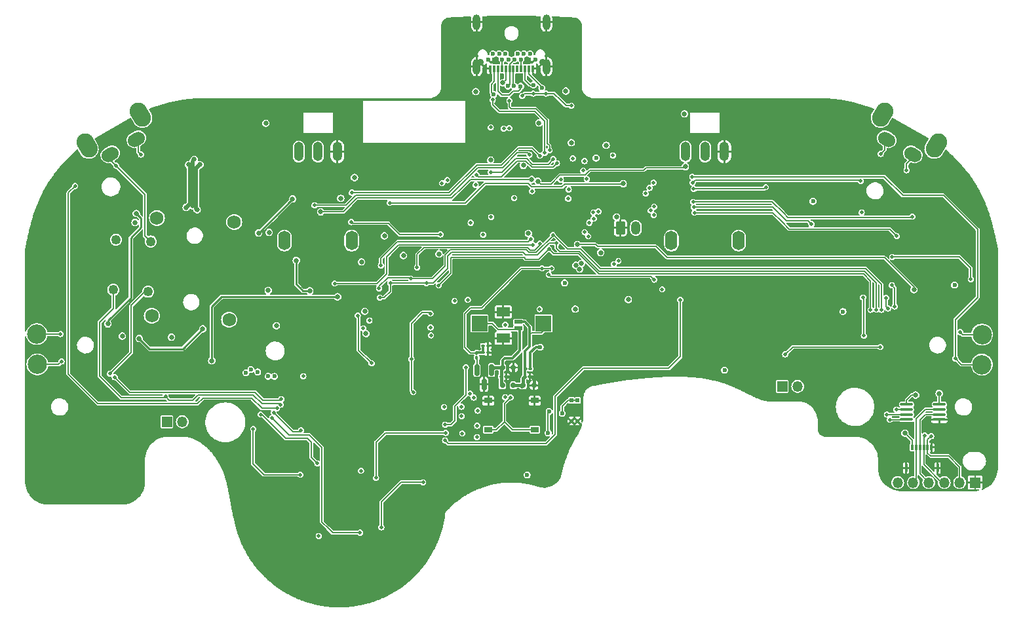
<source format=gbr>
%TF.GenerationSoftware,KiCad,Pcbnew,8.0.2*%
%TF.CreationDate,2024-06-18T23:34:14-07:00*%
%TF.ProjectId,UGC_Main,5547435f-4d61-4696-9e2e-6b696361645f,rev?*%
%TF.SameCoordinates,Original*%
%TF.FileFunction,Copper,L4,Bot*%
%TF.FilePolarity,Positive*%
%FSLAX46Y46*%
G04 Gerber Fmt 4.6, Leading zero omitted, Abs format (unit mm)*
G04 Created by KiCad (PCBNEW 8.0.2) date 2024-06-18 23:34:14*
%MOMM*%
%LPD*%
G01*
G04 APERTURE LIST*
G04 Aperture macros list*
%AMRoundRect*
0 Rectangle with rounded corners*
0 $1 Rounding radius*
0 $2 $3 $4 $5 $6 $7 $8 $9 X,Y pos of 4 corners*
0 Add a 4 corners polygon primitive as box body*
4,1,4,$2,$3,$4,$5,$6,$7,$8,$9,$2,$3,0*
0 Add four circle primitives for the rounded corners*
1,1,$1+$1,$2,$3*
1,1,$1+$1,$4,$5*
1,1,$1+$1,$6,$7*
1,1,$1+$1,$8,$9*
0 Add four rect primitives between the rounded corners*
20,1,$1+$1,$2,$3,$4,$5,0*
20,1,$1+$1,$4,$5,$6,$7,0*
20,1,$1+$1,$6,$7,$8,$9,0*
20,1,$1+$1,$8,$9,$2,$3,0*%
%AMHorizOval*
0 Thick line with rounded ends*
0 $1 width*
0 $2 $3 position (X,Y) of the first rounded end (center of the circle)*
0 $4 $5 position (X,Y) of the second rounded end (center of the circle)*
0 Add line between two ends*
20,1,$1,$2,$3,$4,$5,0*
0 Add two circle primitives to create the rounded ends*
1,1,$1,$2,$3*
1,1,$1,$4,$5*%
G04 Aperture macros list end*
%TA.AperFunction,ComponentPad*%
%ADD10R,1.350000X1.350000*%
%TD*%
%TA.AperFunction,ComponentPad*%
%ADD11O,1.350000X1.350000*%
%TD*%
%TA.AperFunction,ComponentPad*%
%ADD12C,1.750000*%
%TD*%
%TA.AperFunction,ComponentPad*%
%ADD13C,1.250000*%
%TD*%
%TA.AperFunction,ComponentPad*%
%ADD14HorizOval,2.250000X-0.250000X0.433013X0.250000X-0.433013X0*%
%TD*%
%TA.AperFunction,ComponentPad*%
%ADD15HorizOval,1.700000X0.259808X0.150000X-0.259808X-0.150000X0*%
%TD*%
%TA.AperFunction,ComponentPad*%
%ADD16HorizOval,2.250000X-0.250000X-0.433013X0.250000X0.433013X0*%
%TD*%
%TA.AperFunction,ComponentPad*%
%ADD17HorizOval,1.700000X0.259808X-0.150000X-0.259808X0.150000X0*%
%TD*%
%TA.AperFunction,SMDPad,CuDef*%
%ADD18R,1.000000X0.750000*%
%TD*%
%TA.AperFunction,SMDPad,CuDef*%
%ADD19RoundRect,0.100000X-0.130000X-0.100000X0.130000X-0.100000X0.130000X0.100000X-0.130000X0.100000X0*%
%TD*%
%TA.AperFunction,SMDPad,CuDef*%
%ADD20R,2.000000X2.000000*%
%TD*%
%TA.AperFunction,SMDPad,CuDef*%
%ADD21R,0.500000X0.550000*%
%TD*%
%TA.AperFunction,SMDPad,CuDef*%
%ADD22RoundRect,0.150000X-0.150000X0.587500X-0.150000X-0.587500X0.150000X-0.587500X0.150000X0.587500X0*%
%TD*%
%TA.AperFunction,SMDPad,CuDef*%
%ADD23RoundRect,0.150000X0.150000X0.200000X-0.150000X0.200000X-0.150000X-0.200000X0.150000X-0.200000X0*%
%TD*%
%TA.AperFunction,SMDPad,CuDef*%
%ADD24R,0.300000X0.700000*%
%TD*%
%TA.AperFunction,SMDPad,CuDef*%
%ADD25R,0.300000X1.000000*%
%TD*%
%TA.AperFunction,ComponentPad*%
%ADD26O,1.250000X2.500000*%
%TD*%
%TA.AperFunction,HeatsinkPad*%
%ADD27O,1.600000X2.500000*%
%TD*%
%TA.AperFunction,SMDPad,CuDef*%
%ADD28RoundRect,0.100000X0.130000X0.100000X-0.130000X0.100000X-0.130000X-0.100000X0.130000X-0.100000X0*%
%TD*%
%TA.AperFunction,SMDPad,CuDef*%
%ADD29R,1.000000X0.500000*%
%TD*%
%TA.AperFunction,SMDPad,CuDef*%
%ADD30R,1.700000X1.200000*%
%TD*%
%TA.AperFunction,SMDPad,CuDef*%
%ADD31RoundRect,0.100000X-0.100000X0.130000X-0.100000X-0.130000X0.100000X-0.130000X0.100000X0.130000X0*%
%TD*%
%TA.AperFunction,ComponentPad*%
%ADD32RoundRect,0.250000X-0.350000X-0.625000X0.350000X-0.625000X0.350000X0.625000X-0.350000X0.625000X0*%
%TD*%
%TA.AperFunction,ComponentPad*%
%ADD33O,1.200000X1.750000*%
%TD*%
%TA.AperFunction,SMDPad,CuDef*%
%ADD34RoundRect,0.150000X-0.150000X-0.200000X0.150000X-0.200000X0.150000X0.200000X-0.150000X0.200000X0*%
%TD*%
%TA.AperFunction,SMDPad,CuDef*%
%ADD35R,0.350000X0.890000*%
%TD*%
%TA.AperFunction,ComponentPad*%
%ADD36C,0.600000*%
%TD*%
%TA.AperFunction,ComponentPad*%
%ADD37O,1.000000X2.000000*%
%TD*%
%TA.AperFunction,ComponentPad*%
%ADD38C,0.900000*%
%TD*%
%TA.AperFunction,SMDPad,CuDef*%
%ADD39RoundRect,0.100000X0.712500X0.100000X-0.712500X0.100000X-0.712500X-0.100000X0.712500X-0.100000X0*%
%TD*%
%TA.AperFunction,ViaPad*%
%ADD40C,0.600000*%
%TD*%
%TA.AperFunction,ViaPad*%
%ADD41C,0.500000*%
%TD*%
%TA.AperFunction,ViaPad*%
%ADD42C,0.650000*%
%TD*%
%TA.AperFunction,ViaPad*%
%ADD43C,2.500000*%
%TD*%
%TA.AperFunction,Conductor*%
%ADD44C,0.200000*%
%TD*%
%TA.AperFunction,Conductor*%
%ADD45C,0.400000*%
%TD*%
%TA.AperFunction,Conductor*%
%ADD46C,0.150000*%
%TD*%
%TA.AperFunction,Conductor*%
%ADD47C,0.250000*%
%TD*%
%TA.AperFunction,Conductor*%
%ADD48C,0.300000*%
%TD*%
%TA.AperFunction,Conductor*%
%ADD49C,0.500000*%
%TD*%
G04 APERTURE END LIST*
D10*
%TO.P,J8,1,Pin_1*%
%TO.N,Net-(D4A-A)*%
X253457200Y-131775200D03*
D11*
%TO.P,J8,2,Pin_2*%
%TO.N,G*%
X255457200Y-131775200D03*
%TD*%
D12*
%TO.P,SW6,*%
%TO.N,*%
X172671539Y-110006388D03*
X172009489Y-122639052D03*
X182657835Y-110529748D03*
X181995785Y-123162412D03*
D13*
%TO.P,SW6,S1,1*%
%TO.N,H*%
X171861497Y-113043156D03*
%TO.P,SW6,S2,2*%
X171521313Y-119534248D03*
%TO.P,SW6,S3,3*%
%TO.N,Net-(D11B-A)*%
X167367664Y-112807644D03*
%TO.P,SW6,S4,4*%
X167027480Y-119298736D03*
%TD*%
D14*
%TO.P,SW7,*%
%TO.N,*%
X163618112Y-100644336D03*
X170546316Y-96644336D03*
D15*
%TO.P,SW7,1,1*%
%TO.N,H*%
X166643465Y-101784400D03*
%TO.P,SW7,2,2*%
%TO.N,Net-(D11A-A)*%
X170020963Y-99834400D03*
%TD*%
D16*
%TO.P,SW8,*%
%TO.N,*%
X266420998Y-96644336D03*
X273349202Y-100644336D03*
D17*
%TO.P,SW8,1,1*%
%TO.N,G*%
X266946351Y-99834400D03*
%TO.P,SW8,2,2*%
%TO.N,Net-(D5B-A)*%
X270323849Y-101784400D03*
%TD*%
D10*
%TO.P,J4,1,Pin_1*%
%TO.N,GND*%
X278380200Y-144195800D03*
D11*
%TO.P,J4,2,Pin_2*%
%TO.N,RS_B_IN*%
X276380200Y-144195800D03*
%TO.P,J4,3,Pin_3*%
%TO.N,RS_B_OUT*%
X274380200Y-144195800D03*
%TO.P,J4,4,Pin_4*%
%TO.N,RY*%
X272380200Y-144195800D03*
%TO.P,J4,5,Pin_5*%
%TO.N,RX*%
X270380200Y-144195800D03*
%TO.P,J4,6,Pin_6*%
%TO.N,+3V3*%
X268380200Y-144195800D03*
%TD*%
D10*
%TO.P,J9,1,Pin_1*%
%TO.N,Net-(D11B-A)*%
X173955200Y-136347200D03*
D11*
%TO.P,J9,2,Pin_2*%
%TO.N,H*%
X175955200Y-136347200D03*
%TD*%
D18*
%TO.P,SW14,A,A*%
%TO.N,GND*%
X221483657Y-133609400D03*
%TO.P,SW14,B,B*%
X215483657Y-133609400D03*
%TO.P,SW14,C,C*%
%TO.N,RP_RUN*%
X221483657Y-137359400D03*
%TO.P,SW14,D,D*%
X215483657Y-137359400D03*
%TD*%
D19*
%TO.P,C26,1*%
%TO.N,LRA-*%
X217144600Y-130502900D03*
%TO.P,C26,2*%
%TO.N,GND*%
X217784600Y-130502900D03*
%TD*%
%TO.P,R33,1*%
%TO.N,LRA+*%
X220263800Y-129489200D03*
%TO.P,R33,2*%
%TO.N,+3V3*%
X220903800Y-129489200D03*
%TD*%
%TO.P,C27,1*%
%TO.N,LRA_HI*%
X214807800Y-126515100D03*
%TO.P,C27,2*%
%TO.N,GND*%
X215447800Y-126515100D03*
%TD*%
D20*
%TO.P,TP1,1,1*%
%TO.N,LRA+*%
X222605600Y-123621800D03*
%TD*%
D21*
%TO.P,SW15,1,1*%
%TO.N,GND*%
X227025200Y-136245600D03*
%TO.P,SW15,2,2*%
X226225200Y-136245600D03*
%TO.P,SW15,3,3*%
%TO.N,USB_BOOT*%
X227025200Y-133595600D03*
%TO.P,SW15,4,4*%
X226225200Y-133595600D03*
%TD*%
D22*
%TO.P,Q5,1,G*%
%TO.N,Net-(Q5-G)*%
X214000000Y-129641600D03*
%TO.P,Q5,2,S*%
%TO.N,LRA-*%
X215900000Y-129641600D03*
%TO.P,Q5,3,D*%
%TO.N,GND*%
X214950000Y-131516600D03*
%TD*%
D23*
%TO.P,D3,1,K*%
%TO.N,LRA+*%
X219995400Y-131635000D03*
%TO.P,D3,2,A*%
%TO.N,GND*%
X221395400Y-131635000D03*
%TD*%
D24*
%TO.P,J13,1,1*%
%TO.N,GND*%
X272740173Y-139656580D03*
%TO.P,J13,2,2*%
%TO.N,RS_B_IN*%
X272240173Y-139656580D03*
%TO.P,J13,3,3*%
%TO.N,RS_B_OUT*%
X271740173Y-139656580D03*
%TO.P,J13,4,4*%
%TO.N,RY*%
X271240173Y-139656580D03*
%TO.P,J13,5,5*%
%TO.N,RX*%
X270740173Y-139656580D03*
%TO.P,J13,6,6*%
%TO.N,+3V3*%
X270240173Y-139656580D03*
D25*
%TO.P,J13,MP1,MP1*%
%TO.N,GND*%
X273530173Y-142306580D03*
%TO.P,J13,MP2,MP2*%
X269450173Y-142306580D03*
%TD*%
D26*
%TO.P,RV2,1,GND*%
%TO.N,+3V3*%
X243483657Y-101434400D03*
%TO.P,RV2,2,Signal*%
%TO.N,ZR_ANALOG*%
X240983657Y-101434400D03*
%TO.P,RV2,3,V+*%
%TO.N,GND*%
X245983657Y-101434400D03*
D27*
%TO.P,RV2,MP*%
%TO.N,N/C*%
X247833657Y-112934400D03*
X239133657Y-112934400D03*
%TD*%
D20*
%TO.P,TP2,1,1*%
%TO.N,LRA-*%
X214350600Y-123647200D03*
%TD*%
D23*
%TO.P,D7,1,K*%
%TO.N,LRA-*%
X217323400Y-129334500D03*
%TO.P,D7,2,A*%
%TO.N,GND*%
X218723400Y-129334500D03*
%TD*%
D28*
%TO.P,R31,1*%
%TO.N,GND*%
X215447800Y-127404100D03*
%TO.P,R31,2*%
%TO.N,LRA_HI*%
X214807800Y-127404100D03*
%TD*%
D29*
%TO.P,J1,1,1*%
%TO.N,LRA-*%
X219362600Y-124250400D03*
%TO.P,J1,2,2*%
%TO.N,LRA+*%
X219362600Y-123450400D03*
D30*
%TO.P,J1,S1,SHIELD*%
%TO.N,GND*%
X217412600Y-125550400D03*
%TO.P,J1,S2,SHIELD*%
X217412600Y-122150400D03*
%TD*%
D31*
%TO.P,R32,1*%
%TO.N,LRA_HI*%
X213984800Y-127439700D03*
%TO.P,R32,2*%
%TO.N,Net-(Q5-G)*%
X213984800Y-128079700D03*
%TD*%
D28*
%TO.P,C25,1*%
%TO.N,GND*%
X220847800Y-130492000D03*
%TO.P,C25,2*%
%TO.N,LRA+*%
X220207800Y-130492000D03*
%TD*%
D32*
%TO.P,B1,1,Pin_1*%
%TO.N,GND*%
X232547596Y-111285471D03*
D33*
%TO.P,B1,2,Pin_2*%
%TO.N,BATTERY_POS*%
X234547596Y-111285471D03*
%TD*%
D34*
%TO.P,D6,1,K*%
%TO.N,LRA+*%
X218713200Y-131648200D03*
%TO.P,D6,2,A*%
%TO.N,LRA-*%
X217313200Y-131648200D03*
%TD*%
D35*
%TO.P,J5,A1,GND*%
%TO.N,GND*%
X215733635Y-90709400D03*
%TO.P,J5,A2,SSTXP1*%
%TO.N,+3V3_PRE*%
X216233635Y-90709400D03*
%TO.P,J5,A3,SSTXN1*%
%TO.N,N_CLOCK*%
X216733635Y-90709400D03*
%TO.P,J5,A4,VBUS*%
%TO.N,+5V_PRE*%
X217233635Y-90709400D03*
%TO.P,J5,A5,CC1*%
%TO.N,CC1*%
X217733635Y-90709400D03*
%TO.P,J5,A6,DP1*%
%TO.N,D+*%
X218233635Y-90709400D03*
%TO.P,J5,A7,DN1*%
%TO.N,D-*%
X218733635Y-90709400D03*
%TO.P,J5,A8,SBU1*%
%TO.N,unconnected-(J5-SBU1-PadA8)*%
X219233635Y-90709400D03*
%TO.P,J5,A9,VBUS*%
%TO.N,+5V_PRE*%
X219733635Y-90709400D03*
%TO.P,J5,A10,SSRXN2*%
%TO.N,N_LATCH*%
X220233635Y-90709400D03*
%TO.P,J5,A11,SSRXP2*%
%TO.N,N_DATA*%
X220733635Y-90709400D03*
%TO.P,J5,A12,GND*%
%TO.N,GND*%
X221233635Y-90709400D03*
D36*
%TO.P,J5,B1,GND*%
X221533635Y-89504400D03*
%TO.P,J5,B2,SSTXP2*%
%TO.N,+3V3_PRE*%
X220883635Y-88804400D03*
%TO.P,J5,B3,SSTXN2*%
%TO.N,N_CLOCK*%
X220083635Y-88804400D03*
%TO.P,J5,B4,VBUS*%
%TO.N,+5V_PRE*%
X219683635Y-89504400D03*
%TO.P,J5,B5,CC2*%
%TO.N,CC2*%
X219283635Y-88804400D03*
%TO.P,J5,B6,DP2*%
%TO.N,D+*%
X218883635Y-89504400D03*
%TO.P,J5,B7,DN2*%
%TO.N,D-*%
X218083635Y-89504400D03*
%TO.P,J5,B8,SBU2*%
%TO.N,unconnected-(J5-SBU2-PadB8)*%
X217683635Y-88804400D03*
%TO.P,J5,B9,VBUS*%
%TO.N,+5V_PRE*%
X217283635Y-89504400D03*
%TO.P,J5,B10,SSRXN1*%
%TO.N,N_LATCH*%
X216883635Y-88804400D03*
%TO.P,J5,B11,SSRXP1*%
%TO.N,N_DATA*%
X216083635Y-88804400D03*
%TO.P,J5,B12,GND*%
%TO.N,GND*%
X215433635Y-89504400D03*
D37*
%TO.P,J5,SH1,SHIELD*%
X213983635Y-84704400D03*
D38*
%TO.P,J5,SH2,SHIELD*%
X214433635Y-89904400D03*
D37*
%TO.P,J5,SH3,SHIELD*%
X213983635Y-90454400D03*
%TO.P,J5,SH4,SHIELD*%
X222983635Y-84704400D03*
D38*
%TO.P,J5,SH5,SHIELD*%
X222533635Y-89904400D03*
D37*
%TO.P,J5,SH6,SHIELD*%
X222983635Y-90454400D03*
%TD*%
D39*
%TO.P,U7,1,~{CS}/SHDN*%
%TO.N,RADC_CS*%
X273740100Y-134102200D03*
%TO.P,U7,2,CH0*%
%TO.N,RX*%
X273740100Y-134752200D03*
%TO.P,U7,3,CH1*%
%TO.N,RY*%
X273740100Y-135402200D03*
%TO.P,U7,4,VSS*%
%TO.N,GND*%
X273740100Y-136052200D03*
%TO.P,U7,5,DIN*%
%TO.N,SPI_TX*%
X269515100Y-136052200D03*
%TO.P,U7,6,DOUT*%
%TO.N,SPI_RX*%
X269515100Y-135402200D03*
%TO.P,U7,7,CLK*%
%TO.N,SPI_CK*%
X269515100Y-134752200D03*
%TO.P,U7,8,VDD/VREF*%
%TO.N,+3V3*%
X269515100Y-134102200D03*
%TD*%
D26*
%TO.P,RV1,1,GND*%
%TO.N,+3V3*%
X193483657Y-101434400D03*
%TO.P,RV1,2,Signal*%
%TO.N,ZL_ANALOG*%
X190983657Y-101434400D03*
%TO.P,RV1,3,V+*%
%TO.N,GND*%
X195983657Y-101434400D03*
D27*
%TO.P,RV1,MP*%
%TO.N,N/C*%
X197833657Y-112934400D03*
X189133657Y-112934400D03*
%TD*%
D40*
%TO.N,E*%
X187867610Y-130476935D03*
%TO.N,D*%
X187045600Y-130454400D03*
%TO.N,C*%
X185674000Y-129895600D03*
%TO.N,B*%
X184810400Y-129590800D03*
%TO.N,A*%
X184150000Y-129997200D03*
%TO.N,GND*%
X215140000Y-94050000D03*
D41*
X256583498Y-120742670D03*
X259538908Y-107500400D03*
X214275000Y-110775000D03*
D42*
X218465400Y-100533200D03*
D41*
X260574341Y-107435686D03*
D40*
X218960000Y-94270000D03*
D41*
X207441800Y-119888000D03*
X223545400Y-107416600D03*
X205371744Y-121819656D03*
X214800000Y-110400000D03*
D42*
X229504526Y-118967615D03*
D41*
X208915000Y-109296200D03*
X201930000Y-108483400D03*
X267309600Y-137566400D03*
X218328641Y-112035674D03*
X259797767Y-106529682D03*
X228449022Y-116721319D03*
D42*
X275361400Y-142392400D03*
D41*
X209194400Y-115849400D03*
X208000600Y-123342400D03*
D42*
X227748754Y-118990566D03*
X217830400Y-99923600D03*
D41*
X230632000Y-119405400D03*
X253022161Y-106650220D03*
D42*
%TO.N,LX*%
X196011800Y-120192800D03*
X179755800Y-128447800D03*
%TO.N,LY*%
X190677800Y-115493800D03*
X192430400Y-119430800D03*
D41*
%TO.N,Net-(D4A-A)*%
X266141200Y-126669800D03*
X242112800Y-109321600D03*
X266877800Y-120345200D03*
X267131800Y-121691400D03*
X268249400Y-112344200D03*
X253847600Y-127635000D03*
%TO.N,+1V1*%
X227914200Y-102641400D03*
X225882200Y-106324400D03*
X221132400Y-106553000D03*
D42*
%TO.N,BAT_LVL*%
X232912012Y-105582285D03*
D41*
X202742800Y-108051600D03*
D42*
%TO.N,VBUS_SYS*%
X232054400Y-109880400D03*
X230708200Y-100609400D03*
X233578400Y-120548400D03*
D41*
%TO.N,USB_EN*%
X223399733Y-101264779D03*
X218211400Y-94843600D03*
D40*
%TO.N,BTN_PWR*%
X223215200Y-137769600D03*
X223343093Y-135037482D03*
D41*
X236931200Y-117983000D03*
X223298445Y-117321090D03*
D40*
%TO.N,D+*%
X218020000Y-92960000D03*
%TO.N,D-*%
X218813581Y-92957751D03*
D42*
%TO.N,SL_RGB*%
X185801000Y-111937800D03*
X190195200Y-107543600D03*
%TO.N,Net-(L2-DOUT)*%
X166344600Y-123698000D03*
X170002200Y-109423200D03*
%TO.N,Net-(L3-DOUT)*%
X170383200Y-125577600D03*
X178587400Y-124333000D03*
D41*
%TO.N,LRA_HI*%
X222427800Y-116509800D03*
X223647000Y-116509800D03*
%TO.N,ESP_RTS*%
X200406000Y-128778000D03*
X198602600Y-122605800D03*
%TO.N,ESP_EN*%
X209296000Y-112141000D03*
X197866000Y-106730800D03*
X197764400Y-110515400D03*
X222148400Y-101955600D03*
%TO.N,ESP_DTR*%
X208000600Y-122351800D03*
X205790800Y-132511800D03*
X205562200Y-128244600D03*
D40*
%TO.N,N_LATCH*%
X221334118Y-92802481D03*
%TO.N,N_DATA*%
X222395124Y-93216533D03*
%TO.N,N_CLOCK*%
X219660000Y-92980000D03*
%TO.N,RP_RUN*%
X225348800Y-118389400D03*
X229412800Y-102260400D03*
D41*
X218372572Y-133193850D03*
%TO.N,I2C_SCL*%
X223875600Y-102412800D03*
X215814621Y-104075862D03*
X231701147Y-115982447D03*
%TO.N,I2C_SDA*%
X232284636Y-115562671D03*
X213952178Y-104428552D03*
X224358200Y-102946200D03*
%TO.N,USB_BOOT*%
X214807800Y-112166400D03*
X211124800Y-120726200D03*
D40*
X225040000Y-135250000D03*
D41*
%TO.N,RGB_OUT*%
X220803144Y-101833002D03*
X193040000Y-108356400D03*
%TO.N,SHARED_PU*%
X226212400Y-95504000D03*
X222961200Y-93929200D03*
X221284800Y-93929200D03*
X219860000Y-94230000D03*
%TO.N,USB_SEL*%
X222758000Y-101600000D03*
X216052400Y-94742000D03*
%TO.N,ESP_RX0*%
X209499200Y-105511600D03*
X200124189Y-123260685D03*
%TO.N,ESP_TX0*%
X210185000Y-105105200D03*
X199342763Y-124279937D03*
%TO.N,LADC_CS*%
X221259400Y-113461800D03*
X195630800Y-118465600D03*
%TO.N,SPI_TX*%
X202844400Y-118414800D03*
X207492600Y-118414800D03*
X265607800Y-121843800D03*
X201472800Y-120294400D03*
X224282000Y-113258600D03*
X267360400Y-136067800D03*
%TO.N,SPI_RX*%
X266979400Y-135407400D03*
X209067400Y-118719600D03*
X223314292Y-114001645D03*
X264871200Y-121869200D03*
%TO.N,SPI_CK*%
X223824800Y-112191800D03*
X205511400Y-117856000D03*
X266268200Y-121869200D03*
X268224000Y-134772400D03*
X201366000Y-119105800D03*
D42*
%TO.N,RADC_CS*%
X227004875Y-113428678D03*
X270484600Y-119253000D03*
X273735800Y-132689600D03*
D41*
%TO.N,IMU0_CS*%
X201599800Y-116128800D03*
X220980000Y-112725200D03*
D42*
%TO.N,ZL_ANALOG*%
X221081600Y-105029000D03*
X193827400Y-109220000D03*
%TO.N,ZR_ANALOG*%
X221871218Y-105252081D03*
X240944400Y-103378000D03*
D41*
%TO.N,UART_USB+*%
X217474800Y-98450400D03*
X208076800Y-125164600D03*
%TO.N,UART_USB-*%
X208026000Y-124164600D03*
X218186000Y-98399600D03*
%TO.N,E*%
X212115400Y-137845800D03*
X236321600Y-106121200D03*
X229055724Y-109296201D03*
%TO.N,D*%
X229717600Y-109169200D03*
X235813600Y-106832400D03*
X214045800Y-136855200D03*
D42*
%TO.N,+5V_PRE*%
X213868000Y-93675200D03*
D40*
%TO.N,+3V3_PRE*%
X216165246Y-94049711D03*
D42*
X225500000Y-93610000D03*
D41*
%TO.N,IMU1_CS*%
X222130112Y-113321680D03*
X206280400Y-116382800D03*
%TO.N,Net-(D4B-A)*%
X257225800Y-110794800D03*
X242036600Y-108610400D03*
%TO.N,C*%
X228200164Y-104966757D03*
X212039200Y-135610600D03*
X236920856Y-108544138D03*
%TO.N,Net-(D4C-A)*%
X241935000Y-107924600D03*
X270256000Y-109829600D03*
D42*
%TO.N,VBUS*%
X230004090Y-114479819D03*
X215783138Y-102514294D03*
%TO.N,CC1*%
X217350000Y-92530000D03*
D41*
%TO.N,Net-(D5B-A)*%
X269519400Y-103835200D03*
X241884200Y-105435400D03*
X263601200Y-105232200D03*
%TO.N,Net-(D5A-A)*%
X242011200Y-106248200D03*
X251333000Y-106019600D03*
%TO.N,A*%
X226415600Y-102311200D03*
X236853904Y-109619539D03*
X212013800Y-134391400D03*
%TO.N,B*%
X236474058Y-109051928D03*
X214096600Y-134899400D03*
X227736400Y-103886000D03*
D40*
%TO.N,+3V3*%
X245999000Y-129667000D03*
X222173800Y-126695200D03*
D42*
X209118200Y-114655600D03*
X227279200Y-116611400D03*
D40*
X257429000Y-107848400D03*
D42*
X226796600Y-116128800D03*
X269316200Y-137820400D03*
X177292000Y-108432600D03*
D41*
X215846705Y-109870895D03*
D42*
X168198800Y-125272800D03*
X177495200Y-102438200D03*
X220658568Y-111998972D03*
X188112400Y-123926600D03*
X227500000Y-115900000D03*
X198196200Y-104775000D03*
X186740800Y-97764600D03*
D41*
X215798400Y-98298000D03*
D42*
X199669400Y-124942600D03*
X196418200Y-107467400D03*
D41*
X213842600Y-105740200D03*
D42*
X187045600Y-119380000D03*
D41*
X231586200Y-101911955D03*
D40*
X275717000Y-118668800D03*
D42*
X169849800Y-110583609D03*
X240817400Y-96545400D03*
X199517000Y-122072400D03*
D40*
X220497400Y-143205200D03*
D42*
X176453800Y-108635800D03*
D41*
X225806000Y-107492800D03*
D40*
X261289800Y-122097800D03*
D41*
X213200000Y-110625000D03*
D42*
X220005282Y-103213573D03*
X174548800Y-125399800D03*
X176758600Y-103124000D03*
X199097900Y-115684300D03*
X187172600Y-111861600D03*
X178231800Y-103124000D03*
X222021400Y-97713800D03*
X226212400Y-100279200D03*
X270687800Y-132892800D03*
X202057000Y-112318800D03*
D41*
X224866200Y-105054400D03*
D42*
X177876200Y-108940600D03*
D41*
X218821000Y-107416600D03*
D42*
X204520800Y-114858800D03*
X226718285Y-121785989D03*
D41*
%TO.N,F*%
X191592200Y-130454400D03*
X214020400Y-138328400D03*
X236837529Y-105442522D03*
X229108000Y-110083600D03*
%TO.N,RS_B_OUT*%
X271881600Y-138099800D03*
%TO.N,Net-(D5C-A)*%
X241833400Y-104673400D03*
D43*
X279259600Y-128960400D03*
D41*
X275818600Y-128168400D03*
%TO.N,Net-(D8C-A)*%
X191287400Y-137464800D03*
X187756800Y-135178800D03*
%TO.N,Net-(D8B-A)*%
X187553600Y-135864600D03*
X198907400Y-150672800D03*
%TO.N,Net-(D8A-A)*%
X186053283Y-135403083D03*
X193395600Y-141732000D03*
%TO.N,RS_B_IN*%
X272694400Y-138201400D03*
%TO.N,Net-(D11A-A)*%
X188171967Y-134603702D03*
X162102800Y-105867200D03*
X170611800Y-101803200D03*
%TO.N,Net-(D11B-A)*%
X173786800Y-133096000D03*
X188672392Y-134129273D03*
%TO.N,Net-(D11C-A)*%
X160229000Y-124999200D03*
X188724384Y-133414380D03*
D43*
X157149800Y-124993400D03*
D41*
X167233600Y-130581400D03*
%TO.N,Net-(D12C-A)*%
X209770157Y-134423074D03*
X217652600Y-133172200D03*
%TO.N,Net-(D12A-A)*%
X213588600Y-133223000D03*
X217678000Y-123799600D03*
%TO.N,Net-(D12B-A)*%
X213131400Y-132689600D03*
X212826600Y-120573800D03*
%TO.N,Net-(D13C-A)*%
X240284000Y-120573800D03*
X209905600Y-138760200D03*
%TO.N,Net-(D13A-A)*%
X212572600Y-129311400D03*
X209905600Y-136728200D03*
%TO.N,Net-(D13B-A)*%
X209981800Y-137795000D03*
X200990200Y-143586200D03*
%TO.N,H*%
X191185800Y-143179800D03*
D43*
X157226000Y-128930400D03*
D41*
X227931351Y-111850544D03*
X193573400Y-151104600D03*
X167411400Y-103251000D03*
X199034400Y-142671800D03*
X185115200Y-137287000D03*
X160350200Y-128549400D03*
X166598600Y-130124200D03*
%TO.N,G*%
X263728200Y-109296200D03*
X267614400Y-118694200D03*
D43*
X279273000Y-125069600D03*
D41*
X267995400Y-121437400D03*
X276453600Y-124764800D03*
X264007600Y-125222000D03*
X277825200Y-117906800D03*
X267665200Y-115036600D03*
X228535538Y-110624007D03*
X263906000Y-120294400D03*
X266179300Y-101714300D03*
%TO.N,I*%
X207060800Y-144170400D03*
X228396800Y-112369600D03*
X222118121Y-121793838D03*
X201650600Y-149987000D03*
X237947200Y-119227600D03*
%TD*%
D44*
%TO.N,Net-(D11C-A)*%
X185318400Y-132537200D02*
X169189400Y-132537200D01*
X169189400Y-132537200D02*
X167233600Y-130581400D01*
X186359800Y-133578600D02*
X185318400Y-132537200D01*
X188560164Y-133578600D02*
X186359800Y-133578600D01*
X188724384Y-133414380D02*
X188560164Y-133578600D01*
%TO.N,Net-(D11B-A)*%
X174244000Y-133553200D02*
X173786800Y-133096000D01*
X177317400Y-133553200D02*
X174244000Y-133553200D01*
X177977800Y-132892800D02*
X177317400Y-133553200D01*
X185115200Y-132892800D02*
X177977800Y-132892800D01*
X188672392Y-134129273D02*
X188553519Y-134010400D01*
X188553519Y-134010400D02*
X186232800Y-134010400D01*
X186232800Y-134010400D02*
X185115200Y-132892800D01*
%TO.N,Net-(D11A-A)*%
X161213800Y-130149600D02*
X161213800Y-106756200D01*
X165049200Y-133985000D02*
X161213800Y-130149600D01*
X177901600Y-133985000D02*
X165049200Y-133985000D01*
X184937400Y-133273800D02*
X178612800Y-133273800D01*
X186267302Y-134603702D02*
X184937400Y-133273800D01*
X178612800Y-133273800D02*
X177901600Y-133985000D01*
X161213800Y-106756200D02*
X162102800Y-105867200D01*
X188171967Y-134603702D02*
X186267302Y-134603702D01*
%TO.N,Net-(D8A-A)*%
X192633600Y-140970000D02*
X193395600Y-141732000D01*
X192633600Y-138963400D02*
X192633600Y-140970000D01*
X192125600Y-138455400D02*
X192633600Y-138963400D01*
X186228483Y-135403083D02*
X189280800Y-138455400D01*
X189280800Y-138455400D02*
X192125600Y-138455400D01*
X186053283Y-135403083D02*
X186228483Y-135403083D01*
D45*
%TO.N,GND*%
X218322300Y-130502900D02*
X218723400Y-130101800D01*
D44*
X221233635Y-90709400D02*
X221233635Y-91263635D01*
X215733635Y-91486365D02*
X215630000Y-91590000D01*
D45*
X221395400Y-130861800D02*
X221395400Y-131635000D01*
D44*
X221233635Y-91263635D02*
X221470000Y-91500000D01*
D45*
X221025600Y-130492000D02*
X221395400Y-130861800D01*
X220847800Y-130492000D02*
X221025600Y-130492000D01*
X217784600Y-130502900D02*
X218322300Y-130502900D01*
D46*
X275275580Y-142306580D02*
X275361400Y-142392400D01*
D44*
X215733635Y-90709400D02*
X215733635Y-91486365D01*
D46*
X273530173Y-142306580D02*
X275275580Y-142306580D01*
D45*
X218723400Y-130101800D02*
X218723400Y-129334500D01*
D47*
%TO.N,LX*%
X181000400Y-120192800D02*
X180111400Y-121081800D01*
X180111400Y-121081800D02*
X179755800Y-121437400D01*
X196011800Y-120192800D02*
X181000400Y-120192800D01*
X179755800Y-121437400D02*
X179755800Y-128447800D01*
%TO.N,LY*%
X191541400Y-119430800D02*
X192430400Y-119430800D01*
X191135000Y-119024400D02*
X191541400Y-119430800D01*
X190677800Y-118567200D02*
X191135000Y-119024400D01*
X190677800Y-115493800D02*
X190677800Y-118567200D01*
D44*
%TO.N,Net-(D4A-A)*%
X257479800Y-111429800D02*
X267335000Y-111429800D01*
X266877800Y-121437400D02*
X267131800Y-121691400D01*
X242112800Y-109321600D02*
X252247400Y-109321600D01*
X253365000Y-110439200D02*
X254355600Y-111429800D01*
X254355600Y-111429800D02*
X257479800Y-111429800D01*
X254812800Y-126669800D02*
X253847600Y-127635000D01*
X266877800Y-120345200D02*
X266877800Y-121437400D01*
X252247400Y-109321600D02*
X253365000Y-110439200D01*
X267335000Y-111429800D02*
X268249400Y-112344200D01*
X266141200Y-126669800D02*
X254812800Y-126669800D01*
D46*
%TO.N,RX*%
X271927200Y-134752200D02*
X270740173Y-135939227D01*
X270740173Y-143835827D02*
X270380200Y-144195800D01*
X270740173Y-139656580D02*
X270740173Y-143835827D01*
X273740100Y-134752200D02*
X271927200Y-134752200D01*
X270740173Y-135939227D02*
X270740173Y-139656580D01*
%TO.N,RY*%
X271240173Y-139656580D02*
X271240173Y-143055773D01*
X271240173Y-143055773D02*
X272380200Y-144195800D01*
X271240173Y-136074227D02*
X271912200Y-135402200D01*
X271240173Y-139656580D02*
X271240173Y-136074227D01*
X271912200Y-135402200D02*
X273740100Y-135402200D01*
D45*
%TO.N,LRA+*%
X219982200Y-131648200D02*
X219995400Y-131635000D01*
X220207800Y-130492000D02*
X219995400Y-130704400D01*
D48*
X220207800Y-130492000D02*
X220207800Y-127213400D01*
X220827600Y-126593600D02*
X220827600Y-125120400D01*
D44*
X222605600Y-124612400D02*
X222351600Y-124866400D01*
X222351600Y-124866400D02*
X221081600Y-124866400D01*
D48*
X220827600Y-124079000D02*
X220199000Y-123450400D01*
D44*
X222605600Y-123621800D02*
X222605600Y-124612400D01*
D45*
X219995400Y-130704400D02*
X219995400Y-131635000D01*
D44*
X221081600Y-124866400D02*
X220827600Y-125120400D01*
D45*
X218713200Y-131648200D02*
X219982200Y-131648200D01*
X219816600Y-131813800D02*
X219995400Y-131635000D01*
D48*
X220827600Y-125120400D02*
X220827600Y-124079000D01*
X220199000Y-123450400D02*
X219362600Y-123450400D01*
X220207800Y-127213400D02*
X220827600Y-126593600D01*
D44*
%TO.N,BAT_LVL*%
X220624400Y-105511600D02*
X221081600Y-105968800D01*
X212547200Y-108051600D02*
X215087200Y-105511600D01*
X215087200Y-105511600D02*
X220624400Y-105511600D01*
X225348800Y-105613200D02*
X232881097Y-105613200D01*
X224993200Y-105968800D02*
X225348800Y-105613200D01*
D46*
X232912012Y-105582285D02*
X232779497Y-105714800D01*
D44*
X232881097Y-105613200D02*
X232912012Y-105582285D01*
X202742800Y-108051600D02*
X212547200Y-108051600D01*
X221081600Y-105968800D02*
X224993200Y-105968800D01*
D46*
%TO.N,USB_EN*%
X223399733Y-101264779D02*
X223399733Y-100666933D01*
X223399733Y-100666933D02*
X223082600Y-100349800D01*
X218445600Y-95890600D02*
X218211400Y-95656400D01*
X221646000Y-95890600D02*
X218445600Y-95890600D01*
X223082600Y-97327200D02*
X221646000Y-95890600D01*
X223082600Y-100349800D02*
X223082600Y-97327200D01*
X218211400Y-95656400D02*
X218211400Y-94843600D01*
D44*
%TO.N,BTN_PWR*%
X223215200Y-135165375D02*
X223215200Y-137769600D01*
D46*
X223527355Y-117550000D02*
X223298445Y-117321090D01*
X236498200Y-117550000D02*
X223527355Y-117550000D01*
X236931200Y-117983000D02*
X236498200Y-117550000D01*
D44*
X223343093Y-135037482D02*
X223215200Y-135165375D01*
%TO.N,D+*%
X218020000Y-92960000D02*
X218233635Y-92746365D01*
X218233635Y-90709400D02*
X218233635Y-90132218D01*
X218233635Y-90132218D02*
X218861453Y-89504400D01*
X218861453Y-89504400D02*
X218883635Y-89504400D01*
X218233635Y-92746365D02*
X218233635Y-90709400D01*
%TO.N,D-*%
X218813581Y-92957751D02*
X218733635Y-92877805D01*
X218733635Y-92877805D02*
X218733635Y-90709400D01*
D47*
%TO.N,SL_RGB*%
X185801000Y-111937800D02*
X190195200Y-107543600D01*
D45*
%TO.N,LRA-*%
X217144600Y-131479600D02*
X217313200Y-131648200D01*
D48*
X218592400Y-128117600D02*
X219557600Y-127152400D01*
D45*
X217144600Y-130502900D02*
X217144600Y-129513300D01*
X216207100Y-129334500D02*
X215900000Y-129641600D01*
D48*
X219557600Y-124445400D02*
X219362600Y-124250400D01*
X217625200Y-128117600D02*
X218592400Y-128117600D01*
D44*
X216763600Y-124409200D02*
X219203800Y-124409200D01*
D45*
X217144600Y-129513300D02*
X217323400Y-129334500D01*
X217144600Y-130502900D02*
X217144600Y-131479600D01*
D48*
X219557600Y-127152400D02*
X219557600Y-124445400D01*
D44*
X219203800Y-124409200D02*
X219362600Y-124250400D01*
X216001600Y-123647200D02*
X216763600Y-124409200D01*
X214350600Y-123647200D02*
X216001600Y-123647200D01*
D45*
X217323400Y-129334500D02*
X216207100Y-129334500D01*
D48*
X217323400Y-128419400D02*
X217625200Y-128117600D01*
X217323400Y-129334500D02*
X217323400Y-128419400D01*
D47*
%TO.N,Net-(L2-DOUT)*%
X166344600Y-123266200D02*
X166344600Y-123698000D01*
X170637200Y-110058200D02*
X170637200Y-111252000D01*
X169291000Y-120319800D02*
X166344600Y-123266200D01*
X169291000Y-112598200D02*
X169291000Y-120319800D01*
X170637200Y-111252000D02*
X169291000Y-112598200D01*
X170002200Y-109423200D02*
X170637200Y-110058200D01*
%TO.N,Net-(L3-DOUT)*%
X170383200Y-125577600D02*
X171729400Y-126923800D01*
X175996600Y-126923800D02*
X178587400Y-124333000D01*
X171729400Y-126923800D02*
X173202600Y-126923800D01*
X173202600Y-126923800D02*
X175996600Y-126923800D01*
D46*
%TO.N,LRA_HI*%
X222427800Y-116509800D02*
X219735400Y-116509800D01*
X213164700Y-127439700D02*
X213984800Y-127439700D01*
X212445600Y-126720600D02*
X213164700Y-127439700D01*
D48*
X214807800Y-126515100D02*
X214807800Y-127404100D01*
D46*
X223647000Y-116509800D02*
X222427800Y-116509800D01*
X213156800Y-121640600D02*
X212445600Y-122351800D01*
X212445600Y-122351800D02*
X212445600Y-126720600D01*
D48*
X214807800Y-127404100D02*
X214020400Y-127404100D01*
D46*
X219735400Y-116509800D02*
X214604600Y-121640600D01*
D48*
X214020400Y-127404100D02*
X213984800Y-127439700D01*
D46*
X214604600Y-121640600D02*
X213156800Y-121640600D01*
D44*
%TO.N,ESP_RTS*%
X198729600Y-122732800D02*
X198729600Y-127101600D01*
X198729600Y-127101600D02*
X200406000Y-128778000D01*
X198602600Y-122605800D02*
X198729600Y-122732800D01*
D46*
%TO.N,ESP_EN*%
X217170000Y-103149400D02*
X219354400Y-100965000D01*
X202565000Y-110693200D02*
X200660000Y-110693200D01*
X197942200Y-110693200D02*
X197764400Y-110515400D01*
X200660000Y-110693200D02*
X197942200Y-110693200D01*
X219354400Y-100965000D02*
X221157800Y-100965000D01*
X203022200Y-111150400D02*
X202565000Y-110693200D01*
X210413600Y-106730800D02*
X213995000Y-103149400D01*
X221157800Y-100965000D02*
X222148400Y-101955600D01*
X204012800Y-112141000D02*
X203022200Y-111150400D01*
X197866000Y-106730800D02*
X210413600Y-106730800D01*
X209296000Y-112141000D02*
X204012800Y-112141000D01*
X213995000Y-103149400D02*
X217170000Y-103149400D01*
D44*
%TO.N,ESP_DTR*%
X205562200Y-123621800D02*
X205562200Y-128244600D01*
X205562200Y-128244600D02*
X205562200Y-132283200D01*
X207873600Y-122224800D02*
X206959200Y-122224800D01*
X205562200Y-132283200D02*
X205790800Y-132511800D01*
X206959200Y-122224800D02*
X205562200Y-123621800D01*
X208000600Y-122351800D02*
X207873600Y-122224800D01*
%TO.N,N_LATCH*%
X220233635Y-92183635D02*
X220233635Y-90709400D01*
X220852481Y-92802481D02*
X220233635Y-92183635D01*
X221334118Y-92802481D02*
X220852481Y-92802481D01*
%TO.N,N_DATA*%
X222395124Y-93075124D02*
X220733635Y-91413635D01*
X220733635Y-91413635D02*
X220733635Y-90709400D01*
X222395124Y-93216533D02*
X222395124Y-93075124D01*
%TO.N,N_CLOCK*%
X217230000Y-94130000D02*
X216733635Y-93633635D01*
X218680000Y-93610000D02*
X218160000Y-94130000D01*
X216733635Y-93633635D02*
X216733635Y-90709400D01*
X219660000Y-92980000D02*
X219660000Y-93310000D01*
X218160000Y-94130000D02*
X217230000Y-94130000D01*
X219660000Y-93310000D02*
X219360000Y-93610000D01*
X219360000Y-93610000D02*
X218680000Y-93610000D01*
%TO.N,Net-(Q5-G)*%
X214000000Y-128094900D02*
X213984800Y-128079700D01*
X214000000Y-129641600D02*
X214000000Y-128094900D01*
%TO.N,RP_RUN*%
X218588600Y-137359400D02*
X217551000Y-136321800D01*
X221483657Y-137359400D02*
X218588600Y-137359400D01*
X215483657Y-137359400D02*
X216513400Y-137359400D01*
X216513400Y-137359400D02*
X217551000Y-136321800D01*
D46*
X217551000Y-134015422D02*
X218372572Y-133193850D01*
D44*
X217551000Y-136321800D02*
X217551000Y-134015422D01*
D46*
%TO.N,I2C_SCL*%
X219024200Y-102336600D02*
X220472000Y-102336600D01*
X215814621Y-104075862D02*
X217284938Y-104075862D01*
X221183200Y-103047800D02*
X223240600Y-103047800D01*
X220472000Y-102336600D02*
X221183200Y-103047800D01*
X223240600Y-103047800D02*
X223875600Y-102412800D01*
X217284938Y-104075862D02*
X219024200Y-102336600D01*
%TO.N,I2C_SDA*%
X221107000Y-103428800D02*
X223875600Y-103428800D01*
X213952178Y-104428552D02*
X214185076Y-104661450D01*
X214185076Y-104661450D02*
X217207350Y-104661450D01*
X217207350Y-104661450D02*
X219227400Y-102641400D01*
X223875600Y-103428800D02*
X224358200Y-102946200D01*
X220319600Y-102641400D02*
X221107000Y-103428800D01*
X219227400Y-102641400D02*
X220319600Y-102641400D01*
%TO.N,USB_BOOT*%
X226225200Y-133595600D02*
X227025200Y-133595600D01*
X225040000Y-134319200D02*
X225763600Y-133595600D01*
X225763600Y-133595600D02*
X226225200Y-133595600D01*
X225040000Y-135250000D02*
X225040000Y-134319200D01*
%TO.N,RGB_OUT*%
X197078600Y-108356400D02*
X193040000Y-108356400D01*
X217297000Y-103530400D02*
X214122000Y-103530400D01*
X220570142Y-101600000D02*
X219227400Y-101600000D01*
X214122000Y-103530400D02*
X210566000Y-107086400D01*
X220803144Y-101833002D02*
X220570142Y-101600000D01*
X210566000Y-107086400D02*
X198348600Y-107086400D01*
X219227400Y-101600000D02*
X217297000Y-103530400D01*
X198348600Y-107086400D02*
X197078600Y-108356400D01*
D44*
%TO.N,SHARED_PU*%
X225552000Y-95504000D02*
X226212400Y-95504000D01*
X224840800Y-94792800D02*
X225552000Y-95504000D01*
X223977200Y-93929200D02*
X224840800Y-94792800D01*
X221284800Y-93929200D02*
X222961200Y-93929200D01*
X219860000Y-94230000D02*
X220160800Y-93929200D01*
X220160800Y-93929200D02*
X221284800Y-93929200D01*
X222961200Y-93929200D02*
X223977200Y-93929200D01*
D46*
%TO.N,USB_SEL*%
X222732600Y-97485200D02*
X221488000Y-96240600D01*
X222732600Y-101574600D02*
X222732600Y-97485200D01*
X216052400Y-95377000D02*
X216052400Y-94742000D01*
X216916000Y-96240600D02*
X216052400Y-95377000D01*
X222758000Y-101600000D02*
X222732600Y-101574600D01*
X221488000Y-96240600D02*
X216916000Y-96240600D01*
%TO.N,LADC_CS*%
X221259400Y-113461800D02*
X203911200Y-113461800D01*
X202361800Y-117221000D02*
X201422000Y-118160800D01*
X202717400Y-114655600D02*
X202361800Y-115011200D01*
X202361800Y-115011200D02*
X202361800Y-116484400D01*
X202361800Y-116484400D02*
X202361800Y-117221000D01*
X201117200Y-118465600D02*
X195630800Y-118465600D01*
X203911200Y-113461800D02*
X202717400Y-114655600D01*
X201422000Y-118160800D02*
X201117200Y-118465600D01*
%TO.N,SPI_TX*%
X220307225Y-114782600D02*
X219977025Y-114452400D01*
X221818200Y-114782600D02*
X220307225Y-114782600D01*
X202844400Y-119481600D02*
X202844400Y-118414800D01*
X265607800Y-121843800D02*
X265607800Y-118389400D01*
X264083800Y-116865400D02*
X229819200Y-116865400D01*
X224682213Y-114319213D02*
X224282000Y-113919000D01*
X201472800Y-120294400D02*
X202031600Y-120294400D01*
X210261200Y-114960400D02*
X210261200Y-116509800D01*
X210261200Y-116509800D02*
X208356200Y-118414800D01*
X202031600Y-120294400D02*
X202844400Y-119481600D01*
X269499500Y-136067800D02*
X269515100Y-136052200D01*
X224282000Y-113258600D02*
X223342200Y-113258600D01*
X210769200Y-114452400D02*
X210261200Y-114960400D01*
X227273013Y-114319213D02*
X224682213Y-114319213D01*
X224282000Y-113919000D02*
X224282000Y-113258600D01*
X267360400Y-136067800D02*
X269499500Y-136067800D01*
X208356200Y-118414800D02*
X207492600Y-118414800D01*
X265607800Y-118389400D02*
X264083800Y-116865400D01*
X207492600Y-118414800D02*
X202844400Y-118414800D01*
X223342200Y-113258600D02*
X221818200Y-114782600D01*
X219977025Y-114452400D02*
X210769200Y-114452400D01*
X229819200Y-116865400D02*
X227273013Y-114319213D01*
%TO.N,SPI_RX*%
X266979400Y-135407400D02*
X269509900Y-135407400D01*
X209067400Y-118719600D02*
X210616800Y-117170200D01*
X210629174Y-115087400D02*
X220091000Y-115087400D01*
X229768400Y-117246400D02*
X263982200Y-117246400D01*
X210616800Y-115099774D02*
X210629174Y-115087400D01*
X269509900Y-135407400D02*
X269515100Y-135402200D01*
X223314292Y-114001645D02*
X223942847Y-114630200D01*
X263982200Y-117246400D02*
X264871200Y-118135400D01*
X220339400Y-115335800D02*
X221980137Y-115335800D01*
X221980137Y-115335800D02*
X223314292Y-114001645D01*
X223942847Y-114630200D02*
X227152200Y-114630200D01*
X220091000Y-115087400D02*
X220339400Y-115335800D01*
X210616800Y-117170200D02*
X210616800Y-115099774D01*
X227152200Y-114630200D02*
X229768400Y-117246400D01*
X264871200Y-118135400D02*
X264871200Y-121869200D01*
%TO.N,SPI_CK*%
X209905600Y-114808000D02*
X210591400Y-114122200D01*
X225704400Y-113995200D02*
X223901000Y-112191800D01*
X205511400Y-117856000D02*
X208254600Y-117856000D01*
X223901000Y-112191800D02*
X223824800Y-112191800D01*
X220370400Y-114122200D02*
X220700600Y-114452400D01*
X266268200Y-118567200D02*
X264210800Y-116509800D01*
X264210800Y-116509800D02*
X229920800Y-116509800D01*
X220700600Y-114452400D02*
X221691200Y-114452400D01*
X201366000Y-119105800D02*
X201366000Y-118851800D01*
X269515100Y-134752200D02*
X268244200Y-134752200D01*
X266268200Y-121869200D02*
X266268200Y-118567200D01*
X208254600Y-117856000D02*
X209905600Y-116205000D01*
X209905600Y-116205000D02*
X209905600Y-114808000D01*
X201366000Y-118851800D02*
X202488800Y-117729000D01*
X202488800Y-117729000D02*
X205384400Y-117729000D01*
X205384400Y-117729000D02*
X205511400Y-117856000D01*
X223824800Y-112318800D02*
X223824800Y-112191800D01*
X229920800Y-116509800D02*
X227406200Y-113995200D01*
X210591400Y-114122200D02*
X220370400Y-114122200D01*
X221691200Y-114452400D02*
X223824800Y-112318800D01*
X268244200Y-134752200D02*
X268224000Y-134772400D01*
X227406200Y-113995200D02*
X225704400Y-113995200D01*
%TO.N,RADC_CS*%
X237134400Y-113665000D02*
X238582200Y-115112800D01*
X227004875Y-113428678D02*
X229354278Y-113428678D01*
X229354278Y-113428678D02*
X229590600Y-113665000D01*
X273735800Y-132689600D02*
X273735800Y-134097900D01*
X273735800Y-134097900D02*
X273740100Y-134102200D01*
X270484600Y-118922800D02*
X270484600Y-119253000D01*
X229590600Y-113665000D02*
X237134400Y-113665000D01*
X238582200Y-115112800D02*
X266674600Y-115112800D01*
X266674600Y-115112800D02*
X270484600Y-118922800D01*
%TO.N,IMU0_CS*%
X220980000Y-112725200D02*
X220624400Y-113080800D01*
X220624400Y-113080800D02*
X203733400Y-113080800D01*
X203733400Y-113080800D02*
X201599800Y-115214400D01*
X201599800Y-115214400D02*
X201599800Y-116128800D01*
%TO.N,ZL_ANALOG*%
X212166200Y-106019600D02*
X210743800Y-107442000D01*
X196723000Y-109220000D02*
X193827400Y-109220000D01*
X210743800Y-107442000D02*
X209753200Y-107442000D01*
X197688200Y-108254800D02*
X196723000Y-109220000D01*
X221081600Y-105029000D02*
X213156800Y-105029000D01*
X213156800Y-105029000D02*
X212166200Y-106019600D01*
X198501000Y-107442000D02*
X197688200Y-108254800D01*
X209753200Y-107442000D02*
X198501000Y-107442000D01*
%TO.N,ZR_ANALOG*%
X235559600Y-103835200D02*
X235864400Y-103530400D01*
X235864400Y-103530400D02*
X240792000Y-103530400D01*
X228600000Y-103835200D02*
X235559600Y-103835200D01*
X221871218Y-105252081D02*
X222206937Y-105587800D01*
X222206937Y-105587800D02*
X223621600Y-105587800D01*
X224739200Y-104470200D02*
X227965000Y-104470200D01*
X223621600Y-105587800D02*
X224739200Y-104470200D01*
X240792000Y-103530400D02*
X240944400Y-103378000D01*
X227965000Y-104470200D02*
X228600000Y-103835200D01*
D44*
%TO.N,+5V_PRE*%
X217233635Y-89554400D02*
X217283635Y-89504400D01*
X219733635Y-89554400D02*
X219683635Y-89504400D01*
X217233635Y-90709400D02*
X217233635Y-89554400D01*
X219733635Y-90709400D02*
X219733635Y-89554400D01*
%TO.N,+3V3_PRE*%
X215880000Y-92730000D02*
X216233635Y-92376365D01*
X215880000Y-93764465D02*
X215880000Y-92730000D01*
X216165246Y-94049711D02*
X215880000Y-93764465D01*
X216233635Y-92376365D02*
X216233635Y-90709400D01*
D46*
%TO.N,IMU1_CS*%
X206280400Y-114724800D02*
X206280400Y-116382800D01*
X220548200Y-113817400D02*
X207187800Y-113817400D01*
X222130112Y-113530888D02*
X221513400Y-114147600D01*
X220878400Y-114147600D02*
X220548200Y-113817400D01*
X221513400Y-114147600D02*
X220878400Y-114147600D01*
X207187800Y-113817400D02*
X206280400Y-114724800D01*
X222130112Y-113321680D02*
X222130112Y-113530888D01*
D44*
%TO.N,Net-(D4B-A)*%
X253009400Y-109372400D02*
X254000000Y-110363000D01*
X254000000Y-110363000D02*
X255346200Y-110363000D01*
X242036600Y-108610400D02*
X252247400Y-108610400D01*
X252247400Y-108610400D02*
X253009400Y-109372400D01*
X255346200Y-110363000D02*
X256794000Y-110363000D01*
X256794000Y-110363000D02*
X257225800Y-110794800D01*
%TO.N,Net-(D4C-A)*%
X252171200Y-107924600D02*
X253619000Y-109372400D01*
X253619000Y-109372400D02*
X254203200Y-109956600D01*
X262356600Y-109956600D02*
X270129000Y-109956600D01*
X270129000Y-109956600D02*
X270256000Y-109829600D01*
X241935000Y-107924600D02*
X252171200Y-107924600D01*
X254203200Y-109956600D02*
X262356600Y-109956600D01*
%TO.N,CC1*%
X217733635Y-92146365D02*
X217350000Y-92530000D01*
X217733635Y-90709400D02*
X217733635Y-92146365D01*
%TO.N,Net-(D5B-A)*%
X269519400Y-102998657D02*
X270583657Y-101934400D01*
X241884200Y-105435400D02*
X242214400Y-105105200D01*
X263474200Y-105105200D02*
X263601200Y-105232200D01*
X269519400Y-103835200D02*
X269519400Y-102998657D01*
X243001800Y-105105200D02*
X263474200Y-105105200D01*
X242214400Y-105105200D02*
X243001800Y-105105200D01*
%TO.N,Net-(D5A-A)*%
X251104400Y-106248200D02*
X251333000Y-106019600D01*
X242011200Y-106248200D02*
X251104400Y-106248200D01*
D49*
%TO.N,+3V3*%
X177292000Y-108432600D02*
X177292000Y-102641400D01*
X177292000Y-102641400D02*
X177495200Y-102438200D01*
D48*
X222173800Y-126695200D02*
X221615000Y-126695200D01*
X221615000Y-126695200D02*
X220903800Y-127406400D01*
X220903800Y-127406400D02*
X220903800Y-129489200D01*
D49*
X176758600Y-103124000D02*
X176911000Y-103276400D01*
X177749200Y-108813600D02*
X177749200Y-103606600D01*
D46*
X270240173Y-138744373D02*
X269316200Y-137820400D01*
X270154400Y-132892800D02*
X269515100Y-133532100D01*
X270240173Y-139656580D02*
X270240173Y-138744373D01*
X269515100Y-133532100D02*
X269515100Y-134102200D01*
X270687800Y-132892800D02*
X270154400Y-132892800D01*
D49*
X177749200Y-103606600D02*
X178231800Y-103124000D01*
X176911000Y-103276400D02*
X176911000Y-108178600D01*
X177876200Y-108940600D02*
X177749200Y-108813600D01*
X176911000Y-108178600D02*
X176453800Y-108635800D01*
D46*
%TO.N,RS_B_OUT*%
X271740173Y-141844573D02*
X271740173Y-139656580D01*
X271740173Y-138241227D02*
X271881600Y-138099800D01*
X274380200Y-144195800D02*
X274091400Y-144195800D01*
X274091400Y-144195800D02*
X271740173Y-141844573D01*
X271740173Y-139656580D02*
X271740173Y-138241227D01*
D44*
%TO.N,Net-(D5C-A)*%
X274294600Y-107086400D02*
X278688800Y-111480600D01*
D46*
X279229600Y-128930400D02*
X279259600Y-128960400D01*
D44*
X278688800Y-120269000D02*
X275818600Y-123139200D01*
X241833400Y-104673400D02*
X266649200Y-104673400D01*
X266649200Y-104673400D02*
X269062200Y-107086400D01*
X269062200Y-107086400D02*
X274294600Y-107086400D01*
X275818600Y-123139200D02*
X275818600Y-128168400D01*
D46*
X279259600Y-128960400D02*
X276610600Y-128960400D01*
X276610600Y-128960400D02*
X275818600Y-128168400D01*
D44*
X278688800Y-111480600D02*
X278688800Y-120269000D01*
%TO.N,Net-(D8C-A)*%
X190779400Y-137668000D02*
X191084200Y-137668000D01*
X191084200Y-137668000D02*
X191287400Y-137464800D01*
X190246000Y-137668000D02*
X190779400Y-137668000D01*
X187756800Y-135178800D02*
X190246000Y-137668000D01*
%TO.N,Net-(D8B-A)*%
X193979800Y-149275800D02*
X194792600Y-150088600D01*
X193979800Y-139700000D02*
X193979800Y-142113000D01*
X195376800Y-150672800D02*
X198907400Y-150672800D01*
X194792600Y-150088600D02*
X195376800Y-150672800D01*
X192328800Y-138049000D02*
X192684400Y-138404600D01*
X190347600Y-138049000D02*
X192328800Y-138049000D01*
X187553600Y-135864600D02*
X189738000Y-138049000D01*
X189738000Y-138049000D02*
X190347600Y-138049000D01*
X193979800Y-142113000D02*
X193979800Y-149275800D01*
X192684400Y-138404600D02*
X193979800Y-139700000D01*
D46*
%TO.N,RS_B_IN*%
X272240173Y-140388773D02*
X272618200Y-140766800D01*
X274955000Y-140766800D02*
X276380200Y-142192000D01*
X272240173Y-139656580D02*
X272240173Y-140388773D01*
D44*
X272694400Y-138201400D02*
X272240173Y-138655627D01*
D46*
X276380200Y-142192000D02*
X276380200Y-144195800D01*
D44*
X272240173Y-138655627D02*
X272240173Y-139656580D01*
D46*
X272618200Y-140766800D02*
X274955000Y-140766800D01*
D44*
%TO.N,Net-(D11A-A)*%
X170280771Y-99684400D02*
X170280771Y-101472171D01*
X170280771Y-101472171D02*
X170611800Y-101803200D01*
%TO.N,Net-(D11B-A)*%
X165252400Y-123494800D02*
X167027480Y-121719720D01*
X165252400Y-130429000D02*
X165252400Y-123494800D01*
X173685200Y-133197600D02*
X168021000Y-133197600D01*
X173786800Y-133096000D02*
X173685200Y-133197600D01*
X168021000Y-133197600D02*
X165252400Y-130429000D01*
X167027480Y-121719720D02*
X167027480Y-119298736D01*
%TO.N,Net-(D11C-A)*%
X157149800Y-124993400D02*
X160223200Y-124993400D01*
X160223200Y-124993400D02*
X160229000Y-124999200D01*
X157327600Y-125171200D02*
X157149800Y-124993400D01*
%TO.N,Net-(D13C-A)*%
X227736400Y-129438400D02*
X238760000Y-129438400D01*
X209905600Y-138760200D02*
X210286600Y-139141200D01*
X224129600Y-133045200D02*
X227736400Y-129438400D01*
X224129600Y-137972800D02*
X224129600Y-133045200D01*
X238760000Y-129438400D02*
X240284000Y-127914400D01*
X210286600Y-139141200D02*
X222961200Y-139141200D01*
X222961200Y-139141200D02*
X224129600Y-137972800D01*
X240284000Y-127914400D02*
X240284000Y-120573800D01*
%TO.N,Net-(D13A-A)*%
X212572600Y-132892800D02*
X212572600Y-129311400D01*
X211175600Y-136169400D02*
X211175600Y-134289800D01*
X210616800Y-136728200D02*
X211175600Y-136169400D01*
X211175600Y-134289800D02*
X212572600Y-132892800D01*
X209905600Y-136728200D02*
X210616800Y-136728200D01*
%TO.N,Net-(D13B-A)*%
X201625200Y-138353800D02*
X200990200Y-138988800D01*
X209981800Y-137795000D02*
X202184000Y-137795000D01*
X202184000Y-137795000D02*
X201625200Y-138353800D01*
X200990200Y-138988800D02*
X200990200Y-143586200D01*
%TO.N,H*%
X186512200Y-143179800D02*
X191185800Y-143179800D01*
X185115200Y-137287000D02*
X185115200Y-141782800D01*
X166383657Y-102223257D02*
X167411400Y-103251000D01*
X185115200Y-141782800D02*
X186512200Y-143179800D01*
X166383657Y-101934400D02*
X166383657Y-102223257D01*
X171143352Y-119534248D02*
X171521313Y-119534248D01*
X169367200Y-121310400D02*
X171143352Y-119534248D01*
X159969200Y-128930400D02*
X160350200Y-128549400D01*
X169367200Y-127355600D02*
X169367200Y-121310400D01*
X157226000Y-128930400D02*
X159969200Y-128930400D01*
X171145200Y-106984800D02*
X171145200Y-112326859D01*
X166598600Y-130124200D02*
X169367200Y-127355600D01*
X171145200Y-112326859D02*
X171861497Y-113043156D01*
X167411400Y-103251000D02*
X171145200Y-106984800D01*
%TO.N,G*%
X267995400Y-121437400D02*
X267995400Y-119075200D01*
X277647400Y-116306600D02*
X277825200Y-116484400D01*
X277825200Y-116484400D02*
X277825200Y-117906800D01*
X264007600Y-120396000D02*
X263906000Y-120294400D01*
X266686543Y-99684400D02*
X266686543Y-101207057D01*
X267995400Y-119075200D02*
X267614400Y-118694200D01*
X266686543Y-101207057D02*
X266179300Y-101714300D01*
X267665200Y-115036600D02*
X276377400Y-115036600D01*
X279273000Y-125069600D02*
X276758400Y-125069600D01*
X276377400Y-115036600D02*
X277647400Y-116306600D01*
X264007600Y-125222000D02*
X264007600Y-120396000D01*
X276758400Y-125069600D02*
X276453600Y-124764800D01*
%TO.N,I*%
X207060800Y-144170400D02*
X204190600Y-144170400D01*
X204190600Y-144170400D02*
X201650600Y-146710400D01*
X201650600Y-146710400D02*
X201650600Y-149987000D01*
%TD*%
%TA.AperFunction,Conductor*%
%TO.N,GND*%
G36*
X206872668Y-113708974D02*
G01*
X206894342Y-113761300D01*
X206872668Y-113813626D01*
X206089230Y-114597063D01*
X206089230Y-114597064D01*
X206085890Y-114605127D01*
X206085889Y-114605126D01*
X206054899Y-114679943D01*
X206054899Y-114778266D01*
X206054900Y-114778275D01*
X206054900Y-116011256D01*
X206033226Y-116063582D01*
X205952351Y-116144456D01*
X205894753Y-116257498D01*
X205874908Y-116382800D01*
X205894753Y-116508101D01*
X205894753Y-116508102D01*
X205894754Y-116508104D01*
X205952350Y-116621142D01*
X206042058Y-116710850D01*
X206155096Y-116768446D01*
X206280400Y-116788292D01*
X206405704Y-116768446D01*
X206518742Y-116710850D01*
X206608450Y-116621142D01*
X206666046Y-116508104D01*
X206685892Y-116382800D01*
X206666046Y-116257496D01*
X206608450Y-116144458D01*
X206527574Y-116063582D01*
X206505900Y-116011256D01*
X206505900Y-114848857D01*
X206527574Y-114796531D01*
X207259532Y-114064574D01*
X207311858Y-114042900D01*
X209002411Y-114042900D01*
X209054737Y-114064574D01*
X209076411Y-114116900D01*
X209054737Y-114169226D01*
X209023260Y-114187902D01*
X208918639Y-114218621D01*
X208918637Y-114218623D01*
X208803614Y-114292542D01*
X208803611Y-114292544D01*
X208803611Y-114292545D01*
X208771974Y-114329055D01*
X208714071Y-114395880D01*
X208714070Y-114395881D01*
X208714070Y-114395882D01*
X208708930Y-114407137D01*
X208657268Y-114520260D01*
X208637810Y-114655600D01*
X208657268Y-114790939D01*
X208657268Y-114790940D01*
X208657269Y-114790942D01*
X208714070Y-114915318D01*
X208803611Y-115018655D01*
X208918639Y-115092578D01*
X209049831Y-115131100D01*
X209049833Y-115131100D01*
X209186568Y-115131100D01*
X209257405Y-115110300D01*
X209317761Y-115092578D01*
X209432789Y-115018655D01*
X209522330Y-114915318D01*
X209538788Y-114879279D01*
X209580240Y-114840688D01*
X209636841Y-114842709D01*
X209675434Y-114884162D01*
X209680100Y-114910022D01*
X209680100Y-116080943D01*
X209658426Y-116133269D01*
X208182869Y-117608826D01*
X208130543Y-117630500D01*
X205882943Y-117630500D01*
X205830618Y-117608826D01*
X205749742Y-117527950D01*
X205636704Y-117470354D01*
X205636702Y-117470353D01*
X205636701Y-117470353D01*
X205511400Y-117450508D01*
X205386098Y-117470353D01*
X205386096Y-117470353D01*
X205386096Y-117470354D01*
X205336871Y-117495435D01*
X205303278Y-117503500D01*
X202576858Y-117503500D01*
X202524532Y-117481826D01*
X202502858Y-117429500D01*
X202524532Y-117377174D01*
X202552969Y-117348737D01*
X202552970Y-117348736D01*
X202574012Y-117297936D01*
X202574014Y-117297933D01*
X202587301Y-117265855D01*
X202587301Y-117170187D01*
X202587300Y-117170173D01*
X202587300Y-115135257D01*
X202608974Y-115082931D01*
X202736586Y-114955319D01*
X202833106Y-114858800D01*
X204040410Y-114858800D01*
X204059868Y-114994139D01*
X204059868Y-114994140D01*
X204059869Y-114994142D01*
X204116670Y-115118518D01*
X204206211Y-115221855D01*
X204321239Y-115295778D01*
X204452431Y-115334300D01*
X204452433Y-115334300D01*
X204589168Y-115334300D01*
X204662049Y-115312900D01*
X204720361Y-115295778D01*
X204835389Y-115221855D01*
X204924930Y-115118518D01*
X204981731Y-114994142D01*
X205001190Y-114858800D01*
X204981731Y-114723458D01*
X204924930Y-114599082D01*
X204835389Y-114495745D01*
X204835385Y-114495742D01*
X204720574Y-114421959D01*
X204720361Y-114421822D01*
X204720360Y-114421821D01*
X204589169Y-114383300D01*
X204589167Y-114383300D01*
X204452433Y-114383300D01*
X204452431Y-114383300D01*
X204321239Y-114421821D01*
X204321237Y-114421823D01*
X204206214Y-114495742D01*
X204116671Y-114599080D01*
X204059868Y-114723460D01*
X204040410Y-114858800D01*
X202833106Y-114858800D01*
X202908570Y-114783336D01*
X202908570Y-114783335D01*
X202918975Y-114772930D01*
X202918976Y-114772927D01*
X203982931Y-113708974D01*
X204035257Y-113687300D01*
X206820342Y-113687300D01*
X206872668Y-113708974D01*
G37*
%TD.AperFunction*%
%TA.AperFunction,Conductor*%
G36*
X216535960Y-89093827D02*
G01*
X216551825Y-89109692D01*
X216555425Y-89113559D01*
X216559861Y-89118679D01*
X216585586Y-89148367D01*
X216592645Y-89152903D01*
X216604962Y-89162829D01*
X216607022Y-89164889D01*
X216612461Y-89168029D01*
X216647538Y-89188281D01*
X216650545Y-89190114D01*
X216693438Y-89217679D01*
X216694566Y-89218404D01*
X216696543Y-89218984D01*
X216705133Y-89222663D01*
X216705267Y-89222342D01*
X216709745Y-89224196D01*
X216709749Y-89224199D01*
X216761058Y-89237946D01*
X216762648Y-89238393D01*
X216810006Y-89252299D01*
X216854106Y-89287837D01*
X216860632Y-89342467D01*
X216859816Y-89345510D01*
X216855656Y-89357080D01*
X216846937Y-89376173D01*
X216842165Y-89409366D01*
X216840397Y-89417984D01*
X216833135Y-89445088D01*
X216833135Y-89466882D01*
X216832382Y-89477412D01*
X216828502Y-89504399D01*
X216832382Y-89531385D01*
X216833135Y-89541916D01*
X216833135Y-89563709D01*
X216840397Y-89590813D01*
X216842165Y-89599432D01*
X216846937Y-89632624D01*
X216846939Y-89632629D01*
X216855654Y-89651713D01*
X216859819Y-89663297D01*
X216863836Y-89678286D01*
X216880993Y-89708003D01*
X216884219Y-89714261D01*
X216900752Y-89750462D01*
X216910373Y-89761565D01*
X216918533Y-89773024D01*
X216923145Y-89781012D01*
X216951819Y-89809686D01*
X216955417Y-89813551D01*
X216965059Y-89824678D01*
X216983135Y-89873139D01*
X216983135Y-90039900D01*
X216961461Y-90092226D01*
X216909135Y-90113900D01*
X216543815Y-90113900D01*
X216531549Y-90116340D01*
X216498072Y-90122999D01*
X216469198Y-90122999D01*
X216435721Y-90116340D01*
X216423455Y-90113900D01*
X216148300Y-90113900D01*
X216095974Y-90092226D01*
X216091551Y-90086836D01*
X216088874Y-90084159D01*
X216006180Y-90028905D01*
X215933257Y-90014400D01*
X215797510Y-90014400D01*
X215745184Y-89992726D01*
X215456858Y-89704400D01*
X215473417Y-89704400D01*
X215546926Y-89673952D01*
X215603187Y-89617691D01*
X215633635Y-89544182D01*
X215633635Y-89527623D01*
X215902650Y-89796638D01*
X215902651Y-89796638D01*
X215914056Y-89781777D01*
X215914062Y-89781766D01*
X215969477Y-89647981D01*
X215969478Y-89647977D01*
X215988381Y-89504399D01*
X215969478Y-89360822D01*
X215969477Y-89360818D01*
X215967986Y-89357218D01*
X215967986Y-89300581D01*
X216008035Y-89260533D01*
X216036353Y-89254900D01*
X216148408Y-89254900D01*
X216159697Y-89251584D01*
X216204655Y-89238383D01*
X216206216Y-89237945D01*
X216257521Y-89224199D01*
X216257528Y-89224194D01*
X216262005Y-89222341D01*
X216262138Y-89222664D01*
X216270721Y-89218985D01*
X216272704Y-89218404D01*
X216316766Y-89190086D01*
X216319669Y-89188316D01*
X216360248Y-89164889D01*
X216362298Y-89162837D01*
X216374628Y-89152901D01*
X216381684Y-89148367D01*
X216411856Y-89113544D01*
X216415429Y-89109706D01*
X216431310Y-89093825D01*
X216483634Y-89072153D01*
X216535960Y-89093827D01*
G37*
%TD.AperFunction*%
%TA.AperFunction,Conductor*%
G36*
X220535960Y-89093827D02*
G01*
X220551825Y-89109692D01*
X220555425Y-89113559D01*
X220559861Y-89118679D01*
X220585586Y-89148367D01*
X220592645Y-89152903D01*
X220604962Y-89162829D01*
X220607022Y-89164889D01*
X220612461Y-89168029D01*
X220647538Y-89188281D01*
X220650545Y-89190114D01*
X220693438Y-89217679D01*
X220694566Y-89218404D01*
X220696543Y-89218984D01*
X220705133Y-89222663D01*
X220705267Y-89222342D01*
X220709745Y-89224196D01*
X220709749Y-89224199D01*
X220761058Y-89237947D01*
X220762627Y-89238387D01*
X220807021Y-89251422D01*
X220818862Y-89254900D01*
X220930917Y-89254900D01*
X220983243Y-89276574D01*
X221004917Y-89328900D01*
X220999284Y-89357218D01*
X220997792Y-89360818D01*
X220997791Y-89360822D01*
X220978889Y-89504399D01*
X220997791Y-89647977D01*
X220997791Y-89647978D01*
X221053211Y-89781774D01*
X221053212Y-89781775D01*
X221064617Y-89796638D01*
X221333635Y-89527620D01*
X221333635Y-89544182D01*
X221364083Y-89617691D01*
X221420344Y-89673952D01*
X221493853Y-89704400D01*
X221510410Y-89704400D01*
X221222085Y-89992726D01*
X221169759Y-90014400D01*
X221034013Y-90014400D01*
X220961089Y-90028905D01*
X220878395Y-90084159D01*
X220873242Y-90089313D01*
X220871171Y-90087242D01*
X220833414Y-90112477D01*
X220818970Y-90113900D01*
X220543815Y-90113900D01*
X220531549Y-90116340D01*
X220498072Y-90122999D01*
X220469198Y-90122999D01*
X220435721Y-90116340D01*
X220423455Y-90113900D01*
X220058135Y-90113900D01*
X220005809Y-90092226D01*
X219984135Y-90039900D01*
X219984135Y-89873137D01*
X220002207Y-89824680D01*
X220011857Y-89813543D01*
X220015430Y-89809705D01*
X220044124Y-89781013D01*
X220048736Y-89773024D01*
X220056896Y-89761565D01*
X220066517Y-89750463D01*
X220083054Y-89714249D01*
X220086274Y-89708006D01*
X220095250Y-89692460D01*
X220103434Y-89678286D01*
X220107450Y-89663299D01*
X220111616Y-89651710D01*
X220113319Y-89647981D01*
X220120332Y-89632626D01*
X220125104Y-89599426D01*
X220126872Y-89590813D01*
X220134135Y-89563709D01*
X220134135Y-89541916D01*
X220134888Y-89531385D01*
X220138768Y-89504399D01*
X220134888Y-89477412D01*
X220134135Y-89466882D01*
X220134135Y-89445091D01*
X220134134Y-89445088D01*
X220126868Y-89417973D01*
X220125104Y-89409371D01*
X220120332Y-89376174D01*
X220112158Y-89358275D01*
X220111615Y-89357086D01*
X220107448Y-89345498D01*
X220106631Y-89342446D01*
X220114030Y-89286295D01*
X220157262Y-89252300D01*
X220161632Y-89251016D01*
X220204655Y-89238383D01*
X220206216Y-89237945D01*
X220257521Y-89224199D01*
X220257528Y-89224194D01*
X220262005Y-89222341D01*
X220262138Y-89222664D01*
X220270721Y-89218985D01*
X220272704Y-89218404D01*
X220316766Y-89190086D01*
X220319669Y-89188316D01*
X220360248Y-89164889D01*
X220362298Y-89162837D01*
X220374628Y-89152901D01*
X220381684Y-89148367D01*
X220411856Y-89113544D01*
X220415429Y-89109706D01*
X220431310Y-89093825D01*
X220483634Y-89072153D01*
X220535960Y-89093827D01*
G37*
%TD.AperFunction*%
%TA.AperFunction,Conductor*%
G36*
X218599342Y-83889145D02*
G01*
X218599367Y-83889156D01*
X218599368Y-83889146D01*
X218599434Y-83889146D01*
X218715114Y-83889210D01*
X218715140Y-83889222D01*
X218715141Y-83889211D01*
X218715255Y-83889211D01*
X218830943Y-83889321D01*
X218830971Y-83889333D01*
X218830972Y-83889322D01*
X218831138Y-83889322D01*
X218946826Y-83889480D01*
X218946854Y-83889492D01*
X218946855Y-83889481D01*
X218947075Y-83889481D01*
X219062756Y-83889688D01*
X219062785Y-83889701D01*
X219062786Y-83889689D01*
X219063065Y-83889689D01*
X219178730Y-83889946D01*
X219178761Y-83889960D01*
X219178762Y-83889947D01*
X219179105Y-83889947D01*
X219294745Y-83890258D01*
X219294776Y-83890272D01*
X219294777Y-83890259D01*
X219295188Y-83890260D01*
X219410793Y-83890623D01*
X219410827Y-83890638D01*
X219410828Y-83890624D01*
X219526909Y-83891046D01*
X219642981Y-83891525D01*
X219643016Y-83891540D01*
X219643017Y-83891526D01*
X219759108Y-83892064D01*
X219759145Y-83892080D01*
X219759146Y-83892065D01*
X219759903Y-83892068D01*
X219875256Y-83892665D01*
X219875295Y-83892682D01*
X219875296Y-83892666D01*
X219991417Y-83893329D01*
X219991456Y-83893346D01*
X219991457Y-83893330D01*
X220107629Y-83894059D01*
X220223762Y-83894853D01*
X220223804Y-83894871D01*
X220223805Y-83894854D01*
X220339938Y-83895717D01*
X220339981Y-83895735D01*
X220339982Y-83895718D01*
X220456155Y-83896652D01*
X220572274Y-83897656D01*
X220572319Y-83897675D01*
X220572320Y-83897657D01*
X220688473Y-83898736D01*
X220804562Y-83899890D01*
X220804608Y-83899910D01*
X220804609Y-83899891D01*
X220920724Y-83901122D01*
X221036764Y-83902432D01*
X221036813Y-83902453D01*
X221036814Y-83902433D01*
X221152874Y-83903824D01*
X221268900Y-83905297D01*
X221384833Y-83906853D01*
X221384887Y-83906876D01*
X221384888Y-83906854D01*
X221500834Y-83908497D01*
X221616732Y-83910227D01*
X221732579Y-83912047D01*
X221848311Y-83913956D01*
X221848369Y-83913981D01*
X221848370Y-83913957D01*
X221964102Y-83915961D01*
X221964103Y-83915961D01*
X222186700Y-83920092D01*
X222238615Y-83942733D01*
X222259314Y-83995452D01*
X222257905Y-84008515D01*
X222233635Y-84130531D01*
X222233635Y-84579400D01*
X222683635Y-84579400D01*
X222683635Y-84829400D01*
X222233635Y-84829400D01*
X222233635Y-85278268D01*
X222262455Y-85423160D01*
X222262457Y-85423167D01*
X222318992Y-85559654D01*
X222401071Y-85682496D01*
X222505538Y-85786963D01*
X222628380Y-85869042D01*
X222764867Y-85925577D01*
X222764874Y-85925579D01*
X222858634Y-85944229D01*
X222858635Y-85944228D01*
X222858635Y-85428642D01*
X222867839Y-85433956D01*
X222944139Y-85454400D01*
X223023131Y-85454400D01*
X223099431Y-85433956D01*
X223108635Y-85428642D01*
X223108635Y-85944229D01*
X223202395Y-85925579D01*
X223202402Y-85925577D01*
X223338889Y-85869042D01*
X223461731Y-85786963D01*
X223461733Y-85786962D01*
X223566197Y-85682498D01*
X223566198Y-85682496D01*
X223648277Y-85559654D01*
X223704812Y-85423167D01*
X223704814Y-85423160D01*
X223733635Y-85278268D01*
X223733635Y-84829400D01*
X223283635Y-84829400D01*
X223283635Y-84579400D01*
X223733635Y-84579400D01*
X223733635Y-84130532D01*
X223717610Y-84049970D01*
X223728659Y-83994421D01*
X223775751Y-83962955D01*
X223792613Y-83961573D01*
X223854912Y-83963623D01*
X223973331Y-83967652D01*
X223973368Y-83967653D01*
X223973415Y-83967655D01*
X223979099Y-83967854D01*
X224091641Y-83971812D01*
X224091724Y-83971851D01*
X224091726Y-83971816D01*
X224096854Y-83972002D01*
X224210012Y-83976114D01*
X224210096Y-83976153D01*
X224210098Y-83976118D01*
X224216457Y-83976356D01*
X224328359Y-83980555D01*
X224328445Y-83980595D01*
X224328447Y-83980559D01*
X224446769Y-83985141D01*
X224446768Y-83985142D01*
X224446824Y-83985143D01*
X224565065Y-83989868D01*
X224565064Y-83989869D01*
X224565117Y-83989870D01*
X224683332Y-83994740D01*
X224683331Y-83994741D01*
X224683380Y-83994742D01*
X224801476Y-83999755D01*
X224801567Y-83999797D01*
X224801569Y-83999759D01*
X224919681Y-84004924D01*
X224919774Y-84004967D01*
X224919776Y-84004929D01*
X225037856Y-84010246D01*
X225037950Y-84010290D01*
X225037952Y-84010251D01*
X225156094Y-84015726D01*
X225156093Y-84015727D01*
X225156152Y-84015728D01*
X225274203Y-84021358D01*
X225274202Y-84021359D01*
X225274256Y-84021360D01*
X225392276Y-84027148D01*
X225510211Y-84033092D01*
X225510310Y-84033139D01*
X225510313Y-84033098D01*
X225628312Y-84039211D01*
X225628311Y-84039213D01*
X225628394Y-84039215D01*
X225746115Y-84045479D01*
X225746269Y-84045553D01*
X225746273Y-84045488D01*
X225982074Y-84058545D01*
X225982073Y-84058548D01*
X225982198Y-84058552D01*
X226084290Y-84064412D01*
X226186099Y-84070373D01*
X226186183Y-84070414D01*
X226186186Y-84070379D01*
X226194361Y-84070867D01*
X226287685Y-84076443D01*
X226287770Y-84076485D01*
X226287773Y-84076449D01*
X226389058Y-84082623D01*
X226389057Y-84082625D01*
X226389125Y-84082627D01*
X226490050Y-84088904D01*
X226628919Y-84097749D01*
X226632991Y-84098122D01*
X226735749Y-84110440D01*
X226743709Y-84111840D01*
X226841193Y-84134544D01*
X226851068Y-84137585D01*
X227000169Y-84195195D01*
X227009530Y-84199587D01*
X227097160Y-84248458D01*
X227104007Y-84252784D01*
X227185566Y-84310792D01*
X227193556Y-84317362D01*
X227309711Y-84427349D01*
X227316544Y-84434766D01*
X227375061Y-84507683D01*
X227379489Y-84513818D01*
X227430265Y-84592344D01*
X227434970Y-84600783D01*
X227442770Y-84617209D01*
X227499015Y-84735660D01*
X227502583Y-84744648D01*
X227531396Y-84833817D01*
X227533351Y-84841126D01*
X227552865Y-84932568D01*
X227554261Y-84942129D01*
X227566283Y-85092866D01*
X227566517Y-85098749D01*
X227566517Y-92997205D01*
X227568701Y-93115056D01*
X227568702Y-93115073D01*
X227605583Y-93347933D01*
X227678433Y-93572148D01*
X227678435Y-93572152D01*
X227785467Y-93782215D01*
X227870887Y-93899786D01*
X227924045Y-93972951D01*
X228090754Y-94139659D01*
X228215099Y-94230000D01*
X228252602Y-94257248D01*
X228281489Y-94278235D01*
X228452055Y-94365141D01*
X228491555Y-94385267D01*
X228491560Y-94385269D01*
X228689181Y-94449478D01*
X228715777Y-94458120D01*
X228948636Y-94494999D01*
X228976372Y-94495514D01*
X229066504Y-94497189D01*
X229066517Y-94497189D01*
X257941451Y-94497189D01*
X257941853Y-94497189D01*
X258375436Y-94499550D01*
X258378218Y-94499618D01*
X259244747Y-94537347D01*
X259247879Y-94537552D01*
X260111774Y-94612924D01*
X260114908Y-94613267D01*
X260974644Y-94726139D01*
X260977814Y-94726625D01*
X261831852Y-94876793D01*
X261834974Y-94877413D01*
X262681631Y-95064581D01*
X262684747Y-95065341D01*
X263522475Y-95289166D01*
X263525524Y-95290052D01*
X264352773Y-95550121D01*
X264355781Y-95551140D01*
X265170885Y-95846931D01*
X265173821Y-95848069D01*
X265284763Y-95893883D01*
X265324851Y-95933886D01*
X265324913Y-95990523D01*
X265320601Y-95999278D01*
X265016191Y-96526531D01*
X264944243Y-96713962D01*
X264902500Y-96910345D01*
X264902500Y-96910347D01*
X264902500Y-96910348D01*
X264894613Y-97060857D01*
X264891993Y-97110844D01*
X264912978Y-97310506D01*
X264964941Y-97504439D01*
X265020515Y-97629258D01*
X265046601Y-97687847D01*
X265155947Y-97856225D01*
X265290287Y-98005425D01*
X265446313Y-98131773D01*
X265620183Y-98232157D01*
X265807616Y-98304105D01*
X266003997Y-98345847D01*
X266204491Y-98356354D01*
X266404158Y-98335368D01*
X266598086Y-98283406D01*
X266781496Y-98201746D01*
X266949874Y-98092400D01*
X267099074Y-97958060D01*
X267225422Y-97802034D01*
X267637558Y-97088192D01*
X267682489Y-97053716D01*
X267738203Y-97060857D01*
X267916769Y-97162330D01*
X267917055Y-97162493D01*
X272333702Y-99704021D01*
X272368244Y-99748904D01*
X272360932Y-99805067D01*
X272360879Y-99805159D01*
X271944395Y-100526531D01*
X271872447Y-100713962D01*
X271830704Y-100910345D01*
X271830704Y-100910347D01*
X271830704Y-100910348D01*
X271820593Y-101103296D01*
X271820197Y-101110844D01*
X271841182Y-101310506D01*
X271893145Y-101504439D01*
X271974801Y-101687839D01*
X271974805Y-101687847D01*
X272084151Y-101856225D01*
X272218491Y-102005425D01*
X272374517Y-102131773D01*
X272548387Y-102232157D01*
X272735820Y-102304105D01*
X272932201Y-102345847D01*
X273132695Y-102356354D01*
X273332362Y-102335368D01*
X273526290Y-102283406D01*
X273709700Y-102201746D01*
X273878078Y-102092400D01*
X274027278Y-101958060D01*
X274153626Y-101802034D01*
X274510151Y-101184512D01*
X274555083Y-101150036D01*
X274611236Y-101157428D01*
X274623386Y-101166194D01*
X274728659Y-101259728D01*
X274832133Y-101352826D01*
X274848848Y-101367865D01*
X274849194Y-101368178D01*
X274967474Y-101475956D01*
X274968707Y-101477079D01*
X274969046Y-101477389D01*
X275022046Y-101526308D01*
X275087968Y-101587152D01*
X275088305Y-101587465D01*
X275116753Y-101614065D01*
X275206609Y-101698083D01*
X275206962Y-101698415D01*
X275324754Y-101810010D01*
X275324921Y-101810170D01*
X275430940Y-101911955D01*
X275441988Y-101922562D01*
X275442306Y-101922869D01*
X275549475Y-102027153D01*
X275558660Y-102036090D01*
X275558973Y-102036397D01*
X275646733Y-102122966D01*
X275674515Y-102150371D01*
X275674878Y-102150731D01*
X275789741Y-102265612D01*
X275790106Y-102265980D01*
X275904020Y-102381519D01*
X275904388Y-102381894D01*
X276017672Y-102498437D01*
X276018042Y-102498821D01*
X276045387Y-102527361D01*
X276121132Y-102606417D01*
X276130388Y-102616077D01*
X276130692Y-102616397D01*
X276225389Y-102716691D01*
X276242139Y-102734430D01*
X276242463Y-102734776D01*
X276320157Y-102818292D01*
X276353027Y-102853625D01*
X276353405Y-102854034D01*
X276448885Y-102958230D01*
X276463024Y-102973659D01*
X276463404Y-102974077D01*
X276572031Y-103094453D01*
X276572413Y-103094880D01*
X276679948Y-103215917D01*
X276680333Y-103216353D01*
X276786950Y-103338275D01*
X276787338Y-103338722D01*
X276892916Y-103461420D01*
X276893276Y-103461842D01*
X276997727Y-103585241D01*
X276997979Y-103585542D01*
X277056119Y-103655386D01*
X277101367Y-103709744D01*
X277101741Y-103710198D01*
X277134982Y-103750818D01*
X277203845Y-103834967D01*
X277204242Y-103835456D01*
X277305237Y-103961034D01*
X277305624Y-103961520D01*
X277394134Y-104073543D01*
X277405283Y-104087653D01*
X277405662Y-104088136D01*
X277437783Y-104129532D01*
X277504096Y-104214992D01*
X277504699Y-104215780D01*
X277670844Y-104435950D01*
X277698066Y-104472023D01*
X277698643Y-104472799D01*
X277779719Y-104583211D01*
X277780064Y-104583684D01*
X277859443Y-104693596D01*
X277859783Y-104694072D01*
X277937078Y-104802900D01*
X277937357Y-104803295D01*
X278012985Y-104911577D01*
X278013234Y-104911938D01*
X278086909Y-105019218D01*
X278087236Y-105019697D01*
X278158996Y-105125965D01*
X278159319Y-105126448D01*
X278229354Y-105231937D01*
X278229643Y-105232375D01*
X278297987Y-105337083D01*
X278298234Y-105337465D01*
X278364864Y-105441305D01*
X278365171Y-105441787D01*
X278373971Y-105455738D01*
X278430029Y-105544606D01*
X278430256Y-105544970D01*
X278493466Y-105646908D01*
X278493763Y-105647389D01*
X278555421Y-105748542D01*
X278555711Y-105749024D01*
X278615745Y-105849218D01*
X278616030Y-105849697D01*
X278674443Y-105948872D01*
X278674722Y-105949349D01*
X278731710Y-106047779D01*
X278731982Y-106048253D01*
X278787447Y-106145706D01*
X278787714Y-106146179D01*
X278841751Y-106242762D01*
X278842010Y-106243229D01*
X278894640Y-106338912D01*
X278894892Y-106339375D01*
X278946061Y-106433994D01*
X278946308Y-106434454D01*
X278996273Y-106528423D01*
X278996512Y-106528876D01*
X279045057Y-106621720D01*
X279045289Y-106622167D01*
X279092631Y-106714230D01*
X279092805Y-106714572D01*
X279138930Y-106805764D01*
X279139061Y-106806026D01*
X279183936Y-106896213D01*
X279184247Y-106896846D01*
X279270485Y-107074384D01*
X279270875Y-107075200D01*
X279352553Y-107248716D01*
X279353075Y-107249849D01*
X279504568Y-107586282D01*
X279505032Y-107587334D01*
X279574311Y-107747801D01*
X279574594Y-107748466D01*
X279642611Y-107910341D01*
X279642886Y-107911004D01*
X279709722Y-108074491D01*
X279709987Y-108075149D01*
X279775583Y-108240097D01*
X279775839Y-108240749D01*
X279840379Y-108407622D01*
X279840624Y-108408264D01*
X279858988Y-108457091D01*
X279891727Y-108544138D01*
X279903985Y-108576728D01*
X279904221Y-108577364D01*
X279966615Y-108747981D01*
X279966839Y-108748604D01*
X280028167Y-108921079D01*
X280028382Y-108921692D01*
X280088752Y-109096315D01*
X280088957Y-109096914D01*
X280148495Y-109274022D01*
X280148689Y-109274609D01*
X280207304Y-109453914D01*
X280207488Y-109454486D01*
X280265260Y-109636194D01*
X280265435Y-109636750D01*
X280322494Y-109821242D01*
X280322659Y-109821783D01*
X280378948Y-110008837D01*
X280379104Y-110009361D01*
X280434777Y-110199447D01*
X280434923Y-110199955D01*
X280489880Y-110392685D01*
X280490018Y-110393175D01*
X280544400Y-110588986D01*
X280544530Y-110589458D01*
X280598432Y-110788648D01*
X280598553Y-110789103D01*
X280651882Y-110991270D01*
X280651996Y-110991707D01*
X280704886Y-111197283D01*
X280704993Y-111197702D01*
X280745576Y-111359352D01*
X280757560Y-111407088D01*
X280765781Y-111440626D01*
X280809733Y-111619936D01*
X280809826Y-111620318D01*
X280809903Y-111620638D01*
X280861696Y-111836908D01*
X280913325Y-112057432D01*
X280915401Y-112066498D01*
X280964684Y-112281682D01*
X280964759Y-112282012D01*
X280967850Y-112295797D01*
X281015933Y-112510257D01*
X281067005Y-112742775D01*
X281117982Y-112979510D01*
X281144763Y-113106270D01*
X281168911Y-113220571D01*
X281168966Y-113220837D01*
X281219781Y-113465801D01*
X281219857Y-113466169D01*
X281285019Y-113788518D01*
X281307464Y-113899552D01*
X281320400Y-113963542D01*
X281321867Y-113978204D01*
X281321867Y-142316008D01*
X281321860Y-142317001D01*
X281319657Y-142481166D01*
X281319199Y-142488458D01*
X281282377Y-142815282D01*
X281280987Y-142823463D01*
X281207913Y-143143623D01*
X281205615Y-143151597D01*
X281097161Y-143461545D01*
X281093986Y-143469212D01*
X280951502Y-143765084D01*
X280947488Y-143772347D01*
X280772775Y-144050401D01*
X280767973Y-144057169D01*
X280563227Y-144313913D01*
X280557697Y-144320101D01*
X280325492Y-144552304D01*
X280319304Y-144557834D01*
X280062558Y-144762581D01*
X280055790Y-144767383D01*
X279777736Y-144942094D01*
X279770473Y-144946108D01*
X279474608Y-145088587D01*
X279466941Y-145091762D01*
X279338251Y-145136792D01*
X279281703Y-145133617D01*
X279243964Y-145091385D01*
X279247139Y-145034837D01*
X279252283Y-145025832D01*
X279290694Y-144968345D01*
X279305200Y-144895422D01*
X279305200Y-144320800D01*
X278760817Y-144320800D01*
X278780200Y-144248461D01*
X278780200Y-144143139D01*
X278760817Y-144070800D01*
X279305200Y-144070800D01*
X279305200Y-143496177D01*
X279290694Y-143423254D01*
X279235440Y-143340560D01*
X279235439Y-143340559D01*
X279152745Y-143285305D01*
X279079822Y-143270800D01*
X278505200Y-143270800D01*
X278505200Y-143815182D01*
X278432861Y-143795800D01*
X278327539Y-143795800D01*
X278255200Y-143815182D01*
X278255200Y-143270800D01*
X277680578Y-143270800D01*
X277607654Y-143285305D01*
X277524960Y-143340559D01*
X277524959Y-143340560D01*
X277469705Y-143423254D01*
X277455200Y-143496177D01*
X277455200Y-144070800D01*
X277999583Y-144070800D01*
X277980200Y-144143139D01*
X277980200Y-144248461D01*
X277999583Y-144320800D01*
X277455200Y-144320800D01*
X277455200Y-144895422D01*
X277469705Y-144968345D01*
X277524959Y-145051039D01*
X277524960Y-145051040D01*
X277607654Y-145106294D01*
X277680578Y-145120800D01*
X278255200Y-145120800D01*
X278255200Y-144576417D01*
X278327539Y-144595800D01*
X278432861Y-144595800D01*
X278505200Y-144576417D01*
X278505200Y-145120800D01*
X278850259Y-145120800D01*
X278902585Y-145142474D01*
X278924259Y-145194800D01*
X278902585Y-145247126D01*
X278866725Y-145266945D01*
X278828851Y-145275589D01*
X278820670Y-145276979D01*
X278493843Y-145313800D01*
X278486556Y-145314258D01*
X278322386Y-145316473D01*
X278321388Y-145316480D01*
X268841649Y-145316480D01*
X268840638Y-145316473D01*
X268676452Y-145314229D01*
X268669179Y-145313771D01*
X268342351Y-145276952D01*
X268334169Y-145275562D01*
X268014017Y-145202493D01*
X268006043Y-145200196D01*
X267696081Y-145091740D01*
X267688414Y-145088564D01*
X267392550Y-144946088D01*
X267385287Y-144942074D01*
X267107234Y-144767364D01*
X267100466Y-144762562D01*
X266843722Y-144557818D01*
X266837534Y-144552288D01*
X266605325Y-144320082D01*
X266599796Y-144313894D01*
X266589981Y-144301587D01*
X266505619Y-144195800D01*
X267550153Y-144195800D01*
X267568196Y-144367463D01*
X267568293Y-144368381D01*
X267621911Y-144533405D01*
X267621916Y-144533415D01*
X267708675Y-144683685D01*
X267708678Y-144683690D01*
X267824792Y-144812647D01*
X267965169Y-144914638D01*
X267965176Y-144914642D01*
X268123701Y-144985222D01*
X268293436Y-145021300D01*
X268293437Y-145021300D01*
X268466963Y-145021300D01*
X268466964Y-145021300D01*
X268636699Y-144985222D01*
X268795224Y-144914642D01*
X268824222Y-144893574D01*
X268935607Y-144812647D01*
X268935606Y-144812647D01*
X268935610Y-144812645D01*
X269051722Y-144683689D01*
X269138486Y-144533411D01*
X269192108Y-144368376D01*
X269210247Y-144195800D01*
X269192108Y-144023224D01*
X269162487Y-143932058D01*
X269138488Y-143858194D01*
X269138483Y-143858184D01*
X269051724Y-143707914D01*
X269051721Y-143707909D01*
X268935607Y-143578952D01*
X268795230Y-143476961D01*
X268795223Y-143476957D01*
X268636700Y-143406378D01*
X268636698Y-143406377D01*
X268503041Y-143377968D01*
X268466964Y-143370300D01*
X268293436Y-143370300D01*
X268263683Y-143376624D01*
X268123701Y-143406377D01*
X268123699Y-143406378D01*
X267965178Y-143476956D01*
X267965173Y-143476959D01*
X267824792Y-143578952D01*
X267708678Y-143707909D01*
X267708675Y-143707914D01*
X267621916Y-143858184D01*
X267621911Y-143858194D01*
X267568293Y-144023218D01*
X267568292Y-144023222D01*
X267568292Y-144023224D01*
X267550153Y-144195800D01*
X266505619Y-144195800D01*
X266395059Y-144057163D01*
X266390256Y-144050395D01*
X266215540Y-143772337D01*
X266211526Y-143765074D01*
X266142669Y-143622091D01*
X266069040Y-143469199D01*
X266065869Y-143461541D01*
X266062917Y-143453106D01*
X266026089Y-143347856D01*
X265957413Y-143151589D01*
X265955115Y-143143615D01*
X265922987Y-143002850D01*
X265883810Y-142831202D01*
X269050173Y-142831202D01*
X269064678Y-142904125D01*
X269119932Y-142986819D01*
X269119933Y-142986820D01*
X269202627Y-143042074D01*
X269275551Y-143056580D01*
X269325173Y-143056580D01*
X269575173Y-143056580D01*
X269624795Y-143056580D01*
X269697718Y-143042074D01*
X269780412Y-142986820D01*
X269780413Y-142986819D01*
X269835667Y-142904125D01*
X269850173Y-142831202D01*
X269850173Y-142431580D01*
X269575173Y-142431580D01*
X269575173Y-143056580D01*
X269325173Y-143056580D01*
X269325173Y-142431580D01*
X269050173Y-142431580D01*
X269050173Y-142831202D01*
X265883810Y-142831202D01*
X265882040Y-142823448D01*
X265880653Y-142815282D01*
X265843829Y-142488443D01*
X265843372Y-142481178D01*
X265841157Y-142316997D01*
X265841150Y-142315999D01*
X265841150Y-141781957D01*
X269050173Y-141781957D01*
X269050173Y-142181580D01*
X269325173Y-142181580D01*
X269575173Y-142181580D01*
X269850173Y-142181580D01*
X269850173Y-141781957D01*
X269835667Y-141709034D01*
X269780413Y-141626340D01*
X269780412Y-141626339D01*
X269697718Y-141571085D01*
X269624795Y-141556580D01*
X269575173Y-141556580D01*
X269575173Y-142181580D01*
X269325173Y-142181580D01*
X269325173Y-141556580D01*
X269275551Y-141556580D01*
X269202627Y-141571085D01*
X269119933Y-141626339D01*
X269119932Y-141626340D01*
X269064678Y-141709034D01*
X269050173Y-141781957D01*
X265841150Y-141781957D01*
X265841150Y-141270892D01*
X265838905Y-141102578D01*
X265838905Y-141102571D01*
X265833422Y-141053909D01*
X265801209Y-140767990D01*
X265726287Y-140439731D01*
X265657125Y-140242074D01*
X265615084Y-140121927D01*
X265468997Y-139818573D01*
X265468996Y-139818572D01*
X265468995Y-139818569D01*
X265289859Y-139533477D01*
X265289855Y-139533471D01*
X265079934Y-139270240D01*
X264841848Y-139032156D01*
X264841845Y-139032153D01*
X264578601Y-138822225D01*
X264568859Y-138816104D01*
X264293513Y-138643095D01*
X264293512Y-138643094D01*
X264293508Y-138643092D01*
X263990150Y-138497007D01*
X263672343Y-138385805D01*
X263672339Y-138385804D01*
X263672330Y-138385801D01*
X263344091Y-138310888D01*
X263344085Y-138310887D01*
X263278780Y-138303529D01*
X263009500Y-138273193D01*
X263009495Y-138273192D01*
X263009490Y-138273192D01*
X262841170Y-138270923D01*
X262841150Y-138270923D01*
X259040106Y-138270923D01*
X259038288Y-138270901D01*
X259034421Y-138270805D01*
X258947298Y-138268664D01*
X258934679Y-138267264D01*
X258755346Y-138231590D01*
X258741465Y-138227379D01*
X258573384Y-138157757D01*
X258560591Y-138150919D01*
X258409321Y-138049843D01*
X258398107Y-138040640D01*
X258269462Y-137911995D01*
X258260260Y-137900782D01*
X258159185Y-137749516D01*
X258152346Y-137736722D01*
X258082722Y-137568640D01*
X258078511Y-137554759D01*
X258072659Y-137525343D01*
X258042835Y-137375419D01*
X258041436Y-137362812D01*
X258039205Y-137271818D01*
X258039183Y-137270004D01*
X258039183Y-136275597D01*
X258036930Y-136119999D01*
X258036929Y-136119977D01*
X257999416Y-135811021D01*
X257999362Y-135810803D01*
X257924930Y-135508815D01*
X257814562Y-135217795D01*
X257807903Y-135205108D01*
X257765478Y-135124273D01*
X257669920Y-134942201D01*
X257581516Y-134814126D01*
X257493115Y-134686055D01*
X257493109Y-134686047D01*
X257286719Y-134453080D01*
X257286718Y-134453079D01*
X257257574Y-134427260D01*
X260388178Y-134427260D01*
X260408518Y-134744075D01*
X260408520Y-134744094D01*
X260468777Y-135053495D01*
X260469207Y-135055701D01*
X260569245Y-135357002D01*
X260706992Y-135643036D01*
X260880185Y-135909108D01*
X260954367Y-135996246D01*
X261081818Y-136145958D01*
X261085981Y-136150847D01*
X261321000Y-136364285D01*
X261581384Y-136545917D01*
X261581394Y-136545922D01*
X261581400Y-136545926D01*
X261862843Y-136692755D01*
X261862849Y-136692757D01*
X261862856Y-136692761D01*
X262160795Y-136802406D01*
X262470310Y-136873050D01*
X262786317Y-136903535D01*
X263103628Y-136893360D01*
X263417032Y-136842691D01*
X263721384Y-136752361D01*
X264011687Y-136623852D01*
X264283172Y-136459276D01*
X264531384Y-136261334D01*
X264752245Y-136033277D01*
X264942130Y-135778849D01*
X265097920Y-135502228D01*
X265136311Y-135407400D01*
X266573908Y-135407400D01*
X266593753Y-135532701D01*
X266593753Y-135532702D01*
X266593754Y-135532704D01*
X266651350Y-135645742D01*
X266741058Y-135735450D01*
X266854096Y-135793046D01*
X266935608Y-135805956D01*
X266983899Y-135835549D01*
X266997121Y-135890621D01*
X266989967Y-135912637D01*
X266982548Y-135927200D01*
X266974753Y-135942498D01*
X266954908Y-136067800D01*
X266974753Y-136193101D01*
X266974753Y-136193102D01*
X266974754Y-136193104D01*
X267032350Y-136306142D01*
X267122058Y-136395850D01*
X267235096Y-136453446D01*
X267360400Y-136473292D01*
X267485704Y-136453446D01*
X267598742Y-136395850D01*
X267679618Y-136314973D01*
X267731943Y-136293300D01*
X268556052Y-136293300D01*
X268608378Y-136314974D01*
X268617580Y-136326187D01*
X268621999Y-136332801D01*
X268704860Y-136388166D01*
X268777926Y-136402700D01*
X268777928Y-136402700D01*
X270252272Y-136402700D01*
X270252274Y-136402700D01*
X270325340Y-136388166D01*
X270399561Y-136338574D01*
X270455110Y-136327525D01*
X270502202Y-136358991D01*
X270514673Y-136400103D01*
X270514673Y-138521315D01*
X270492999Y-138573641D01*
X270440673Y-138595315D01*
X270388347Y-138573641D01*
X270363694Y-138548988D01*
X270363687Y-138548982D01*
X269802482Y-137987777D01*
X269780808Y-137935451D01*
X269781559Y-137924941D01*
X269796590Y-137820400D01*
X269777131Y-137685058D01*
X269720330Y-137560682D01*
X269630789Y-137457345D01*
X269630785Y-137457342D01*
X269560698Y-137412301D01*
X269515761Y-137383422D01*
X269515760Y-137383421D01*
X269384569Y-137344900D01*
X269384567Y-137344900D01*
X269247833Y-137344900D01*
X269247831Y-137344900D01*
X269116639Y-137383421D01*
X269116637Y-137383423D01*
X269001614Y-137457342D01*
X269001611Y-137457344D01*
X269001611Y-137457345D01*
X268970330Y-137493446D01*
X268912071Y-137560680D01*
X268912070Y-137560681D01*
X268912070Y-137560682D01*
X268902044Y-137582635D01*
X268855268Y-137685060D01*
X268835810Y-137820400D01*
X268855268Y-137955739D01*
X268855268Y-137955740D01*
X268855269Y-137955742D01*
X268912070Y-138080118D01*
X269001611Y-138183455D01*
X269116639Y-138257378D01*
X269247831Y-138295900D01*
X269247833Y-138295900D01*
X269384568Y-138295900D01*
X269393781Y-138293194D01*
X269410640Y-138288244D01*
X269466952Y-138294297D01*
X269483815Y-138306920D01*
X269992999Y-138816104D01*
X270014673Y-138868430D01*
X270014673Y-139136469D01*
X269992999Y-139188795D01*
X269981790Y-139197995D01*
X269981669Y-139198075D01*
X269981668Y-139198076D01*
X269948406Y-139247857D01*
X269941623Y-139281957D01*
X269939673Y-139291760D01*
X269939673Y-140021400D01*
X269948406Y-140065302D01*
X269981669Y-140115084D01*
X270031451Y-140148347D01*
X270075353Y-140157080D01*
X270075354Y-140157080D01*
X270404991Y-140157080D01*
X270404993Y-140157080D01*
X270426236Y-140152854D01*
X270481784Y-140163903D01*
X270513251Y-140210994D01*
X270514673Y-140225432D01*
X270514673Y-143296300D01*
X270492999Y-143348626D01*
X270440673Y-143370300D01*
X270293436Y-143370300D01*
X270263683Y-143376624D01*
X270123701Y-143406377D01*
X270123699Y-143406378D01*
X269965178Y-143476956D01*
X269965173Y-143476959D01*
X269824792Y-143578952D01*
X269708678Y-143707909D01*
X269708675Y-143707914D01*
X269621916Y-143858184D01*
X269621911Y-143858194D01*
X269568293Y-144023218D01*
X269568292Y-144023222D01*
X269568292Y-144023224D01*
X269550153Y-144195800D01*
X269568196Y-144367463D01*
X269568293Y-144368381D01*
X269621911Y-144533405D01*
X269621916Y-144533415D01*
X269708675Y-144683685D01*
X269708678Y-144683690D01*
X269824792Y-144812647D01*
X269965169Y-144914638D01*
X269965176Y-144914642D01*
X270123701Y-144985222D01*
X270293436Y-145021300D01*
X270293437Y-145021300D01*
X270466963Y-145021300D01*
X270466964Y-145021300D01*
X270636699Y-144985222D01*
X270795224Y-144914642D01*
X270824222Y-144893574D01*
X270935607Y-144812647D01*
X270935606Y-144812647D01*
X270935610Y-144812645D01*
X271051722Y-144683689D01*
X271138486Y-144533411D01*
X271192108Y-144368376D01*
X271210247Y-144195800D01*
X271192108Y-144023224D01*
X271162487Y-143932058D01*
X271138488Y-143858194D01*
X271138483Y-143858184D01*
X271078053Y-143753518D01*
X271051722Y-143707911D01*
X271011928Y-143663715D01*
X270984680Y-143633452D01*
X270965673Y-143583937D01*
X270965673Y-143278831D01*
X270987347Y-143226505D01*
X271039673Y-143204831D01*
X271091999Y-143226505D01*
X271122844Y-143257350D01*
X271122846Y-143257351D01*
X271619013Y-143753518D01*
X271640687Y-143805844D01*
X271630774Y-143842842D01*
X271621913Y-143858189D01*
X271621913Y-143858190D01*
X271568293Y-144023218D01*
X271568292Y-144023222D01*
X271568292Y-144023224D01*
X271550153Y-144195800D01*
X271568196Y-144367463D01*
X271568293Y-144368381D01*
X271621911Y-144533405D01*
X271621916Y-144533415D01*
X271708675Y-144683685D01*
X271708678Y-144683690D01*
X271824792Y-144812647D01*
X271965169Y-144914638D01*
X271965176Y-144914642D01*
X272123701Y-144985222D01*
X272293436Y-145021300D01*
X272293437Y-145021300D01*
X272466963Y-145021300D01*
X272466964Y-145021300D01*
X272636699Y-144985222D01*
X272795224Y-144914642D01*
X272824222Y-144893574D01*
X272935607Y-144812647D01*
X272935606Y-144812647D01*
X272935610Y-144812645D01*
X273051722Y-144683689D01*
X273138486Y-144533411D01*
X273192108Y-144368376D01*
X273210247Y-144195800D01*
X273192108Y-144023224D01*
X273162487Y-143932058D01*
X273138488Y-143858194D01*
X273138483Y-143858184D01*
X273051724Y-143707914D01*
X273051721Y-143707909D01*
X272935607Y-143578952D01*
X272795230Y-143476961D01*
X272795223Y-143476957D01*
X272636700Y-143406378D01*
X272636698Y-143406377D01*
X272503041Y-143377968D01*
X272466964Y-143370300D01*
X272293436Y-143370300D01*
X272263683Y-143376624D01*
X272123701Y-143406377D01*
X272123695Y-143406379D01*
X272022076Y-143451623D01*
X271965459Y-143453106D01*
X271939652Y-143436347D01*
X271487347Y-142984042D01*
X271465673Y-142931716D01*
X271465673Y-142067631D01*
X271487347Y-142015305D01*
X271539673Y-141993631D01*
X271591999Y-142015305D01*
X271622844Y-142046150D01*
X271622846Y-142046151D01*
X273546342Y-143969647D01*
X273568016Y-144021973D01*
X273567611Y-144029698D01*
X273550153Y-144195800D01*
X273568196Y-144367463D01*
X273568293Y-144368381D01*
X273621911Y-144533405D01*
X273621916Y-144533415D01*
X273708675Y-144683685D01*
X273708678Y-144683690D01*
X273824792Y-144812647D01*
X273965169Y-144914638D01*
X273965176Y-144914642D01*
X274123701Y-144985222D01*
X274293436Y-145021300D01*
X274293437Y-145021300D01*
X274466963Y-145021300D01*
X274466964Y-145021300D01*
X274636699Y-144985222D01*
X274795224Y-144914642D01*
X274824222Y-144893574D01*
X274935607Y-144812647D01*
X274935606Y-144812647D01*
X274935610Y-144812645D01*
X275051722Y-144683689D01*
X275138486Y-144533411D01*
X275192108Y-144368376D01*
X275210247Y-144195800D01*
X275192108Y-144023224D01*
X275162487Y-143932058D01*
X275138488Y-143858194D01*
X275138483Y-143858184D01*
X275051724Y-143707914D01*
X275051721Y-143707909D01*
X274935607Y-143578952D01*
X274795230Y-143476961D01*
X274795223Y-143476957D01*
X274636700Y-143406378D01*
X274636698Y-143406377D01*
X274503041Y-143377968D01*
X274466964Y-143370300D01*
X274293436Y-143370300D01*
X274263683Y-143376624D01*
X274123701Y-143406377D01*
X274123699Y-143406378D01*
X273965178Y-143476956D01*
X273965173Y-143476959D01*
X273857775Y-143554989D01*
X273802703Y-143568211D01*
X273761953Y-143547448D01*
X273390455Y-143175950D01*
X273368781Y-143123624D01*
X273390455Y-143071298D01*
X273405173Y-143056580D01*
X273655173Y-143056580D01*
X273704795Y-143056580D01*
X273777718Y-143042074D01*
X273860412Y-142986820D01*
X273860413Y-142986819D01*
X273915667Y-142904125D01*
X273930173Y-142831202D01*
X273930173Y-142431580D01*
X273655173Y-142431580D01*
X273655173Y-143056580D01*
X273405173Y-143056580D01*
X273405173Y-142431580D01*
X273130173Y-142431580D01*
X273130173Y-142737016D01*
X273108499Y-142789342D01*
X273056173Y-142811016D01*
X273003847Y-142789342D01*
X271996462Y-141781957D01*
X273130173Y-141781957D01*
X273130173Y-142181580D01*
X273405173Y-142181580D01*
X273655173Y-142181580D01*
X273930173Y-142181580D01*
X273930173Y-141781957D01*
X273915667Y-141709034D01*
X273860413Y-141626340D01*
X273860412Y-141626339D01*
X273777718Y-141571085D01*
X273704795Y-141556580D01*
X273655173Y-141556580D01*
X273655173Y-142181580D01*
X273405173Y-142181580D01*
X273405173Y-141556580D01*
X273355551Y-141556580D01*
X273282627Y-141571085D01*
X273199933Y-141626339D01*
X273199932Y-141626340D01*
X273144678Y-141709034D01*
X273130173Y-141781957D01*
X271996462Y-141781957D01*
X271987347Y-141772842D01*
X271965673Y-141720516D01*
X271965673Y-140611831D01*
X271987347Y-140559505D01*
X272039673Y-140537831D01*
X272091999Y-140559505D01*
X272122844Y-140590350D01*
X272122846Y-140590351D01*
X272422809Y-140890314D01*
X272422812Y-140890318D01*
X272427030Y-140894536D01*
X272490464Y-140957970D01*
X272514739Y-140968025D01*
X272573345Y-140992301D01*
X272573346Y-140992301D01*
X272671667Y-140992301D01*
X272671675Y-140992300D01*
X274830943Y-140992300D01*
X274883269Y-141013974D01*
X276133026Y-142263731D01*
X276154700Y-142316057D01*
X276154700Y-143344519D01*
X276133026Y-143396845D01*
X276110799Y-143412121D01*
X275965178Y-143476956D01*
X275965173Y-143476959D01*
X275824792Y-143578952D01*
X275708678Y-143707909D01*
X275708675Y-143707914D01*
X275621916Y-143858184D01*
X275621911Y-143858194D01*
X275568293Y-144023218D01*
X275568292Y-144023222D01*
X275568292Y-144023224D01*
X275550153Y-144195800D01*
X275568196Y-144367463D01*
X275568293Y-144368381D01*
X275621911Y-144533405D01*
X275621916Y-144533415D01*
X275708675Y-144683685D01*
X275708678Y-144683690D01*
X275824792Y-144812647D01*
X275965169Y-144914638D01*
X275965176Y-144914642D01*
X276123701Y-144985222D01*
X276293436Y-145021300D01*
X276293437Y-145021300D01*
X276466963Y-145021300D01*
X276466964Y-145021300D01*
X276636699Y-144985222D01*
X276795224Y-144914642D01*
X276824222Y-144893574D01*
X276935607Y-144812647D01*
X276935606Y-144812647D01*
X276935610Y-144812645D01*
X277051722Y-144683689D01*
X277138486Y-144533411D01*
X277192108Y-144368376D01*
X277210247Y-144195800D01*
X277192108Y-144023224D01*
X277162487Y-143932058D01*
X277138488Y-143858194D01*
X277138483Y-143858184D01*
X277051724Y-143707914D01*
X277051721Y-143707909D01*
X276935607Y-143578952D01*
X276795230Y-143476961D01*
X276795222Y-143476957D01*
X276649601Y-143412121D01*
X276610615Y-143371038D01*
X276605700Y-143344519D01*
X276605700Y-142147145D01*
X276605699Y-142147143D01*
X276599517Y-142132219D01*
X276585602Y-142098624D01*
X276571371Y-142064266D01*
X276571369Y-142064263D01*
X276503721Y-141996615D01*
X276503714Y-141996609D01*
X275941501Y-141434396D01*
X276777892Y-141434396D01*
X276777892Y-141434403D01*
X276798421Y-141655950D01*
X276798424Y-141655966D01*
X276859311Y-141869969D01*
X276859315Y-141869981D01*
X276958492Y-142069160D01*
X276958496Y-142069166D01*
X277092586Y-142246735D01*
X277169662Y-142317001D01*
X277257018Y-142396640D01*
X277257020Y-142396641D01*
X277257021Y-142396642D01*
X277399439Y-142484828D01*
X277446198Y-142513781D01*
X277653681Y-142594167D01*
X277872402Y-142635060D01*
X277888295Y-142635427D01*
X277983645Y-142637630D01*
X277983657Y-142637630D01*
X278583645Y-142637630D01*
X278583657Y-142637630D01*
X278694932Y-142635226D01*
X278913694Y-142594339D01*
X279121218Y-142513951D01*
X279310437Y-142396797D01*
X279474906Y-142246869D01*
X279609025Y-142069272D01*
X279708227Y-141870055D01*
X279708252Y-141869969D01*
X279735887Y-141772842D01*
X279769132Y-141656001D01*
X279789667Y-141434400D01*
X279788697Y-141423935D01*
X279769133Y-141212809D01*
X279769132Y-141212807D01*
X279769132Y-141212799D01*
X279740423Y-141111898D01*
X279708228Y-140998747D01*
X279670443Y-140922867D01*
X279609025Y-140799528D01*
X279474906Y-140621931D01*
X279463826Y-140611831D01*
X279310435Y-140472001D01*
X279121218Y-140354849D01*
X278913692Y-140274460D01*
X278694928Y-140233573D01*
X278694933Y-140233573D01*
X278606170Y-140231656D01*
X278583657Y-140231170D01*
X278583645Y-140231170D01*
X277983645Y-140231170D01*
X277872404Y-140233739D01*
X277653683Y-140274632D01*
X277653675Y-140274635D01*
X277446204Y-140355016D01*
X277446188Y-140355024D01*
X277257021Y-140472157D01*
X277092586Y-140622064D01*
X276958496Y-140799633D01*
X276958492Y-140799639D01*
X276859315Y-140998818D01*
X276859311Y-140998830D01*
X276798424Y-141212833D01*
X276798421Y-141212849D01*
X276777892Y-141434396D01*
X275941501Y-141434396D01*
X275156578Y-140649473D01*
X275156578Y-140649472D01*
X275082738Y-140575632D01*
X275082736Y-140575630D01*
X275058460Y-140565574D01*
X275058458Y-140565573D01*
X275058458Y-140565572D01*
X274999855Y-140541299D01*
X274910145Y-140541299D01*
X274901533Y-140541299D01*
X274901525Y-140541300D01*
X272742257Y-140541300D01*
X272689931Y-140519626D01*
X272553211Y-140382906D01*
X272531537Y-140330580D01*
X272553211Y-140278254D01*
X272605537Y-140256580D01*
X272615173Y-140256580D01*
X272865173Y-140256580D01*
X272914795Y-140256580D01*
X272987718Y-140242074D01*
X273070412Y-140186820D01*
X273070413Y-140186819D01*
X273125667Y-140104125D01*
X273140173Y-140031202D01*
X273140173Y-139781580D01*
X272865173Y-139781580D01*
X272865173Y-140256580D01*
X272615173Y-140256580D01*
X272615173Y-139531580D01*
X272865173Y-139531580D01*
X273140173Y-139531580D01*
X273140173Y-139281957D01*
X273125667Y-139209034D01*
X273070413Y-139126340D01*
X273070412Y-139126339D01*
X272987718Y-139071085D01*
X272914795Y-139056580D01*
X272865173Y-139056580D01*
X272865173Y-139531580D01*
X272615173Y-139531580D01*
X272615173Y-139056580D01*
X272564673Y-139056580D01*
X272512347Y-139034906D01*
X272490673Y-138982580D01*
X272490673Y-138790039D01*
X272512346Y-138737714D01*
X272623512Y-138626547D01*
X272675837Y-138604874D01*
X272687406Y-138605784D01*
X272694400Y-138606892D01*
X272819704Y-138587046D01*
X272932742Y-138529450D01*
X273022450Y-138439742D01*
X273080046Y-138326704D01*
X273099892Y-138201400D01*
X273080046Y-138076096D01*
X273022450Y-137963058D01*
X272932742Y-137873350D01*
X272819704Y-137815754D01*
X272819702Y-137815753D01*
X272819701Y-137815753D01*
X272694400Y-137795908D01*
X272569098Y-137815753D01*
X272456056Y-137873351D01*
X272368856Y-137960551D01*
X272316530Y-137982225D01*
X272264204Y-137960551D01*
X272250600Y-137941827D01*
X272209650Y-137861458D01*
X272119942Y-137771750D01*
X272006904Y-137714154D01*
X272006902Y-137714153D01*
X272006901Y-137714153D01*
X271881600Y-137694308D01*
X271756298Y-137714153D01*
X271643256Y-137771751D01*
X271591999Y-137823009D01*
X271539673Y-137844683D01*
X271487347Y-137823009D01*
X271465673Y-137770683D01*
X271465673Y-136198284D01*
X271471000Y-136185424D01*
X272677601Y-136185424D01*
X272687512Y-136253450D01*
X272738813Y-136358388D01*
X272821410Y-136440985D01*
X272926350Y-136492287D01*
X272994381Y-136502199D01*
X273615100Y-136502199D01*
X273865100Y-136502199D01*
X274485811Y-136502199D01*
X274485824Y-136502198D01*
X274553850Y-136492287D01*
X274658788Y-136440986D01*
X274741385Y-136358389D01*
X274792687Y-136253449D01*
X274802599Y-136185423D01*
X274802600Y-136185412D01*
X274802600Y-136177200D01*
X273865100Y-136177200D01*
X273865100Y-136502199D01*
X273615100Y-136502199D01*
X273615100Y-136177200D01*
X272677601Y-136177200D01*
X272677601Y-136185424D01*
X271471000Y-136185424D01*
X271487347Y-136145958D01*
X271983931Y-135649374D01*
X272036257Y-135627700D01*
X272679525Y-135627700D01*
X272731851Y-135649374D01*
X272753525Y-135701700D01*
X272741150Y-135740328D01*
X272741507Y-135740503D01*
X272740312Y-135742946D01*
X272739752Y-135744696D01*
X272738816Y-135746006D01*
X272687512Y-135850950D01*
X272677600Y-135918976D01*
X272677600Y-135927200D01*
X274802599Y-135927200D01*
X274802599Y-135918989D01*
X274802598Y-135918975D01*
X274792687Y-135850949D01*
X274741386Y-135746011D01*
X274694157Y-135698782D01*
X274672483Y-135646456D01*
X274684956Y-135605342D01*
X274688566Y-135599940D01*
X274703100Y-135526874D01*
X274703100Y-135277526D01*
X274688566Y-135204460D01*
X274633201Y-135121599D01*
X274633199Y-135121598D01*
X274631004Y-135118312D01*
X274619955Y-135062763D01*
X274631004Y-135036088D01*
X274633199Y-135032801D01*
X274633201Y-135032801D01*
X274688566Y-134949940D01*
X274703100Y-134876874D01*
X274703100Y-134627526D01*
X274688566Y-134554460D01*
X274633201Y-134471599D01*
X274633199Y-134471598D01*
X274631004Y-134468312D01*
X274622839Y-134427260D01*
X275738168Y-134427260D01*
X275758544Y-134640654D01*
X275818936Y-134846329D01*
X275818938Y-134846333D01*
X275917160Y-135036860D01*
X275917162Y-135036863D01*
X275917163Y-135036864D01*
X275973027Y-135107900D01*
X276049674Y-135205364D01*
X276211674Y-135345739D01*
X276211675Y-135345739D01*
X276211678Y-135345742D01*
X276397321Y-135452923D01*
X276599894Y-135523034D01*
X276812075Y-135553541D01*
X277026194Y-135543342D01*
X277234514Y-135492804D01*
X277429505Y-135403754D01*
X277604120Y-135279412D01*
X277752047Y-135124270D01*
X277867940Y-134943937D01*
X277947610Y-134744930D01*
X277988179Y-134534441D01*
X277990726Y-134427260D01*
X277990381Y-134412763D01*
X277988179Y-134320085D01*
X277988179Y-134320079D01*
X277947610Y-134109590D01*
X277867940Y-133910583D01*
X277864004Y-133904459D01*
X277796115Y-133798821D01*
X277752047Y-133730250D01*
X277752045Y-133730248D01*
X277752044Y-133730246D01*
X277604120Y-133575108D01*
X277532770Y-133524300D01*
X277429505Y-133450766D01*
X277234514Y-133361716D01*
X277125539Y-133335279D01*
X277026194Y-133311178D01*
X276812080Y-133300979D01*
X276812078Y-133300979D01*
X276812077Y-133300979D01*
X276812075Y-133300979D01*
X276685686Y-133319151D01*
X276599893Y-133331486D01*
X276599890Y-133331487D01*
X276397325Y-133401595D01*
X276397321Y-133401597D01*
X276211674Y-133508780D01*
X276049674Y-133649155D01*
X275917160Y-133817659D01*
X275818938Y-134008186D01*
X275818936Y-134008190D01*
X275758544Y-134213865D01*
X275738168Y-134427260D01*
X274622839Y-134427260D01*
X274619955Y-134412763D01*
X274631004Y-134386088D01*
X274633199Y-134382801D01*
X274633201Y-134382801D01*
X274688566Y-134299940D01*
X274703100Y-134226874D01*
X274703100Y-133977526D01*
X274688566Y-133904460D01*
X274633201Y-133821599D01*
X274627304Y-133817659D01*
X274550340Y-133766234D01*
X274477274Y-133751700D01*
X274477272Y-133751700D01*
X274035300Y-133751700D01*
X273982974Y-133730026D01*
X273961300Y-133677700D01*
X273961300Y-133150315D01*
X273982974Y-133097989D01*
X273995289Y-133088064D01*
X274050389Y-133052655D01*
X274139930Y-132949318D01*
X274196731Y-132824942D01*
X274216190Y-132689600D01*
X274196731Y-132554258D01*
X274139930Y-132429882D01*
X274050389Y-132326545D01*
X274050385Y-132326542D01*
X273954662Y-132265026D01*
X273935361Y-132252622D01*
X273935360Y-132252621D01*
X273804169Y-132214100D01*
X273804167Y-132214100D01*
X273667433Y-132214100D01*
X273667431Y-132214100D01*
X273536239Y-132252621D01*
X273536237Y-132252623D01*
X273421214Y-132326542D01*
X273331671Y-132429880D01*
X273331670Y-132429881D01*
X273331670Y-132429882D01*
X273330822Y-132431739D01*
X273274868Y-132554260D01*
X273255410Y-132689600D01*
X273274868Y-132824939D01*
X273274868Y-132824940D01*
X273274869Y-132824942D01*
X273331670Y-132949318D01*
X273421211Y-133052655D01*
X273476306Y-133088062D01*
X273508609Y-133134584D01*
X273510300Y-133150315D01*
X273510300Y-133677700D01*
X273488626Y-133730026D01*
X273436300Y-133751700D01*
X273002926Y-133751700D01*
X272954215Y-133761389D01*
X272929859Y-133766234D01*
X272846999Y-133821598D01*
X272846998Y-133821599D01*
X272791634Y-133904459D01*
X272784367Y-133940993D01*
X272777100Y-133977526D01*
X272777100Y-134226874D01*
X272791634Y-134299940D01*
X272836852Y-134367615D01*
X272849195Y-134386087D01*
X272860244Y-134441636D01*
X272849196Y-134468309D01*
X272832158Y-134493810D01*
X272785067Y-134525278D01*
X272770628Y-134526700D01*
X271980675Y-134526700D01*
X271980667Y-134526699D01*
X271972055Y-134526699D01*
X271882346Y-134526699D01*
X271849511Y-134540300D01*
X271799464Y-134561029D01*
X271799463Y-134561031D01*
X270612437Y-135748057D01*
X270544336Y-135816157D01*
X270492009Y-135837831D01*
X270439684Y-135816157D01*
X270430482Y-135804944D01*
X270406005Y-135768313D01*
X270394955Y-135712765D01*
X270406004Y-135686088D01*
X270408199Y-135682801D01*
X270408201Y-135682801D01*
X270463566Y-135599940D01*
X270478100Y-135526874D01*
X270478100Y-135277526D01*
X270463566Y-135204460D01*
X270408201Y-135121599D01*
X270408199Y-135121598D01*
X270406004Y-135118312D01*
X270394955Y-135062763D01*
X270406004Y-135036088D01*
X270408199Y-135032801D01*
X270408201Y-135032801D01*
X270463566Y-134949940D01*
X270478100Y-134876874D01*
X270478100Y-134627526D01*
X270463566Y-134554460D01*
X270408201Y-134471599D01*
X270408199Y-134471598D01*
X270406004Y-134468312D01*
X270394955Y-134412763D01*
X270406004Y-134386088D01*
X270408199Y-134382801D01*
X270408201Y-134382801D01*
X270463566Y-134299940D01*
X270478100Y-134226874D01*
X270478100Y-133977526D01*
X270463566Y-133904460D01*
X270408201Y-133821599D01*
X270402304Y-133817659D01*
X270325340Y-133766234D01*
X270252274Y-133751700D01*
X270252272Y-133751700D01*
X269814600Y-133751700D01*
X269762274Y-133730026D01*
X269740600Y-133677700D01*
X269740600Y-133656157D01*
X269762274Y-133603831D01*
X269971731Y-133394374D01*
X270194933Y-133171171D01*
X270247258Y-133149498D01*
X270299584Y-133171172D01*
X270303176Y-133175029D01*
X270373211Y-133255855D01*
X270488239Y-133329778D01*
X270619431Y-133368300D01*
X270619433Y-133368300D01*
X270756168Y-133368300D01*
X270824277Y-133348301D01*
X270887361Y-133329778D01*
X271002389Y-133255855D01*
X271091930Y-133152518D01*
X271148731Y-133028142D01*
X271168190Y-132892800D01*
X271148731Y-132757458D01*
X271091930Y-132633082D01*
X271002389Y-132529745D01*
X271002385Y-132529742D01*
X270905646Y-132467573D01*
X270887361Y-132455822D01*
X270887360Y-132455821D01*
X270756169Y-132417300D01*
X270756167Y-132417300D01*
X270619433Y-132417300D01*
X270619431Y-132417300D01*
X270488239Y-132455821D01*
X270488237Y-132455823D01*
X270373214Y-132529742D01*
X270373211Y-132529744D01*
X270373211Y-132529745D01*
X270360601Y-132544298D01*
X270283668Y-132633083D01*
X270283527Y-132633304D01*
X270283403Y-132633390D01*
X270280204Y-132637082D01*
X270279261Y-132636265D01*
X270237006Y-132665608D01*
X270221272Y-132667300D01*
X270207875Y-132667300D01*
X270207867Y-132667299D01*
X270199255Y-132667299D01*
X270109546Y-132667299D01*
X270081064Y-132679097D01*
X270081063Y-132679097D01*
X270026666Y-132701628D01*
X269323929Y-133404365D01*
X269323927Y-133404368D01*
X269319236Y-133415695D01*
X269319236Y-133415696D01*
X269289599Y-133487245D01*
X269289599Y-133585566D01*
X269289600Y-133585575D01*
X269289600Y-133677700D01*
X269267926Y-133730026D01*
X269215600Y-133751700D01*
X268777926Y-133751700D01*
X268729215Y-133761389D01*
X268704859Y-133766234D01*
X268621999Y-133821598D01*
X268621998Y-133821599D01*
X268566634Y-133904459D01*
X268559367Y-133940993D01*
X268552100Y-133977526D01*
X268552100Y-134226874D01*
X268566634Y-134299940D01*
X268611852Y-134367615D01*
X268624195Y-134386087D01*
X268635244Y-134441636D01*
X268624196Y-134468310D01*
X268619060Y-134475997D01*
X268571969Y-134507464D01*
X268516419Y-134496416D01*
X268505204Y-134487212D01*
X268462343Y-134444351D01*
X268462342Y-134444350D01*
X268349304Y-134386754D01*
X268349302Y-134386753D01*
X268349301Y-134386753D01*
X268224000Y-134366908D01*
X268098698Y-134386753D01*
X267985656Y-134444351D01*
X267895951Y-134534056D01*
X267838353Y-134647098D01*
X267818508Y-134772400D01*
X267838353Y-134897701D01*
X267838353Y-134897702D01*
X267838354Y-134897704D01*
X267895950Y-135010742D01*
X267895951Y-135010743D01*
X267940782Y-135055574D01*
X267962456Y-135107900D01*
X267940782Y-135160226D01*
X267888456Y-135181900D01*
X267350943Y-135181900D01*
X267298618Y-135160226D01*
X267217742Y-135079350D01*
X267104704Y-135021754D01*
X267104702Y-135021753D01*
X267104701Y-135021753D01*
X266979400Y-135001908D01*
X266854098Y-135021753D01*
X266741056Y-135079351D01*
X266651351Y-135169056D01*
X266593753Y-135282098D01*
X266573908Y-135407400D01*
X265136311Y-135407400D01*
X265217057Y-135207956D01*
X265297586Y-134900865D01*
X265332829Y-134627527D01*
X265338183Y-134586007D01*
X265338183Y-134586006D01*
X265338183Y-134586004D01*
X265338184Y-134585997D01*
X265340726Y-134427260D01*
X265338184Y-134268523D01*
X265337871Y-134266098D01*
X265306282Y-134021100D01*
X265297586Y-133953655D01*
X265217057Y-133646564D01*
X265097920Y-133352292D01*
X264942130Y-133075671D01*
X264752245Y-132821243D01*
X264531384Y-132593186D01*
X264531383Y-132593185D01*
X264531380Y-132593182D01*
X264346067Y-132445401D01*
X264283172Y-132395244D01*
X264209928Y-132350843D01*
X264011695Y-132230672D01*
X264011689Y-132230669D01*
X264011687Y-132230668D01*
X263721384Y-132102159D01*
X263721379Y-132102157D01*
X263721378Y-132102157D01*
X263417038Y-132011830D01*
X263417025Y-132011827D01*
X263103639Y-131961161D01*
X263103621Y-131961159D01*
X262810550Y-131951762D01*
X262786317Y-131950985D01*
X262786316Y-131950985D01*
X262786315Y-131950985D01*
X262470314Y-131981469D01*
X262470302Y-131981471D01*
X262160800Y-132052112D01*
X261862858Y-132161758D01*
X261862843Y-132161764D01*
X261581400Y-132308593D01*
X261581387Y-132308601D01*
X261581384Y-132308603D01*
X261581380Y-132308606D01*
X261321000Y-132490234D01*
X261320998Y-132490236D01*
X261085978Y-132703675D01*
X260880188Y-132945408D01*
X260880185Y-132945412D01*
X260854807Y-132984400D01*
X260706991Y-133211485D01*
X260569246Y-133497516D01*
X260569243Y-133497523D01*
X260469206Y-133798821D01*
X260408520Y-134110425D01*
X260408518Y-134110444D01*
X260388178Y-134427260D01*
X257257574Y-134427260D01*
X257053751Y-134246688D01*
X257053743Y-134246682D01*
X256797592Y-134069875D01*
X256522010Y-133925240D01*
X256521998Y-133925235D01*
X256230982Y-133814868D01*
X255928776Y-133740383D01*
X255928777Y-133740383D01*
X255619820Y-133702870D01*
X255619797Y-133702869D01*
X255464199Y-133700615D01*
X255464183Y-133700615D01*
X251643789Y-133700615D01*
X251638420Y-133700420D01*
X251599693Y-133697602D01*
X251385006Y-133681980D01*
X251378152Y-133681158D01*
X251245931Y-133659011D01*
X251242162Y-133658279D01*
X251168505Y-133641974D01*
X251102900Y-133627451D01*
X251099707Y-133626668D01*
X250954754Y-133587698D01*
X250952025Y-133586909D01*
X250801347Y-133540109D01*
X250799028Y-133539346D01*
X250648948Y-133487245D01*
X250642755Y-133485095D01*
X250640820Y-133484392D01*
X250503101Y-133432193D01*
X250478963Y-133423044D01*
X250477315Y-133422397D01*
X250309909Y-133354324D01*
X250308531Y-133353748D01*
X250305145Y-133352291D01*
X250256805Y-133331487D01*
X250135535Y-133279297D01*
X250134391Y-133278793D01*
X250010553Y-133223000D01*
X249955723Y-133198297D01*
X249955072Y-133197999D01*
X249905543Y-133175038D01*
X249863999Y-133155778D01*
X249863576Y-133155581D01*
X249770715Y-133111817D01*
X249770335Y-133111636D01*
X249676310Y-133066668D01*
X249675970Y-133066504D01*
X249580699Y-133020342D01*
X249580398Y-133020196D01*
X249575199Y-133017648D01*
X249483353Y-132972631D01*
X249385155Y-132924014D01*
X249384973Y-132923806D01*
X249384926Y-132923901D01*
X249285160Y-132874075D01*
X249285183Y-132874027D01*
X249284961Y-132873975D01*
X249268716Y-132865801D01*
X249184051Y-132823199D01*
X249081599Y-132771321D01*
X248977801Y-132718489D01*
X248977767Y-132718471D01*
X248750060Y-132602872D01*
X248653448Y-132554260D01*
X248633650Y-132544298D01*
X248633552Y-132544249D01*
X248633552Y-132544248D01*
X248515679Y-132485378D01*
X248396162Y-132426193D01*
X248396036Y-132426131D01*
X248274802Y-132366668D01*
X248151962Y-132307057D01*
X248027525Y-132247376D01*
X247947411Y-132209440D01*
X247901375Y-132187641D01*
X247773966Y-132128143D01*
X247644635Y-132068644D01*
X247514075Y-132009537D01*
X247381659Y-131950611D01*
X247247950Y-131892192D01*
X247112474Y-131834147D01*
X246975611Y-131776711D01*
X246837257Y-131719916D01*
X246697379Y-131663822D01*
X246555913Y-131608477D01*
X246412987Y-131554008D01*
X246268730Y-131500535D01*
X246122825Y-131448017D01*
X245975530Y-131396622D01*
X245826763Y-131346394D01*
X245676620Y-131297442D01*
X245676610Y-131297439D01*
X245676589Y-131297432D01*
X245616990Y-131278707D01*
X245524941Y-131249788D01*
X245371883Y-131203557D01*
X245217501Y-131158839D01*
X245155218Y-131141587D01*
X245061572Y-131115647D01*
X244946968Y-131085380D01*
X252631700Y-131085380D01*
X252631700Y-132465019D01*
X252640433Y-132508922D01*
X252670726Y-132554260D01*
X252673696Y-132558704D01*
X252723478Y-132591967D01*
X252767380Y-132600700D01*
X252767381Y-132600700D01*
X254147019Y-132600700D01*
X254147020Y-132600700D01*
X254190922Y-132591967D01*
X254240704Y-132558704D01*
X254273967Y-132508922D01*
X254282700Y-132465020D01*
X254282700Y-131775200D01*
X254627153Y-131775200D01*
X254644647Y-131941641D01*
X254645293Y-131947781D01*
X254698911Y-132112805D01*
X254698916Y-132112815D01*
X254785675Y-132263085D01*
X254785678Y-132263090D01*
X254848651Y-132333028D01*
X254896795Y-132386498D01*
X254901792Y-132392047D01*
X255042169Y-132494038D01*
X255042176Y-132494042D01*
X255200701Y-132564622D01*
X255370436Y-132600700D01*
X255370437Y-132600700D01*
X255543963Y-132600700D01*
X255543964Y-132600700D01*
X255713699Y-132564622D01*
X255872224Y-132494042D01*
X255877463Y-132490236D01*
X256012607Y-132392047D01*
X256012606Y-132392047D01*
X256012610Y-132392045D01*
X256128722Y-132263089D01*
X256215486Y-132112811D01*
X256269108Y-131947776D01*
X256287247Y-131775200D01*
X256269108Y-131602624D01*
X256228245Y-131476858D01*
X256215488Y-131437594D01*
X256215483Y-131437584D01*
X256211545Y-131430764D01*
X256173584Y-131365013D01*
X256128724Y-131287314D01*
X256128721Y-131287309D01*
X256025472Y-131172640D01*
X256012610Y-131158355D01*
X256012609Y-131158354D01*
X256012607Y-131158352D01*
X255872230Y-131056361D01*
X255872223Y-131056357D01*
X255713700Y-130985778D01*
X255713698Y-130985777D01*
X255559014Y-130952899D01*
X255543964Y-130949700D01*
X255370436Y-130949700D01*
X255355386Y-130952899D01*
X255200701Y-130985777D01*
X255200699Y-130985778D01*
X255042178Y-131056356D01*
X255042173Y-131056359D01*
X254901792Y-131158352D01*
X254785678Y-131287309D01*
X254785675Y-131287314D01*
X254698916Y-131437584D01*
X254698911Y-131437594D01*
X254645293Y-131602618D01*
X254645292Y-131602622D01*
X254645292Y-131602624D01*
X254627153Y-131775200D01*
X254282700Y-131775200D01*
X254282700Y-131085380D01*
X254273967Y-131041478D01*
X254240704Y-130991696D01*
X254233514Y-130986892D01*
X254190922Y-130958433D01*
X254174599Y-130955186D01*
X254147020Y-130949700D01*
X252767380Y-130949700D01*
X252751303Y-130952898D01*
X252723477Y-130958433D01*
X252673696Y-130991695D01*
X252673695Y-130991696D01*
X252640433Y-131041477D01*
X252631700Y-131085380D01*
X244946968Y-131085380D01*
X244904303Y-131074112D01*
X244745645Y-131034298D01*
X244585609Y-130996282D01*
X244168602Y-130906375D01*
X244168601Y-130906374D01*
X244168588Y-130906372D01*
X243957439Y-130865447D01*
X243744658Y-130827145D01*
X243530251Y-130791397D01*
X243314389Y-130758166D01*
X243314376Y-130758164D01*
X243314336Y-130758158D01*
X243096965Y-130727371D01*
X242890991Y-130700640D01*
X242878162Y-130698975D01*
X242658142Y-130672936D01*
X242436875Y-130649183D01*
X242214449Y-130627668D01*
X241990852Y-130608327D01*
X241901240Y-130601460D01*
X241766272Y-130591117D01*
X241725508Y-130588381D01*
X241540714Y-130575977D01*
X241314347Y-130562863D01*
X241175402Y-130556043D01*
X241087117Y-130551710D01*
X241061464Y-130550669D01*
X240859138Y-130542466D01*
X240630586Y-130535083D01*
X240401367Y-130529501D01*
X240401351Y-130529500D01*
X240401321Y-130529500D01*
X240171579Y-130525665D01*
X239941384Y-130523524D01*
X239710807Y-130523024D01*
X239710790Y-130523024D01*
X239710755Y-130523024D01*
X239479909Y-130524107D01*
X239248770Y-130526724D01*
X239017569Y-130530816D01*
X238786060Y-130536335D01*
X238554814Y-130543216D01*
X238554743Y-130543218D01*
X238554693Y-130543220D01*
X238323322Y-130551420D01*
X238323277Y-130551421D01*
X238323216Y-130551424D01*
X238092048Y-130560881D01*
X237861026Y-130571547D01*
X237630217Y-130583366D01*
X237399711Y-130596286D01*
X236855780Y-130630959D01*
X236783889Y-130636112D01*
X236584396Y-130650411D01*
X236584333Y-130650415D01*
X236584261Y-130650421D01*
X236313550Y-130671232D01*
X236043309Y-130693398D01*
X235773365Y-130716910D01*
X235504131Y-130741712D01*
X235235242Y-130767816D01*
X234967057Y-130795166D01*
X234699472Y-130823749D01*
X234432413Y-130853554D01*
X234166016Y-130884542D01*
X233900148Y-130916711D01*
X233634920Y-130950023D01*
X233370383Y-130984453D01*
X233106408Y-131019995D01*
X232843383Y-131056578D01*
X232580778Y-131094252D01*
X232318901Y-131132957D01*
X232057933Y-131172640D01*
X232057837Y-131172654D01*
X232057837Y-131172655D01*
X231797482Y-131213343D01*
X231797451Y-131213348D01*
X231537785Y-131255008D01*
X231278998Y-131297591D01*
X231021110Y-131341070D01*
X231021080Y-131341075D01*
X231020998Y-131341089D01*
X230954375Y-131352587D01*
X230763672Y-131385501D01*
X230507285Y-131430764D01*
X230251809Y-131476858D01*
X230071955Y-131510000D01*
X229996938Y-131523823D01*
X229996807Y-131523847D01*
X229996805Y-131523848D01*
X229743164Y-131571543D01*
X229743165Y-131571544D01*
X229743066Y-131571562D01*
X229743034Y-131571569D01*
X229703324Y-131579184D01*
X229489939Y-131620106D01*
X229237839Y-131669380D01*
X228986639Y-131719388D01*
X228986631Y-131719390D01*
X228879967Y-131744905D01*
X228879962Y-131744906D01*
X228879960Y-131744907D01*
X228879945Y-131744911D01*
X228775673Y-131778065D01*
X228674170Y-131818701D01*
X228575851Y-131866645D01*
X228450432Y-131941641D01*
X228450425Y-131941645D01*
X228450425Y-131941646D01*
X228361433Y-132005745D01*
X228306079Y-132052112D01*
X228277543Y-132076015D01*
X228199054Y-132152154D01*
X228199048Y-132152161D01*
X228126311Y-132233822D01*
X228126298Y-132233837D01*
X228038747Y-132350827D01*
X228038737Y-132350843D01*
X227979916Y-132445376D01*
X227979902Y-132445401D01*
X227928308Y-132543929D01*
X227847651Y-132751220D01*
X227847648Y-132751227D01*
X227819043Y-132858868D01*
X227798527Y-132968187D01*
X227782036Y-133190006D01*
X227782036Y-135374962D01*
X227782030Y-135375935D01*
X227780320Y-135505968D01*
X227780268Y-135507912D01*
X227775169Y-135637174D01*
X227775067Y-135639114D01*
X227766580Y-135768128D01*
X227766428Y-135770064D01*
X227754557Y-135898835D01*
X227754353Y-135900767D01*
X227739116Y-136029095D01*
X227738862Y-136031020D01*
X227720261Y-136158926D01*
X227719956Y-136160843D01*
X227698008Y-136288210D01*
X227697653Y-136290118D01*
X227672364Y-136416901D01*
X227671966Y-136418768D01*
X227671365Y-136421419D01*
X227638651Y-136467651D01*
X227582826Y-136477210D01*
X227536593Y-136444495D01*
X227525200Y-136405044D01*
X227525200Y-135945976D01*
X227521284Y-135926292D01*
X227201977Y-136245599D01*
X227201977Y-136245600D01*
X227521283Y-136564906D01*
X227521390Y-136564874D01*
X227577754Y-136570426D01*
X227613684Y-136614208D01*
X227614418Y-136654581D01*
X227587527Y-136756415D01*
X227586832Y-136758870D01*
X227549499Y-136882514D01*
X227548913Y-136884367D01*
X227508272Y-137007212D01*
X227507637Y-137009049D01*
X227463792Y-137130760D01*
X227463110Y-137132579D01*
X227416126Y-137252993D01*
X227415397Y-137254791D01*
X227365278Y-137373916D01*
X227364501Y-137375697D01*
X227311281Y-137493446D01*
X227310459Y-137495204D01*
X227254139Y-137611580D01*
X227253270Y-137613316D01*
X227193931Y-137728145D01*
X227193016Y-137729860D01*
X227130787Y-137842902D01*
X227129498Y-137845150D01*
X227018251Y-138031478D01*
X227017546Y-138032635D01*
X226957197Y-138129632D01*
X226904309Y-138215937D01*
X226723502Y-138520859D01*
X226635677Y-138674881D01*
X226549697Y-138829703D01*
X226465335Y-138985724D01*
X226382857Y-139142437D01*
X226302065Y-139300207D01*
X226223072Y-139458800D01*
X226145832Y-139618300D01*
X226070398Y-139778583D01*
X225996724Y-139939734D01*
X225924818Y-140101727D01*
X225854715Y-140264476D01*
X225786416Y-140427963D01*
X225719901Y-140592229D01*
X225655205Y-140757173D01*
X225592289Y-140922891D01*
X225531228Y-141089173D01*
X225471927Y-141256271D01*
X225414474Y-141423935D01*
X225358879Y-141592108D01*
X225305052Y-141761077D01*
X225253102Y-141930486D01*
X225202996Y-142100429D01*
X225154694Y-142271043D01*
X225108254Y-142442125D01*
X225063675Y-142613662D01*
X225020964Y-142785629D01*
X224980092Y-142958139D01*
X224941071Y-143131140D01*
X224903962Y-143304370D01*
X224870734Y-143468090D01*
X224864044Y-143487169D01*
X224798399Y-143615029D01*
X224794264Y-143622091D01*
X224624611Y-143878256D01*
X224618996Y-143885675D01*
X224418907Y-144118100D01*
X224412406Y-144124756D01*
X224184726Y-144330240D01*
X224177440Y-144336028D01*
X223925774Y-144511315D01*
X223917820Y-144516142D01*
X223646148Y-144658463D01*
X223637650Y-144662254D01*
X223350273Y-144769355D01*
X223341368Y-144772050D01*
X223042814Y-144842245D01*
X223033640Y-144843801D01*
X222728638Y-144875975D01*
X222719342Y-144876367D01*
X222412161Y-144870002D01*
X222403997Y-144869380D01*
X222377063Y-144865819D01*
X222258882Y-144850196D01*
X222244262Y-144846724D01*
X222194662Y-144829466D01*
X222145727Y-144812439D01*
X222135368Y-144808949D01*
X222039791Y-144776750D01*
X221996255Y-144762562D01*
X221933411Y-144742081D01*
X221921564Y-144738349D01*
X221826836Y-144708510D01*
X221817709Y-144705734D01*
X221719846Y-144675968D01*
X221612615Y-144644509D01*
X221505097Y-144614116D01*
X221505090Y-144614114D01*
X221505072Y-144614109D01*
X221397336Y-144584801D01*
X221397298Y-144584791D01*
X221289227Y-144556537D01*
X221272293Y-144552288D01*
X221180923Y-144529361D01*
X221072277Y-144503239D01*
X220963410Y-144478199D01*
X220854445Y-144454267D01*
X220745051Y-144431372D01*
X220635512Y-144409574D01*
X220525775Y-144388862D01*
X220415813Y-144369230D01*
X220305683Y-144350690D01*
X220195331Y-144333231D01*
X220175134Y-144330240D01*
X220084766Y-144316857D01*
X220084729Y-144316851D01*
X220084696Y-144316847D01*
X219974112Y-144301587D01*
X219974084Y-144301583D01*
X219974052Y-144301579D01*
X219863169Y-144287393D01*
X219863161Y-144287392D01*
X219863145Y-144287390D01*
X219752107Y-144274298D01*
X219640950Y-144262307D01*
X219640945Y-144262306D01*
X219640931Y-144262305D01*
X219619591Y-144260216D01*
X219529599Y-144251406D01*
X219418070Y-144241604D01*
X219306571Y-144232914D01*
X219280856Y-144231166D01*
X219194786Y-144225315D01*
X219082949Y-144218825D01*
X218971007Y-144213441D01*
X218970986Y-144213440D01*
X218970959Y-144213439D01*
X218746847Y-144205999D01*
X218641108Y-144204032D01*
X218486645Y-144202937D01*
X218486624Y-144202937D01*
X218486620Y-144202937D01*
X218354117Y-144203119D01*
X218221694Y-144204853D01*
X218221667Y-144204853D01*
X218221641Y-144204854D01*
X218089406Y-144208133D01*
X217957104Y-144212964D01*
X217825008Y-144219335D01*
X217693110Y-144227245D01*
X217693091Y-144227246D01*
X217693047Y-144227249D01*
X217643579Y-144230795D01*
X217561201Y-144236702D01*
X217429538Y-144247690D01*
X217298030Y-144260216D01*
X217166713Y-144274272D01*
X217035594Y-144289859D01*
X216904674Y-144306975D01*
X216773989Y-144325614D01*
X216643529Y-144345779D01*
X216513333Y-144367463D01*
X216383386Y-144390669D01*
X216253715Y-144415391D01*
X216124335Y-144441626D01*
X215995320Y-144469362D01*
X215866515Y-144498628D01*
X215748716Y-144526848D01*
X215738114Y-144529388D01*
X215722130Y-144533415D01*
X215609979Y-144561669D01*
X215482309Y-144595426D01*
X215355029Y-144630677D01*
X215354953Y-144630698D01*
X215354953Y-144630699D01*
X215227980Y-144667469D01*
X215227928Y-144667484D01*
X215227927Y-144667485D01*
X215101395Y-144705735D01*
X214975231Y-144745494D01*
X214849485Y-144786744D01*
X214724227Y-144829466D01*
X214599277Y-144873724D01*
X214350973Y-144966620D01*
X214229018Y-145014698D01*
X214107576Y-145064210D01*
X213986885Y-145115056D01*
X213866726Y-145167325D01*
X213747371Y-145220897D01*
X213628580Y-145275877D01*
X213510435Y-145332229D01*
X213393159Y-145389841D01*
X213276412Y-145448879D01*
X213160447Y-145509217D01*
X213045181Y-145570893D01*
X212930745Y-145633840D01*
X212816962Y-145698151D01*
X212703939Y-145763767D01*
X212591752Y-145830644D01*
X212480286Y-145898850D01*
X212369677Y-145968300D01*
X212259833Y-146039053D01*
X212150785Y-146111091D01*
X212042644Y-146184339D01*
X211935248Y-146258907D01*
X211828756Y-146334688D01*
X211723148Y-146411695D01*
X211618319Y-146490008D01*
X211514483Y-146569468D01*
X211411478Y-146650198D01*
X211309401Y-146732127D01*
X211208233Y-146815271D01*
X211108038Y-146899580D01*
X211108012Y-146899601D01*
X211107997Y-146899615D01*
X211008702Y-146985152D01*
X211008691Y-146985162D01*
X210812968Y-147159791D01*
X210737944Y-147228933D01*
X210663612Y-147298687D01*
X210589886Y-147369135D01*
X210516825Y-147440220D01*
X210444545Y-147511823D01*
X210372795Y-147584193D01*
X210231462Y-147730656D01*
X210162285Y-147803647D01*
X210093108Y-147876635D01*
X210093109Y-147876636D01*
X209954758Y-148022617D01*
X209954757Y-148022620D01*
X209927508Y-148221891D01*
X209913883Y-148321527D01*
X209900259Y-148421163D01*
X209900231Y-148421362D01*
X209890039Y-148494420D01*
X209889904Y-148495350D01*
X209848517Y-148766800D01*
X209848341Y-148767894D01*
X209825716Y-148902699D01*
X209825590Y-148903428D01*
X209801583Y-149038203D01*
X209801450Y-149038929D01*
X209776114Y-149173385D01*
X209775974Y-149174111D01*
X209749284Y-149308366D01*
X209749136Y-149309088D01*
X209721133Y-149442959D01*
X209720978Y-149443682D01*
X209691666Y-149577144D01*
X209691505Y-149577864D01*
X209660805Y-149711286D01*
X209660635Y-149712004D01*
X209628679Y-149844808D01*
X209628503Y-149845524D01*
X209595213Y-149978053D01*
X209595030Y-149978768D01*
X209560418Y-150110964D01*
X209560228Y-150111677D01*
X209524270Y-150243631D01*
X209524072Y-150244341D01*
X209486872Y-150375681D01*
X209486668Y-150376390D01*
X209448092Y-150507585D01*
X209447880Y-150508292D01*
X209408063Y-150638883D01*
X209407845Y-150639586D01*
X209366682Y-150769925D01*
X209366456Y-150770628D01*
X209324025Y-150900461D01*
X209323792Y-150901160D01*
X209280037Y-151030661D01*
X209279798Y-151031359D01*
X209234760Y-151160397D01*
X209234513Y-151161092D01*
X209188231Y-151289567D01*
X209187978Y-151290259D01*
X209140335Y-151418491D01*
X209140074Y-151419182D01*
X209091226Y-151546743D01*
X209090959Y-151547431D01*
X209040786Y-151674641D01*
X209040512Y-151675326D01*
X208989077Y-151802020D01*
X208988796Y-151802703D01*
X208936057Y-151928976D01*
X208935769Y-151929655D01*
X208881808Y-152055317D01*
X208881513Y-152055995D01*
X208826274Y-152181172D01*
X208825973Y-152181846D01*
X208769429Y-152306594D01*
X208769120Y-152307266D01*
X208711356Y-152431393D01*
X208711041Y-152432061D01*
X208652016Y-152555654D01*
X208651694Y-152556320D01*
X208591430Y-152679333D01*
X208591081Y-152680036D01*
X208521794Y-152817748D01*
X208521476Y-152818372D01*
X208473447Y-152911625D01*
X208472891Y-152912684D01*
X208312995Y-153211179D01*
X208312338Y-153212379D01*
X208229963Y-153359557D01*
X208229513Y-153360350D01*
X208145214Y-153506705D01*
X208144754Y-153507492D01*
X208058752Y-153652640D01*
X208058283Y-153653419D01*
X207970562Y-153797404D01*
X207970084Y-153798179D01*
X207880548Y-153941152D01*
X207880060Y-153941920D01*
X207788863Y-154083640D01*
X207788366Y-154084402D01*
X207695436Y-154224989D01*
X207694930Y-154225744D01*
X207600330Y-154365105D01*
X207599815Y-154365854D01*
X207503534Y-154504008D01*
X207503010Y-154504751D01*
X207405023Y-154641735D01*
X207404490Y-154642471D01*
X207304807Y-154778270D01*
X207304264Y-154778999D01*
X207203049Y-154913393D01*
X207202499Y-154914115D01*
X207099561Y-155047363D01*
X207099001Y-155048079D01*
X206994416Y-155180076D01*
X206993847Y-155180784D01*
X206887755Y-155311358D01*
X206887178Y-155312060D01*
X206779378Y-155441455D01*
X206778792Y-155442149D01*
X206669479Y-155570134D01*
X206668885Y-155570822D01*
X206557992Y-155697473D01*
X206557389Y-155698152D01*
X206444865Y-155823527D01*
X206444254Y-155824200D01*
X206330247Y-155948129D01*
X206329627Y-155948795D01*
X206214046Y-156071376D01*
X206213418Y-156072033D01*
X206096310Y-156193217D01*
X206095674Y-156193868D01*
X205977048Y-156313640D01*
X205976404Y-156314282D01*
X205856277Y-156432623D01*
X205855624Y-156433258D01*
X205734048Y-156550114D01*
X205733388Y-156550741D01*
X205610286Y-156666183D01*
X205609617Y-156666803D01*
X205485050Y-156780768D01*
X205484374Y-156781378D01*
X205358352Y-156893856D01*
X205357668Y-156894460D01*
X205230204Y-157005432D01*
X205229511Y-157006027D01*
X205100761Y-157115356D01*
X205099706Y-157116235D01*
X204836486Y-157331473D01*
X204835414Y-157332334D01*
X204702187Y-157437205D01*
X204701464Y-157437766D01*
X204566958Y-157540976D01*
X204566228Y-157541529D01*
X204430502Y-157643030D01*
X204429766Y-157643574D01*
X204292760Y-157743414D01*
X204292018Y-157743948D01*
X204153932Y-157841987D01*
X204153182Y-157842512D01*
X204013885Y-157938842D01*
X204013130Y-157939357D01*
X203872749Y-158033894D01*
X203871988Y-158034400D01*
X203730395Y-158127234D01*
X203729694Y-158127687D01*
X203611323Y-158203222D01*
X203587095Y-158218682D01*
X203586323Y-158219168D01*
X203442502Y-158308464D01*
X203441722Y-158308941D01*
X203297000Y-158396339D01*
X203296216Y-158396806D01*
X203150318Y-158482475D01*
X203149527Y-158482933D01*
X203002681Y-158566739D01*
X203001885Y-158567187D01*
X202853994Y-158649186D01*
X202853193Y-158649624D01*
X202704265Y-158729811D01*
X202703458Y-158730239D01*
X202553580Y-158808567D01*
X202552768Y-158808985D01*
X202401891Y-158885480D01*
X202401073Y-158885888D01*
X202249311Y-158960490D01*
X202248489Y-158960888D01*
X202095760Y-159033639D01*
X202094933Y-159034027D01*
X201941260Y-159104912D01*
X201940427Y-159105290D01*
X201785848Y-159174290D01*
X201785011Y-159174657D01*
X201629587Y-159241744D01*
X201628745Y-159242101D01*
X201472458Y-159307280D01*
X201471611Y-159307627D01*
X201314506Y-159370879D01*
X201313655Y-159371216D01*
X201155622Y-159432581D01*
X201154766Y-159432907D01*
X200996017Y-159492300D01*
X200995157Y-159492616D01*
X200835540Y-159550091D01*
X200834676Y-159550396D01*
X200674328Y-159605901D01*
X200673459Y-159606196D01*
X200512326Y-159659745D01*
X200511454Y-159660029D01*
X200349754Y-159711549D01*
X200348460Y-159711948D01*
X200030506Y-159806881D01*
X200029216Y-159807253D01*
X199869976Y-159851668D01*
X199869113Y-159851903D01*
X199709261Y-159894414D01*
X199708397Y-159894639D01*
X199547975Y-159935234D01*
X199547107Y-159935448D01*
X199386310Y-159974078D01*
X199385440Y-159974281D01*
X199224323Y-160010936D01*
X199223451Y-160011129D01*
X199061875Y-160045843D01*
X199061002Y-160046025D01*
X198899161Y-160078760D01*
X198898285Y-160078932D01*
X198735990Y-160109726D01*
X198735112Y-160109887D01*
X198572520Y-160138711D01*
X198571641Y-160138861D01*
X198408808Y-160165708D01*
X198407927Y-160165848D01*
X198244737Y-160190737D01*
X198243855Y-160190866D01*
X198080462Y-160213775D01*
X198079579Y-160213894D01*
X197915863Y-160234841D01*
X197914977Y-160234949D01*
X197751023Y-160253920D01*
X197750137Y-160254017D01*
X197585958Y-160271014D01*
X197585070Y-160271100D01*
X197420789Y-160286108D01*
X197419901Y-160286184D01*
X197255348Y-160299221D01*
X197254459Y-160299286D01*
X197089742Y-160310340D01*
X197088851Y-160310394D01*
X196924070Y-160319458D01*
X196923180Y-160319502D01*
X196758194Y-160326585D01*
X196757303Y-160326618D01*
X196592200Y-160331713D01*
X196591307Y-160331735D01*
X196426119Y-160334839D01*
X196425227Y-160334850D01*
X196260044Y-160335961D01*
X196259151Y-160335962D01*
X196093830Y-160335080D01*
X196092937Y-160335070D01*
X195927576Y-160332191D01*
X195926683Y-160332170D01*
X195761303Y-160327294D01*
X195760410Y-160327262D01*
X195595108Y-160320389D01*
X195594215Y-160320347D01*
X195428771Y-160311464D01*
X195427878Y-160311410D01*
X195262617Y-160300532D01*
X195261724Y-160300468D01*
X195096647Y-160287595D01*
X195095347Y-160287482D01*
X194778627Y-160257155D01*
X194777347Y-160257021D01*
X194619878Y-160239175D01*
X194619028Y-160239074D01*
X194461561Y-160219380D01*
X194460711Y-160219269D01*
X194303559Y-160197763D01*
X194302711Y-160197642D01*
X194145854Y-160174324D01*
X194145009Y-160174193D01*
X193988597Y-160149091D01*
X193987752Y-160148950D01*
X193831509Y-160122017D01*
X193830668Y-160121867D01*
X193675042Y-160093185D01*
X193674202Y-160093026D01*
X193518704Y-160062506D01*
X193517866Y-160062336D01*
X193362913Y-160030060D01*
X193362077Y-160029881D01*
X193207468Y-159995809D01*
X193206636Y-159995620D01*
X193052536Y-159959791D01*
X193051705Y-159959593D01*
X192897943Y-159921967D01*
X192897115Y-159921759D01*
X192743910Y-159882390D01*
X192743084Y-159882173D01*
X192590329Y-159841035D01*
X192589506Y-159840809D01*
X192437075Y-159797867D01*
X192436255Y-159797630D01*
X192284589Y-159753009D01*
X192283771Y-159752764D01*
X192132412Y-159706329D01*
X192131598Y-159706074D01*
X191980820Y-159657909D01*
X191980009Y-159657644D01*
X191829805Y-159607746D01*
X191829095Y-159607506D01*
X191679291Y-159555814D01*
X191678650Y-159555589D01*
X191663723Y-159550245D01*
X191529454Y-159502174D01*
X191528652Y-159501881D01*
X191380279Y-159446821D01*
X191379480Y-159446520D01*
X191231532Y-159389668D01*
X191230737Y-159389357D01*
X191083515Y-159330826D01*
X191082723Y-159330506D01*
X190936033Y-159270216D01*
X190935246Y-159269887D01*
X190869798Y-159242101D01*
X190789301Y-159207926D01*
X190788600Y-159207623D01*
X190643295Y-159143942D01*
X190642522Y-159143599D01*
X190497833Y-159078188D01*
X190497056Y-159077831D01*
X190353137Y-159010754D01*
X190352365Y-159010388D01*
X190209323Y-158941698D01*
X190208208Y-158941151D01*
X189937538Y-158805537D01*
X189936452Y-158804982D01*
X189802674Y-158735173D01*
X189801955Y-158734793D01*
X189668786Y-158663430D01*
X189668073Y-158663043D01*
X189642883Y-158649186D01*
X189535769Y-158590263D01*
X189535101Y-158589891D01*
X189403685Y-158515711D01*
X189402981Y-158515309D01*
X189272356Y-158439675D01*
X189271657Y-158439265D01*
X189141942Y-158362249D01*
X189141247Y-158361831D01*
X189012400Y-158283408D01*
X189011711Y-158282983D01*
X188883835Y-158203222D01*
X188883150Y-158202790D01*
X188756049Y-158121567D01*
X188755458Y-158121185D01*
X188629267Y-158038586D01*
X188628616Y-158038155D01*
X188503397Y-157954222D01*
X188502729Y-157953768D01*
X188378442Y-157868479D01*
X188377853Y-157868071D01*
X188254492Y-157781419D01*
X188253864Y-157780973D01*
X188131480Y-157692997D01*
X188130827Y-157692522D01*
X188009496Y-157603279D01*
X188008847Y-157602797D01*
X187888364Y-157512133D01*
X187887722Y-157511644D01*
X187768315Y-157419734D01*
X187767678Y-157419238D01*
X187740611Y-157397930D01*
X187649234Y-157325993D01*
X187648652Y-157325529D01*
X187531200Y-157230972D01*
X187530574Y-157230463D01*
X187414209Y-157134671D01*
X187413589Y-157134155D01*
X187298247Y-157037077D01*
X187297632Y-157036554D01*
X187183290Y-156938166D01*
X187182681Y-156937636D01*
X187123058Y-156885190D01*
X187069350Y-156837947D01*
X187068853Y-156837505D01*
X186956618Y-156736589D01*
X186956064Y-156736086D01*
X186844921Y-156633936D01*
X186844330Y-156633387D01*
X186755684Y-156550114D01*
X186734218Y-156529949D01*
X186733740Y-156529495D01*
X186633508Y-156433258D01*
X186624766Y-156424864D01*
X186624187Y-156424302D01*
X186589368Y-156390133D01*
X186516301Y-156318429D01*
X186515873Y-156318005D01*
X186409055Y-156210869D01*
X186408503Y-156210309D01*
X186302991Y-156102147D01*
X186302285Y-156101413D01*
X186274099Y-156071712D01*
X186143175Y-155933749D01*
X186142577Y-155933112D01*
X186064289Y-155848529D01*
X186063946Y-155848154D01*
X185986354Y-155762914D01*
X185985942Y-155762458D01*
X185909158Y-155676686D01*
X185908751Y-155676227D01*
X185832800Y-155589956D01*
X185832396Y-155589494D01*
X185757155Y-155502587D01*
X185756756Y-155502122D01*
X185682175Y-155414521D01*
X185681779Y-155414052D01*
X185608193Y-155326153D01*
X185607802Y-155325682D01*
X185534773Y-155236968D01*
X185534385Y-155236493D01*
X185462303Y-155147435D01*
X185461919Y-155146957D01*
X185390545Y-155057265D01*
X185390166Y-155056784D01*
X185319541Y-154966511D01*
X185319166Y-154966028D01*
X185249417Y-154875339D01*
X185249046Y-154874852D01*
X185179935Y-154783439D01*
X185179636Y-154783041D01*
X185111312Y-154691099D01*
X185111154Y-154690885D01*
X185043617Y-154598417D01*
X185043285Y-154597959D01*
X184976608Y-154505069D01*
X184976254Y-154504571D01*
X184910432Y-154411256D01*
X184910104Y-154410786D01*
X184845023Y-154316885D01*
X184844678Y-154316383D01*
X184780456Y-154222071D01*
X184780114Y-154221565D01*
X184716672Y-154126726D01*
X184716335Y-154126218D01*
X184653642Y-154030808D01*
X184653310Y-154030297D01*
X184591481Y-153934492D01*
X184591287Y-153934189D01*
X184530061Y-153837581D01*
X184529882Y-153837295D01*
X184469586Y-153740402D01*
X184469387Y-153740080D01*
X184409839Y-153642608D01*
X184409670Y-153642328D01*
X184350972Y-153544450D01*
X184350674Y-153543948D01*
X184292915Y-153445813D01*
X184292609Y-153445288D01*
X184235659Y-153346684D01*
X184235357Y-153346156D01*
X184179205Y-153247062D01*
X184178908Y-153246532D01*
X184123765Y-153147328D01*
X184123348Y-153146569D01*
X184034558Y-152982337D01*
X184034182Y-152981631D01*
X183982194Y-152882935D01*
X183981916Y-152882403D01*
X183948849Y-152818372D01*
X183930470Y-152782783D01*
X183879726Y-152682535D01*
X183829869Y-152582026D01*
X183829707Y-152581694D01*
X183780834Y-152481125D01*
X183780574Y-152480584D01*
X183732469Y-152379516D01*
X183732213Y-152378972D01*
X183698481Y-152306594D01*
X183685040Y-152277753D01*
X183684838Y-152277315D01*
X183638399Y-152175519D01*
X183638152Y-152174971D01*
X183592727Y-152073219D01*
X183592269Y-152072171D01*
X183468399Y-151782764D01*
X183467932Y-151781647D01*
X183408717Y-151636478D01*
X183408411Y-151635716D01*
X183373298Y-151546743D01*
X183350792Y-151489713D01*
X183350508Y-151488980D01*
X183294601Y-151342435D01*
X183294342Y-151341748D01*
X183240083Y-151194481D01*
X183239867Y-151193885D01*
X183208126Y-151104600D01*
X193167908Y-151104600D01*
X193187753Y-151229901D01*
X193187753Y-151229902D01*
X193187754Y-151229904D01*
X193245350Y-151342942D01*
X193335058Y-151432650D01*
X193448096Y-151490246D01*
X193573400Y-151510092D01*
X193698704Y-151490246D01*
X193811742Y-151432650D01*
X193901450Y-151342942D01*
X193959046Y-151229904D01*
X193978892Y-151104600D01*
X193959046Y-150979296D01*
X193901450Y-150866258D01*
X193811742Y-150776550D01*
X193698704Y-150718954D01*
X193698702Y-150718953D01*
X193698701Y-150718953D01*
X193573400Y-150699108D01*
X193448098Y-150718953D01*
X193335056Y-150776551D01*
X193245351Y-150866256D01*
X193187753Y-150979298D01*
X193167908Y-151104600D01*
X183208126Y-151104600D01*
X183187361Y-151046188D01*
X183187109Y-151045466D01*
X183136323Y-150897247D01*
X183136053Y-150896444D01*
X183087014Y-150747790D01*
X183086753Y-150746982D01*
X183039465Y-150597907D01*
X183039212Y-150597095D01*
X183024104Y-150547498D01*
X182993612Y-150447395D01*
X182993370Y-150446583D01*
X182949528Y-150296491D01*
X182949294Y-150295673D01*
X182929888Y-150226279D01*
X182907154Y-150144988D01*
X182906960Y-150144276D01*
X182898247Y-150111677D01*
X182888467Y-150075084D01*
X182866581Y-149993196D01*
X182866366Y-149992372D01*
X182828924Y-149845524D01*
X182827733Y-149840853D01*
X182827544Y-149840092D01*
X182805351Y-149748656D01*
X182790705Y-149688311D01*
X182790473Y-149687326D01*
X182742846Y-149478694D01*
X182742657Y-149477842D01*
X182735126Y-149442959D01*
X182720578Y-149375579D01*
X182720484Y-149375136D01*
X182699386Y-149273620D01*
X182670679Y-149164321D01*
X182642447Y-149055031D01*
X182614688Y-148945748D01*
X182587403Y-148836474D01*
X182560592Y-148727207D01*
X182534255Y-148617948D01*
X182483216Y-148400367D01*
X182482822Y-148398584D01*
X182450579Y-148242470D01*
X182450589Y-148242415D01*
X182450569Y-148242420D01*
X182420891Y-148098183D01*
X182420909Y-148098179D01*
X182420878Y-148098121D01*
X182393802Y-147965961D01*
X182393787Y-147965890D01*
X182369080Y-147844689D01*
X182369064Y-147844609D01*
X182346588Y-147733726D01*
X182346569Y-147733633D01*
X182326133Y-147632149D01*
X182326107Y-147632018D01*
X182298877Y-147495519D01*
X182298841Y-147495336D01*
X182275193Y-147375212D01*
X182275152Y-147375001D01*
X182254508Y-147268512D01*
X182254457Y-147268248D01*
X182246981Y-147228920D01*
X182230422Y-147141802D01*
X182194159Y-146945303D01*
X182194069Y-146944805D01*
X182166386Y-146788778D01*
X182166386Y-146788777D01*
X182140918Y-146645267D01*
X182117555Y-146513655D01*
X182096143Y-146393095D01*
X182076529Y-146282737D01*
X182072290Y-146258907D01*
X182058564Y-146181741D01*
X182058564Y-146181742D01*
X182034361Y-146045893D01*
X182034361Y-146045892D01*
X182033140Y-146039053D01*
X182013012Y-145926357D01*
X181993990Y-145820214D01*
X181971364Y-145694601D01*
X181935863Y-145499471D01*
X181904209Y-145345309D01*
X181874992Y-145203754D01*
X181851730Y-145091740D01*
X181848050Y-145074017D01*
X181829479Y-144985222D01*
X181823181Y-144955109D01*
X181814646Y-144914638D01*
X181800259Y-144846414D01*
X181800259Y-144846415D01*
X181779080Y-144746939D01*
X181770184Y-144705734D01*
X181750185Y-144613096D01*
X181750182Y-144613084D01*
X181750153Y-144612948D01*
X181739651Y-144565256D01*
X181724286Y-144495472D01*
X181700782Y-144391136D01*
X181690259Y-144345779D01*
X181672174Y-144267828D01*
X181625742Y-144076611D01*
X181625738Y-144076594D01*
X181580889Y-143926920D01*
X181539426Y-143789534D01*
X181534192Y-143772337D01*
X181501136Y-143663715D01*
X181465726Y-143548475D01*
X181432902Y-143442828D01*
X181432902Y-143442827D01*
X181410078Y-143370300D01*
X181402614Y-143346581D01*
X181369319Y-143242689D01*
X181361131Y-143217137D01*
X181323765Y-143103499D01*
X181289696Y-143002879D01*
X181273975Y-142958148D01*
X181247956Y-142884113D01*
X181179744Y-142700619D01*
X181149551Y-142635226D01*
X181114480Y-142559267D01*
X181114480Y-142559268D01*
X181060005Y-142442095D01*
X181054115Y-142429426D01*
X181054067Y-142429323D01*
X181054067Y-142429322D01*
X180998477Y-142310707D01*
X180947075Y-142202034D01*
X180920833Y-142147143D01*
X180899529Y-142102581D01*
X180897614Y-142098624D01*
X180855638Y-142011880D01*
X180795729Y-141890226D01*
X180741975Y-141783715D01*
X180693084Y-141689525D01*
X180633582Y-141578918D01*
X180620901Y-141556580D01*
X180537020Y-141408821D01*
X180448991Y-141281031D01*
X180367817Y-141163912D01*
X180293026Y-141056764D01*
X180224147Y-140958892D01*
X180160709Y-140869599D01*
X180160683Y-140869562D01*
X180128385Y-140824592D01*
X180102240Y-140788187D01*
X180022824Y-140679324D01*
X180022800Y-140679291D01*
X179951933Y-140584267D01*
X179902481Y-140519626D01*
X179887991Y-140500685D01*
X179810775Y-140402998D01*
X179704127Y-140274635D01*
X179687190Y-140254249D01*
X179687177Y-140254235D01*
X179580321Y-140147029D01*
X179482112Y-140049088D01*
X179391805Y-139959651D01*
X179308586Y-139877899D01*
X179247636Y-139818582D01*
X179232336Y-139803692D01*
X179129306Y-139704786D01*
X179038258Y-139619096D01*
X178957255Y-139544641D01*
X178861526Y-139459425D01*
X178775617Y-139385971D01*
X178675042Y-139303544D01*
X178675035Y-139303539D01*
X178675034Y-139303538D01*
X178557384Y-139224830D01*
X178449142Y-139152960D01*
X178449017Y-139152877D01*
X178349626Y-139087463D01*
X178258466Y-139028083D01*
X178135773Y-138949375D01*
X178099049Y-138926341D01*
X178028028Y-138881797D01*
X177933079Y-138823881D01*
X177930304Y-138822254D01*
X177856128Y-138778761D01*
X177822660Y-138759137D01*
X177726154Y-138705517D01*
X177575212Y-138627852D01*
X177454708Y-138584504D01*
X177343291Y-138545198D01*
X177239904Y-138509743D01*
X177143130Y-138477821D01*
X177143119Y-138477817D01*
X177143096Y-138477810D01*
X177040249Y-138446062D01*
X177007444Y-138435935D01*
X176993781Y-138432151D01*
X176879394Y-138400471D01*
X176879388Y-138400469D01*
X176879368Y-138400464D01*
X176754610Y-138370505D01*
X176628736Y-138345118D01*
X176497417Y-138323387D01*
X176356234Y-138304383D01*
X176254572Y-138292789D01*
X176027155Y-138270923D01*
X176027148Y-138270923D01*
X174126164Y-138270923D01*
X174126161Y-138270923D01*
X173957819Y-138273232D01*
X173957811Y-138273233D01*
X173756608Y-138295900D01*
X173623236Y-138310925D01*
X173623233Y-138310925D01*
X173623230Y-138310926D01*
X173294984Y-138385839D01*
X172977170Y-138497041D01*
X172751358Y-138605785D01*
X172673888Y-138643092D01*
X172673815Y-138643127D01*
X172673814Y-138643127D01*
X172388732Y-138822251D01*
X172125484Y-139032181D01*
X171887407Y-139270254D01*
X171887401Y-139270261D01*
X171677481Y-139533490D01*
X171677474Y-139533500D01*
X171498344Y-139818582D01*
X171352254Y-140121940D01*
X171241057Y-140439726D01*
X171241050Y-140439748D01*
X171166133Y-140767989D01*
X171166132Y-140767995D01*
X171128436Y-141102573D01*
X171128435Y-141102586D01*
X171126164Y-141270903D01*
X171126164Y-144066010D01*
X171126157Y-144067002D01*
X171123957Y-144231166D01*
X171123499Y-144238459D01*
X171086677Y-144565282D01*
X171085287Y-144573463D01*
X171012213Y-144893624D01*
X171009915Y-144901599D01*
X170901460Y-145211547D01*
X170898285Y-145219213D01*
X170755801Y-145515086D01*
X170751787Y-145522349D01*
X170577071Y-145800408D01*
X170572269Y-145807176D01*
X170367531Y-146063909D01*
X170362001Y-146070097D01*
X170129791Y-146302305D01*
X170123603Y-146307835D01*
X169866857Y-146512582D01*
X169860089Y-146517384D01*
X169582035Y-146692095D01*
X169574772Y-146696109D01*
X169278906Y-146838588D01*
X169271239Y-146841764D01*
X168961274Y-146950223D01*
X168953300Y-146952520D01*
X168633148Y-147025589D01*
X168624967Y-147026979D01*
X168298140Y-147063800D01*
X168290853Y-147064258D01*
X168126683Y-147066473D01*
X168125685Y-147066480D01*
X158646004Y-147066480D01*
X158644954Y-147066473D01*
X158640593Y-147066411D01*
X158480732Y-147064141D01*
X158473497Y-147063683D01*
X158146659Y-147026853D01*
X158138478Y-147025462D01*
X157818350Y-146952391D01*
X157810376Y-146950094D01*
X157500436Y-146841638D01*
X157492769Y-146838463D01*
X157196905Y-146695981D01*
X157189643Y-146691967D01*
X156911606Y-146517264D01*
X156904838Y-146512462D01*
X156648105Y-146307724D01*
X156641917Y-146302194D01*
X156409721Y-146070001D01*
X156404192Y-146063814D01*
X156199453Y-145807082D01*
X156194651Y-145800314D01*
X156019943Y-145522275D01*
X156015929Y-145515012D01*
X155984078Y-145448875D01*
X155873447Y-145219157D01*
X155870278Y-145211508D01*
X155761812Y-144901547D01*
X155759516Y-144893574D01*
X155686439Y-144573432D01*
X155685052Y-144565279D01*
X155648216Y-144238422D01*
X155647760Y-144231194D01*
X155647593Y-144219335D01*
X155645454Y-144066978D01*
X155645447Y-144065939D01*
X155645447Y-135657380D01*
X173129700Y-135657380D01*
X173129700Y-137037020D01*
X173138433Y-137080922D01*
X173171696Y-137130704D01*
X173221478Y-137163967D01*
X173265380Y-137172700D01*
X173265381Y-137172700D01*
X174645019Y-137172700D01*
X174645020Y-137172700D01*
X174688922Y-137163967D01*
X174738704Y-137130704D01*
X174771967Y-137080922D01*
X174780700Y-137037020D01*
X174780700Y-136347200D01*
X175125153Y-136347200D01*
X175141444Y-136502198D01*
X175143293Y-136519781D01*
X175196911Y-136684805D01*
X175196916Y-136684815D01*
X175283675Y-136835085D01*
X175283678Y-136835090D01*
X175349866Y-136908599D01*
X175395203Y-136958951D01*
X175399792Y-136964047D01*
X175540169Y-137066038D01*
X175540176Y-137066042D01*
X175698701Y-137136622D01*
X175868436Y-137172700D01*
X175868437Y-137172700D01*
X176041963Y-137172700D01*
X176041964Y-137172700D01*
X176211699Y-137136622D01*
X176370224Y-137066042D01*
X176383702Y-137056250D01*
X176490439Y-136978700D01*
X176510610Y-136964045D01*
X176626722Y-136835089D01*
X176713486Y-136684811D01*
X176767108Y-136519776D01*
X176785247Y-136347200D01*
X176776477Y-136263762D01*
X178930672Y-136263762D01*
X178930672Y-136587467D01*
X178971239Y-136908588D01*
X178971241Y-136908599D01*
X179051737Y-137222112D01*
X179051744Y-137222134D01*
X179159861Y-137495204D01*
X179170898Y-137523080D01*
X179319354Y-137793122D01*
X179326840Y-137806738D01*
X179517096Y-138068602D01*
X179517098Y-138068604D01*
X179738676Y-138304562D01*
X179738681Y-138304566D01*
X179741527Y-138306920D01*
X179988088Y-138510893D01*
X180005363Y-138521856D01*
X180246491Y-138674881D01*
X180261389Y-138684335D01*
X180554273Y-138822156D01*
X180554278Y-138822157D01*
X180554279Y-138822158D01*
X180554283Y-138822160D01*
X180862108Y-138922178D01*
X180862114Y-138922179D01*
X180862122Y-138922182D01*
X181180079Y-138982836D01*
X181503131Y-139003161D01*
X181826183Y-138982836D01*
X182144140Y-138922182D01*
X182144150Y-138922178D01*
X182144153Y-138922178D01*
X182451978Y-138822160D01*
X182451980Y-138822158D01*
X182451989Y-138822156D01*
X182744873Y-138684335D01*
X183018174Y-138510893D01*
X183267582Y-138304565D01*
X183278640Y-138292790D01*
X183302610Y-138267264D01*
X183489164Y-138068604D01*
X183679425Y-137806733D01*
X183835364Y-137523080D01*
X183908051Y-137339493D01*
X183928835Y-137287000D01*
X184709708Y-137287000D01*
X184729553Y-137412301D01*
X184729553Y-137412302D01*
X184729554Y-137412304D01*
X184787150Y-137525342D01*
X184787151Y-137525343D01*
X184843026Y-137581218D01*
X184864700Y-137633544D01*
X184864700Y-141832629D01*
X184902834Y-141924694D01*
X184902835Y-141924696D01*
X184902836Y-141924697D01*
X186370303Y-143392164D01*
X186462372Y-143430300D01*
X186562027Y-143430300D01*
X190839256Y-143430300D01*
X190891582Y-143451974D01*
X190947458Y-143507850D01*
X191060496Y-143565446D01*
X191185800Y-143585292D01*
X191311104Y-143565446D01*
X191424142Y-143507850D01*
X191513850Y-143418142D01*
X191571446Y-143305104D01*
X191591292Y-143179800D01*
X191571446Y-143054496D01*
X191513850Y-142941458D01*
X191424142Y-142851750D01*
X191311104Y-142794154D01*
X191311102Y-142794153D01*
X191311101Y-142794153D01*
X191185800Y-142774308D01*
X191060498Y-142794153D01*
X190947456Y-142851751D01*
X190891582Y-142907626D01*
X190839256Y-142929300D01*
X186646613Y-142929300D01*
X186594287Y-142907626D01*
X185387374Y-141700713D01*
X185365700Y-141648387D01*
X185365700Y-137633544D01*
X185387374Y-137581218D01*
X185413833Y-137554759D01*
X185443250Y-137525342D01*
X185500846Y-137412304D01*
X185520692Y-137287000D01*
X185500846Y-137161696D01*
X185443250Y-137048658D01*
X185353542Y-136958950D01*
X185240504Y-136901354D01*
X185240502Y-136901353D01*
X185240501Y-136901353D01*
X185115200Y-136881508D01*
X184989898Y-136901353D01*
X184876856Y-136958951D01*
X184787151Y-137048656D01*
X184729553Y-137161698D01*
X184709708Y-137287000D01*
X183928835Y-137287000D01*
X183954517Y-137222134D01*
X183954519Y-137222127D01*
X183954522Y-137222120D01*
X184035021Y-136908599D01*
X184075590Y-136587460D01*
X184078131Y-136425615D01*
X184075590Y-136263770D01*
X184035021Y-135942631D01*
X183956842Y-135638147D01*
X183954524Y-135629117D01*
X183954517Y-135629095D01*
X183852827Y-135372256D01*
X183835364Y-135328150D01*
X183679425Y-135044497D01*
X183674328Y-135037482D01*
X183489165Y-134782627D01*
X183489163Y-134782625D01*
X183267585Y-134546667D01*
X183267580Y-134546663D01*
X183167818Y-134464133D01*
X183018174Y-134340337D01*
X182986262Y-134320085D01*
X182744874Y-134166895D01*
X182522283Y-134062152D01*
X182451989Y-134029074D01*
X182451986Y-134029073D01*
X182451982Y-134029071D01*
X182451978Y-134029069D01*
X182144153Y-133929051D01*
X182144136Y-133929047D01*
X181826196Y-133868396D01*
X181826188Y-133868394D01*
X181826183Y-133868394D01*
X181826178Y-133868393D01*
X181826173Y-133868393D01*
X181503131Y-133848070D01*
X181180088Y-133868393D01*
X181180081Y-133868393D01*
X181180079Y-133868394D01*
X181180076Y-133868394D01*
X181180065Y-133868396D01*
X180862125Y-133929047D01*
X180862108Y-133929051D01*
X180554283Y-134029069D01*
X180554279Y-134029071D01*
X180261387Y-134166895D01*
X179988101Y-134340328D01*
X179988084Y-134340340D01*
X179738681Y-134546663D01*
X179738676Y-134546667D01*
X179517098Y-134782625D01*
X179517096Y-134782627D01*
X179326840Y-135044491D01*
X179170898Y-135328149D01*
X179170895Y-135328156D01*
X179051744Y-135629095D01*
X179051737Y-135629117D01*
X178971241Y-135942630D01*
X178971239Y-135942641D01*
X178930672Y-136263762D01*
X176776477Y-136263762D01*
X176767108Y-136174624D01*
X176749360Y-136119999D01*
X176713488Y-136009594D01*
X176713483Y-136009584D01*
X176698760Y-135984084D01*
X176665394Y-135926292D01*
X176626724Y-135859314D01*
X176626721Y-135859309D01*
X176538467Y-135761293D01*
X176510610Y-135730355D01*
X176510609Y-135730354D01*
X176510607Y-135730352D01*
X176370230Y-135628361D01*
X176370223Y-135628357D01*
X176211700Y-135557778D01*
X176211698Y-135557777D01*
X176066306Y-135526874D01*
X176041964Y-135521700D01*
X175868436Y-135521700D01*
X175844094Y-135526874D01*
X175698701Y-135557777D01*
X175698699Y-135557778D01*
X175540178Y-135628356D01*
X175540173Y-135628359D01*
X175399792Y-135730352D01*
X175283678Y-135859309D01*
X175283675Y-135859314D01*
X175196916Y-136009584D01*
X175196911Y-136009594D01*
X175143293Y-136174618D01*
X175143292Y-136174622D01*
X175143292Y-136174624D01*
X175125153Y-136347200D01*
X174780700Y-136347200D01*
X174780700Y-135657380D01*
X174771967Y-135613478D01*
X174738704Y-135563696D01*
X174688922Y-135530433D01*
X174645020Y-135521700D01*
X173265380Y-135521700D01*
X173258674Y-135523034D01*
X173221477Y-135530433D01*
X173171696Y-135563695D01*
X173171695Y-135563696D01*
X173138433Y-135613477D01*
X173133719Y-135637174D01*
X173129700Y-135657380D01*
X155645447Y-135657380D01*
X155645447Y-134427260D01*
X158974030Y-134427260D01*
X158994406Y-134640654D01*
X159054798Y-134846329D01*
X159054800Y-134846333D01*
X159153022Y-135036860D01*
X159153024Y-135036863D01*
X159153025Y-135036864D01*
X159208889Y-135107900D01*
X159285536Y-135205364D01*
X159447536Y-135345739D01*
X159447537Y-135345739D01*
X159447540Y-135345742D01*
X159633183Y-135452923D01*
X159835756Y-135523034D01*
X160047937Y-135553541D01*
X160262056Y-135543342D01*
X160470376Y-135492804D01*
X160665367Y-135403754D01*
X160839982Y-135279412D01*
X160987909Y-135124270D01*
X161103802Y-134943937D01*
X161183472Y-134744930D01*
X161224041Y-134534441D01*
X161226588Y-134427260D01*
X161226243Y-134412763D01*
X161224041Y-134320085D01*
X161224041Y-134320079D01*
X161183472Y-134109590D01*
X161103802Y-133910583D01*
X161099866Y-133904459D01*
X161031977Y-133798821D01*
X160987909Y-133730250D01*
X160987907Y-133730248D01*
X160987906Y-133730246D01*
X160839982Y-133575108D01*
X160768632Y-133524300D01*
X160665367Y-133450766D01*
X160470376Y-133361716D01*
X160361401Y-133335279D01*
X160262056Y-133311178D01*
X160047942Y-133300979D01*
X160047940Y-133300979D01*
X160047939Y-133300979D01*
X160047937Y-133300979D01*
X159921548Y-133319151D01*
X159835755Y-133331486D01*
X159835752Y-133331487D01*
X159633187Y-133401595D01*
X159633183Y-133401597D01*
X159447536Y-133508780D01*
X159285536Y-133649155D01*
X159153022Y-133817659D01*
X159054800Y-134008186D01*
X159054798Y-134008190D01*
X158994406Y-134213865D01*
X158974030Y-134427260D01*
X155645447Y-134427260D01*
X155645447Y-128930396D01*
X155820700Y-128930396D01*
X155820700Y-128930403D01*
X155839864Y-129161698D01*
X155853742Y-129216500D01*
X155896842Y-129386698D01*
X155896845Y-129386706D01*
X155969485Y-129552307D01*
X155990076Y-129599249D01*
X156117021Y-129793553D01*
X156274216Y-129964313D01*
X156457374Y-130106870D01*
X156661497Y-130217336D01*
X156881019Y-130292698D01*
X157109951Y-130330900D01*
X157342049Y-130330900D01*
X157570981Y-130292698D01*
X157790503Y-130217336D01*
X157994626Y-130106870D01*
X158177784Y-129964313D01*
X158334979Y-129793553D01*
X158461924Y-129599249D01*
X158555157Y-129386700D01*
X158571280Y-129323033D01*
X158593135Y-129236734D01*
X158626991Y-129191330D01*
X158664870Y-129180900D01*
X160019027Y-129180900D01*
X160019028Y-129180900D01*
X160111097Y-129142764D01*
X160279312Y-128974547D01*
X160331637Y-128952874D01*
X160343206Y-128953784D01*
X160350200Y-128954892D01*
X160475504Y-128935046D01*
X160588542Y-128877450D01*
X160678250Y-128787742D01*
X160735846Y-128674704D01*
X160755692Y-128549400D01*
X160735846Y-128424096D01*
X160678250Y-128311058D01*
X160588542Y-128221350D01*
X160475504Y-128163754D01*
X160475502Y-128163753D01*
X160475501Y-128163753D01*
X160350200Y-128143908D01*
X160224898Y-128163753D01*
X160111856Y-128221351D01*
X160022151Y-128311056D01*
X159964553Y-128424098D01*
X159944708Y-128549400D01*
X159944708Y-128549401D01*
X159945814Y-128556386D01*
X159932591Y-128611458D01*
X159925052Y-128620285D01*
X159887114Y-128658225D01*
X159834789Y-128679900D01*
X158664870Y-128679900D01*
X158612544Y-128658226D01*
X158593135Y-128624066D01*
X158555157Y-128474101D01*
X158555156Y-128474097D01*
X158505279Y-128360390D01*
X158461924Y-128261551D01*
X158334979Y-128067247D01*
X158177784Y-127896487D01*
X158177783Y-127896486D01*
X158177782Y-127896485D01*
X158044677Y-127792886D01*
X157994626Y-127753930D01*
X157870718Y-127686874D01*
X157790504Y-127643464D01*
X157600899Y-127578373D01*
X157570981Y-127568102D01*
X157570978Y-127568101D01*
X157570977Y-127568101D01*
X157342051Y-127529900D01*
X157342049Y-127529900D01*
X157109951Y-127529900D01*
X157109948Y-127529900D01*
X156881022Y-127568101D01*
X156661495Y-127643464D01*
X156457381Y-127753926D01*
X156457371Y-127753932D01*
X156274217Y-127896485D01*
X156117021Y-128067246D01*
X155990076Y-128261550D01*
X155896845Y-128474093D01*
X155839864Y-128699101D01*
X155820700Y-128930396D01*
X155645447Y-128930396D01*
X155645447Y-125351530D01*
X155667121Y-125299204D01*
X155719447Y-125277530D01*
X155771773Y-125299204D01*
X155791182Y-125333362D01*
X155820643Y-125449700D01*
X155820645Y-125449706D01*
X155913876Y-125662249D01*
X156040821Y-125856553D01*
X156167626Y-125994301D01*
X156198017Y-126027314D01*
X156231147Y-126053100D01*
X156381174Y-126169870D01*
X156585297Y-126280336D01*
X156804819Y-126355698D01*
X157033751Y-126393900D01*
X157265849Y-126393900D01*
X157494781Y-126355698D01*
X157714303Y-126280336D01*
X157918426Y-126169870D01*
X158101584Y-126027313D01*
X158258779Y-125856553D01*
X158385724Y-125662249D01*
X158478957Y-125449700D01*
X158490798Y-125402942D01*
X158516935Y-125299734D01*
X158550791Y-125254330D01*
X158588670Y-125243900D01*
X159876656Y-125243900D01*
X159928982Y-125265574D01*
X159990658Y-125327250D01*
X160103696Y-125384846D01*
X160229000Y-125404692D01*
X160354304Y-125384846D01*
X160467342Y-125327250D01*
X160557050Y-125237542D01*
X160614646Y-125124504D01*
X160634492Y-124999200D01*
X160614646Y-124873896D01*
X160557050Y-124760858D01*
X160467342Y-124671150D01*
X160354304Y-124613554D01*
X160354302Y-124613553D01*
X160354301Y-124613553D01*
X160229000Y-124593708D01*
X160103698Y-124613553D01*
X159990656Y-124671151D01*
X159940582Y-124721226D01*
X159888256Y-124742900D01*
X158588670Y-124742900D01*
X158536344Y-124721226D01*
X158516935Y-124687066D01*
X158484534Y-124559122D01*
X158478957Y-124537100D01*
X158470701Y-124518279D01*
X158420110Y-124402943D01*
X158385724Y-124324551D01*
X158258779Y-124130247D01*
X158101584Y-123959487D01*
X158101583Y-123959486D01*
X158101582Y-123959485D01*
X158010005Y-123888208D01*
X157918426Y-123816930D01*
X157811608Y-123759123D01*
X157714304Y-123706464D01*
X157605465Y-123669100D01*
X157494781Y-123631102D01*
X157494778Y-123631101D01*
X157494777Y-123631101D01*
X157265851Y-123592900D01*
X157265849Y-123592900D01*
X157033751Y-123592900D01*
X157033748Y-123592900D01*
X156804822Y-123631101D01*
X156585295Y-123706464D01*
X156381181Y-123816926D01*
X156381171Y-123816932D01*
X156198017Y-123959485D01*
X156040821Y-124130246D01*
X155913876Y-124324550D01*
X155820645Y-124537093D01*
X155820644Y-124537097D01*
X155820643Y-124537100D01*
X155793853Y-124642893D01*
X155791183Y-124653435D01*
X155757326Y-124698839D01*
X155701281Y-124707005D01*
X155655877Y-124673148D01*
X155645447Y-124635269D01*
X155645447Y-113978150D01*
X155646892Y-113963596D01*
X155659739Y-113899552D01*
X155700916Y-113694279D01*
X155756619Y-113421600D01*
X155812630Y-113152691D01*
X155869020Y-112887480D01*
X155925863Y-112625893D01*
X155983231Y-112367860D01*
X156041199Y-112113306D01*
X156099837Y-111862161D01*
X156159220Y-111614351D01*
X156219420Y-111369804D01*
X156280510Y-111128448D01*
X156342526Y-110890351D01*
X156342651Y-110889882D01*
X156349812Y-110863186D01*
X156405652Y-110655020D01*
X156469849Y-110422802D01*
X156535164Y-110193708D01*
X156535318Y-110193180D01*
X156537033Y-110187351D01*
X156601813Y-109967166D01*
X156601913Y-109966829D01*
X156669716Y-109743619D01*
X156669900Y-109743023D01*
X156739136Y-109522377D01*
X156739255Y-109522006D01*
X156809966Y-109303951D01*
X156810064Y-109303657D01*
X156882328Y-109088109D01*
X156882480Y-109087662D01*
X156956322Y-108874689D01*
X156956489Y-108874214D01*
X157032017Y-108663641D01*
X157032174Y-108663210D01*
X157109445Y-108454999D01*
X157109650Y-108454457D01*
X157188694Y-108248647D01*
X157188995Y-108247879D01*
X157191935Y-108240484D01*
X157269929Y-108044276D01*
X157270168Y-108043684D01*
X157353099Y-107842133D01*
X157353359Y-107841512D01*
X157438355Y-107641948D01*
X157438619Y-107641340D01*
X157525690Y-107443846D01*
X157525978Y-107443202D01*
X157615244Y-107247584D01*
X157615631Y-107246753D01*
X157706987Y-107053320D01*
X157707595Y-107052066D01*
X157879470Y-106706370D01*
X160963300Y-106706370D01*
X160963300Y-130199429D01*
X161001434Y-130291494D01*
X161001436Y-130291497D01*
X164832615Y-134122675D01*
X164832618Y-134122679D01*
X164836836Y-134126897D01*
X164907303Y-134197364D01*
X164945438Y-134213159D01*
X164945439Y-134213160D01*
X164999373Y-134235501D01*
X165107640Y-134235501D01*
X165107648Y-134235500D01*
X177951427Y-134235500D01*
X177951428Y-134235500D01*
X178043497Y-134197364D01*
X178694886Y-133545973D01*
X178747212Y-133524300D01*
X184802987Y-133524300D01*
X184855313Y-133545974D01*
X186125404Y-134816065D01*
X186125407Y-134816067D01*
X186132488Y-134819000D01*
X186217474Y-134854202D01*
X187351943Y-134854202D01*
X187404269Y-134875876D01*
X187425943Y-134928202D01*
X187417877Y-134961797D01*
X187371154Y-135053495D01*
X187371153Y-135053495D01*
X187351308Y-135178800D01*
X187371153Y-135304101D01*
X187371153Y-135304102D01*
X187371154Y-135304104D01*
X187410564Y-135381450D01*
X187420065Y-135400096D01*
X187424508Y-135456558D01*
X187387726Y-135499625D01*
X187315257Y-135536550D01*
X187225551Y-135626256D01*
X187167953Y-135739298D01*
X187156628Y-135810803D01*
X187127035Y-135859094D01*
X187071962Y-135872315D01*
X187031213Y-135851552D01*
X186427986Y-135248325D01*
X186414377Y-135229594D01*
X186412012Y-135224953D01*
X186381333Y-135164741D01*
X186291625Y-135075033D01*
X186178587Y-135017437D01*
X186178585Y-135017436D01*
X186178584Y-135017436D01*
X186053283Y-134997591D01*
X185927981Y-135017436D01*
X185814939Y-135075034D01*
X185725234Y-135164739D01*
X185667636Y-135277781D01*
X185647791Y-135403083D01*
X185667636Y-135528384D01*
X185667636Y-135528385D01*
X185667637Y-135528387D01*
X185725233Y-135641425D01*
X185814941Y-135731133D01*
X185927979Y-135788729D01*
X186053283Y-135808575D01*
X186178587Y-135788729D01*
X186184525Y-135785702D01*
X186240988Y-135781257D01*
X186270449Y-135799310D01*
X189068436Y-138597297D01*
X189138903Y-138667764D01*
X189230972Y-138705900D01*
X191991187Y-138705900D01*
X192043513Y-138727574D01*
X192361426Y-139045487D01*
X192383100Y-139097813D01*
X192383100Y-141019829D01*
X192421234Y-141111894D01*
X192421237Y-141111898D01*
X192970451Y-141661112D01*
X192992125Y-141713438D01*
X192991215Y-141725010D01*
X192990108Y-141732000D01*
X193009953Y-141857301D01*
X193009953Y-141857302D01*
X193009954Y-141857304D01*
X193067550Y-141970342D01*
X193157258Y-142060050D01*
X193270296Y-142117646D01*
X193395600Y-142137492D01*
X193520904Y-142117646D01*
X193621705Y-142066284D01*
X193678167Y-142061841D01*
X193721234Y-142098624D01*
X193729300Y-142132219D01*
X193729300Y-149325629D01*
X193767434Y-149417694D01*
X193767436Y-149417697D01*
X194576015Y-150226275D01*
X194576018Y-150226279D01*
X195160215Y-150810475D01*
X195160218Y-150810479D01*
X195164436Y-150814697D01*
X195234903Y-150885164D01*
X195273038Y-150900959D01*
X195273039Y-150900960D01*
X195326973Y-150923301D01*
X195435240Y-150923301D01*
X195435248Y-150923300D01*
X198560856Y-150923300D01*
X198613182Y-150944974D01*
X198669058Y-151000850D01*
X198782096Y-151058446D01*
X198907400Y-151078292D01*
X199032704Y-151058446D01*
X199145742Y-151000850D01*
X199235450Y-150911142D01*
X199293046Y-150798104D01*
X199312892Y-150672800D01*
X199293046Y-150547496D01*
X199235450Y-150434458D01*
X199145742Y-150344750D01*
X199032704Y-150287154D01*
X199032702Y-150287153D01*
X199032701Y-150287153D01*
X198907400Y-150267308D01*
X198782098Y-150287153D01*
X198669056Y-150344751D01*
X198613182Y-150400626D01*
X198560856Y-150422300D01*
X195511212Y-150422300D01*
X195458886Y-150400626D01*
X195203248Y-150144988D01*
X195045261Y-149987000D01*
X201245108Y-149987000D01*
X201264953Y-150112301D01*
X201264953Y-150112302D01*
X201264954Y-150112304D01*
X201322550Y-150225342D01*
X201412258Y-150315050D01*
X201525296Y-150372646D01*
X201650600Y-150392492D01*
X201775904Y-150372646D01*
X201888942Y-150315050D01*
X201978650Y-150225342D01*
X202036246Y-150112304D01*
X202056092Y-149987000D01*
X202036246Y-149861696D01*
X201978650Y-149748658D01*
X201922774Y-149692782D01*
X201901100Y-149640456D01*
X201901100Y-146844813D01*
X201922774Y-146792487D01*
X204272687Y-144442574D01*
X204325013Y-144420900D01*
X206714256Y-144420900D01*
X206766582Y-144442574D01*
X206822458Y-144498450D01*
X206935496Y-144556046D01*
X207060800Y-144575892D01*
X207186104Y-144556046D01*
X207299142Y-144498450D01*
X207388850Y-144408742D01*
X207446446Y-144295704D01*
X207466292Y-144170400D01*
X207446446Y-144045096D01*
X207388850Y-143932058D01*
X207299142Y-143842350D01*
X207186104Y-143784754D01*
X207186102Y-143784753D01*
X207186101Y-143784753D01*
X207060800Y-143764908D01*
X206935498Y-143784753D01*
X206822456Y-143842351D01*
X206766582Y-143898226D01*
X206714256Y-143919900D01*
X204140772Y-143919900D01*
X204048705Y-143958034D01*
X201438234Y-146568505D01*
X201400100Y-146660570D01*
X201400100Y-149640456D01*
X201378426Y-149692782D01*
X201322551Y-149748656D01*
X201264953Y-149861698D01*
X201245108Y-149987000D01*
X195045261Y-149987000D01*
X194934497Y-149876236D01*
X194934496Y-149876235D01*
X194930282Y-149872021D01*
X194930275Y-149872015D01*
X194251974Y-149193713D01*
X194230300Y-149141387D01*
X194230300Y-143586200D01*
X200584708Y-143586200D01*
X200604553Y-143711501D01*
X200604553Y-143711502D01*
X200604554Y-143711504D01*
X200662150Y-143824542D01*
X200751858Y-143914250D01*
X200864896Y-143971846D01*
X200990200Y-143991692D01*
X201115504Y-143971846D01*
X201228542Y-143914250D01*
X201318250Y-143824542D01*
X201375846Y-143711504D01*
X201395692Y-143586200D01*
X201375846Y-143460896D01*
X201318250Y-143347858D01*
X201262374Y-143291982D01*
X201240700Y-143239656D01*
X201240700Y-143205200D01*
X220042267Y-143205200D01*
X220060702Y-143333423D01*
X220060702Y-143333424D01*
X220060703Y-143333426D01*
X220114518Y-143451263D01*
X220199351Y-143549167D01*
X220308331Y-143619204D01*
X220432628Y-143655700D01*
X220562172Y-143655700D01*
X220686469Y-143619204D01*
X220795449Y-143549167D01*
X220880282Y-143451263D01*
X220934097Y-143333426D01*
X220952533Y-143205200D01*
X220934097Y-143076974D01*
X220880282Y-142959137D01*
X220795449Y-142861233D01*
X220695662Y-142797104D01*
X220686468Y-142791195D01*
X220562172Y-142754700D01*
X220432628Y-142754700D01*
X220308331Y-142791195D01*
X220199354Y-142861231D01*
X220199350Y-142861234D01*
X220114519Y-142959135D01*
X220114518Y-142959136D01*
X220114518Y-142959137D01*
X220090870Y-143010918D01*
X220060702Y-143076976D01*
X220042267Y-143205200D01*
X201240700Y-143205200D01*
X201240700Y-139123211D01*
X201262373Y-139070886D01*
X201573058Y-138760200D01*
X209500108Y-138760200D01*
X209519953Y-138885501D01*
X209519953Y-138885502D01*
X209519954Y-138885504D01*
X209577550Y-138998542D01*
X209667258Y-139088250D01*
X209780296Y-139145846D01*
X209905600Y-139165692D01*
X209912581Y-139164586D01*
X209967654Y-139177805D01*
X209976487Y-139185348D01*
X210074236Y-139283097D01*
X210144703Y-139353564D01*
X210236772Y-139391700D01*
X210236773Y-139391700D01*
X223011027Y-139391700D01*
X223011028Y-139391700D01*
X223103097Y-139353564D01*
X224341964Y-138114697D01*
X224380100Y-138022628D01*
X224380100Y-137922972D01*
X224380100Y-136758388D01*
X225889187Y-136758388D01*
X225950578Y-136770600D01*
X226482200Y-136770600D01*
X226482200Y-136679377D01*
X226768200Y-136679377D01*
X226768200Y-136770600D01*
X227299822Y-136770600D01*
X227361211Y-136758388D01*
X227025200Y-136422377D01*
X226768200Y-136679377D01*
X226482200Y-136679377D01*
X226225200Y-136422377D01*
X225889187Y-136758388D01*
X224380100Y-136758388D01*
X224380100Y-135945976D01*
X225725200Y-135945976D01*
X225725200Y-136545224D01*
X225729114Y-136564906D01*
X225729115Y-136564906D01*
X226048421Y-136245600D01*
X226401977Y-136245600D01*
X226625200Y-136468823D01*
X226848423Y-136245600D01*
X226625200Y-136022377D01*
X226401977Y-136245600D01*
X226048421Y-136245600D01*
X226048422Y-136245599D01*
X225729115Y-135926292D01*
X225729114Y-135926292D01*
X225725200Y-135945976D01*
X224380100Y-135945976D01*
X224380100Y-135732809D01*
X225889187Y-135732809D01*
X225889187Y-135732810D01*
X226225200Y-136068823D01*
X226482200Y-135811823D01*
X226768200Y-135811823D01*
X227025199Y-136068822D01*
X227361211Y-135732810D01*
X227361211Y-135732809D01*
X227299824Y-135720600D01*
X226768200Y-135720600D01*
X226768200Y-135811823D01*
X226482200Y-135811823D01*
X226482200Y-135720600D01*
X225950576Y-135720600D01*
X225889187Y-135732809D01*
X224380100Y-135732809D01*
X224380100Y-135250000D01*
X224584867Y-135250000D01*
X224603302Y-135378223D01*
X224603302Y-135378224D01*
X224603303Y-135378226D01*
X224657118Y-135496063D01*
X224741951Y-135593967D01*
X224850931Y-135664004D01*
X224975228Y-135700500D01*
X225104772Y-135700500D01*
X225229069Y-135664004D01*
X225338049Y-135593967D01*
X225422882Y-135496063D01*
X225476697Y-135378226D01*
X225495133Y-135250000D01*
X225476697Y-135121774D01*
X225422882Y-135003937D01*
X225338049Y-134906033D01*
X225327728Y-134899400D01*
X225299491Y-134881252D01*
X225267191Y-134834728D01*
X225265500Y-134819000D01*
X225265500Y-134443257D01*
X225287174Y-134390931D01*
X225511210Y-134166895D01*
X225735768Y-133942336D01*
X225788093Y-133920663D01*
X225840419Y-133942337D01*
X225849622Y-133953551D01*
X225865641Y-133977526D01*
X225866696Y-133979104D01*
X225916478Y-134012367D01*
X225960380Y-134021100D01*
X225960381Y-134021100D01*
X226490019Y-134021100D01*
X226490020Y-134021100D01*
X226533922Y-134012367D01*
X226583704Y-133979104D01*
X226583704Y-133979103D01*
X226584088Y-133978847D01*
X226639637Y-133967798D01*
X226666312Y-133978847D01*
X226666695Y-133979103D01*
X226666696Y-133979104D01*
X226716478Y-134012367D01*
X226760380Y-134021100D01*
X226760381Y-134021100D01*
X227290019Y-134021100D01*
X227290020Y-134021100D01*
X227333922Y-134012367D01*
X227383704Y-133979104D01*
X227416967Y-133929322D01*
X227425700Y-133885420D01*
X227425700Y-133305780D01*
X227416967Y-133261878D01*
X227383704Y-133212096D01*
X227380233Y-133209777D01*
X227333922Y-133178833D01*
X227314844Y-133175038D01*
X227290020Y-133170100D01*
X226760380Y-133170100D01*
X226749823Y-133172200D01*
X226716476Y-133178833D01*
X226666311Y-133212352D01*
X226610762Y-133223401D01*
X226584089Y-133212352D01*
X226533923Y-133178833D01*
X226511971Y-133174466D01*
X226490020Y-133170100D01*
X225960380Y-133170100D01*
X225938429Y-133174466D01*
X225916477Y-133178833D01*
X225866696Y-133212095D01*
X225866695Y-133212096D01*
X225833433Y-133261877D01*
X225823991Y-133309345D01*
X225821947Y-133308938D01*
X225798256Y-133353290D01*
X225751296Y-133370099D01*
X225718745Y-133370099D01*
X225660139Y-133394374D01*
X225660137Y-133394375D01*
X225660136Y-133394374D01*
X225635863Y-133404430D01*
X224848830Y-134191464D01*
X224843197Y-134205063D01*
X224814499Y-134274344D01*
X224814499Y-134372666D01*
X224814500Y-134372675D01*
X224814500Y-134819000D01*
X224792826Y-134871326D01*
X224780509Y-134881252D01*
X224741953Y-134906031D01*
X224741950Y-134906034D01*
X224657119Y-135003935D01*
X224657118Y-135003936D01*
X224657118Y-135003937D01*
X224642082Y-135036860D01*
X224603302Y-135121776D01*
X224584867Y-135250000D01*
X224380100Y-135250000D01*
X224380100Y-133179613D01*
X224401774Y-133127287D01*
X227818487Y-129710574D01*
X227870813Y-129688900D01*
X238809827Y-129688900D01*
X238809828Y-129688900D01*
X238862700Y-129667000D01*
X245543867Y-129667000D01*
X245562302Y-129795223D01*
X245562302Y-129795224D01*
X245562303Y-129795226D01*
X245616118Y-129913063D01*
X245700951Y-130010967D01*
X245809931Y-130081004D01*
X245934228Y-130117500D01*
X246063772Y-130117500D01*
X246188069Y-130081004D01*
X246297049Y-130010967D01*
X246381882Y-129913063D01*
X246435697Y-129795226D01*
X246454133Y-129667000D01*
X246435697Y-129538774D01*
X246381882Y-129420937D01*
X246297049Y-129323033D01*
X246225874Y-129277292D01*
X246188068Y-129252995D01*
X246063772Y-129216500D01*
X245934228Y-129216500D01*
X245809931Y-129252995D01*
X245700954Y-129323031D01*
X245700950Y-129323034D01*
X245616119Y-129420935D01*
X245562302Y-129538776D01*
X245543867Y-129667000D01*
X238862700Y-129667000D01*
X238901897Y-129650764D01*
X240496364Y-128056297D01*
X240534500Y-127964228D01*
X240534500Y-127864573D01*
X240534500Y-127635000D01*
X253442108Y-127635000D01*
X253447246Y-127667440D01*
X253461953Y-127760301D01*
X253461953Y-127760302D01*
X253461954Y-127760304D01*
X253519550Y-127873342D01*
X253609258Y-127963050D01*
X253722296Y-128020646D01*
X253847600Y-128040492D01*
X253972904Y-128020646D01*
X254085942Y-127963050D01*
X254175650Y-127873342D01*
X254233246Y-127760304D01*
X254253092Y-127635000D01*
X254251985Y-127628013D01*
X254265206Y-127572942D01*
X254272742Y-127564117D01*
X254894886Y-126941974D01*
X254947212Y-126920300D01*
X265794656Y-126920300D01*
X265846982Y-126941974D01*
X265902858Y-126997850D01*
X266015896Y-127055446D01*
X266141200Y-127075292D01*
X266266504Y-127055446D01*
X266379542Y-126997850D01*
X266469250Y-126908142D01*
X266526846Y-126795104D01*
X266546692Y-126669800D01*
X266526846Y-126544496D01*
X266470749Y-126434400D01*
X272445184Y-126434400D01*
X272464854Y-126640397D01*
X272518596Y-126823423D01*
X272523154Y-126838945D01*
X272617975Y-127022873D01*
X272714568Y-127145700D01*
X272745892Y-127185532D01*
X272902277Y-127321041D01*
X272902278Y-127321041D01*
X272902281Y-127321044D01*
X273081489Y-127424510D01*
X273277040Y-127492191D01*
X273481865Y-127521640D01*
X273688563Y-127511794D01*
X273889662Y-127463008D01*
X274077894Y-127377045D01*
X274246455Y-127257013D01*
X274389255Y-127107249D01*
X274501130Y-126933167D01*
X274578039Y-126741058D01*
X274617201Y-126537866D01*
X274619660Y-126434400D01*
X274618716Y-126394700D01*
X274617809Y-126356535D01*
X274617201Y-126330934D01*
X274578039Y-126127742D01*
X274501130Y-125935633D01*
X274437599Y-125836776D01*
X274389254Y-125761549D01*
X274246455Y-125611787D01*
X274125852Y-125525906D01*
X274077894Y-125491755D01*
X273889662Y-125405792D01*
X273688563Y-125357006D01*
X273481870Y-125347160D01*
X273481868Y-125347160D01*
X273481867Y-125347160D01*
X273481865Y-125347160D01*
X273328246Y-125369246D01*
X273277039Y-125376609D01*
X273277036Y-125376610D01*
X273081493Y-125444288D01*
X273081489Y-125444290D01*
X272902277Y-125547758D01*
X272745892Y-125683267D01*
X272617974Y-125845928D01*
X272523153Y-126029856D01*
X272464854Y-126228402D01*
X272445184Y-126434400D01*
X266470749Y-126434400D01*
X266469250Y-126431458D01*
X266379542Y-126341750D01*
X266266504Y-126284154D01*
X266266502Y-126284153D01*
X266266501Y-126284153D01*
X266141200Y-126264308D01*
X266015898Y-126284153D01*
X265902856Y-126341751D01*
X265846982Y-126397626D01*
X265794656Y-126419300D01*
X254762972Y-126419300D01*
X254670905Y-126457434D01*
X254600435Y-126527904D01*
X253918486Y-127209851D01*
X253866160Y-127231525D01*
X253854586Y-127230614D01*
X253847602Y-127229508D01*
X253847600Y-127229508D01*
X253722298Y-127249353D01*
X253609256Y-127306951D01*
X253519551Y-127396656D01*
X253461953Y-127509698D01*
X253446804Y-127605349D01*
X253442108Y-127635000D01*
X240534500Y-127635000D01*
X240534500Y-122097800D01*
X260834667Y-122097800D01*
X260853102Y-122226023D01*
X260853102Y-122226024D01*
X260853103Y-122226026D01*
X260906918Y-122343863D01*
X260991751Y-122441767D01*
X261100731Y-122511804D01*
X261225028Y-122548300D01*
X261354572Y-122548300D01*
X261478869Y-122511804D01*
X261587849Y-122441767D01*
X261672682Y-122343863D01*
X261726497Y-122226026D01*
X261744933Y-122097800D01*
X261726497Y-121969574D01*
X261672682Y-121851737D01*
X261587849Y-121753833D01*
X261516572Y-121708026D01*
X261478868Y-121683795D01*
X261354572Y-121647300D01*
X261225028Y-121647300D01*
X261100731Y-121683795D01*
X260991754Y-121753831D01*
X260991750Y-121753834D01*
X260906919Y-121851735D01*
X260853102Y-121969576D01*
X260834667Y-122097800D01*
X240534500Y-122097800D01*
X240534500Y-120920344D01*
X240556174Y-120868018D01*
X240575950Y-120848242D01*
X240612050Y-120812142D01*
X240669646Y-120699104D01*
X240689492Y-120573800D01*
X240669646Y-120448496D01*
X240612050Y-120335458D01*
X240570992Y-120294400D01*
X263500508Y-120294400D01*
X263520353Y-120419701D01*
X263520353Y-120419702D01*
X263520354Y-120419704D01*
X263577950Y-120532742D01*
X263667658Y-120622450D01*
X263716697Y-120647436D01*
X263753478Y-120690501D01*
X263757100Y-120713369D01*
X263757100Y-124875456D01*
X263735426Y-124927782D01*
X263679551Y-124983656D01*
X263621953Y-125096698D01*
X263602108Y-125222000D01*
X263621953Y-125347301D01*
X263621953Y-125347302D01*
X263621954Y-125347304D01*
X263679550Y-125460342D01*
X263769258Y-125550050D01*
X263882296Y-125607646D01*
X264007600Y-125627492D01*
X264132904Y-125607646D01*
X264245942Y-125550050D01*
X264335650Y-125460342D01*
X264393246Y-125347304D01*
X264413092Y-125222000D01*
X264393246Y-125096696D01*
X264335650Y-124983658D01*
X264279774Y-124927782D01*
X264258100Y-124875456D01*
X264258100Y-120503306D01*
X264266166Y-120469710D01*
X264291646Y-120419704D01*
X264311492Y-120294400D01*
X264291646Y-120169096D01*
X264234050Y-120056058D01*
X264144342Y-119966350D01*
X264031304Y-119908754D01*
X264031302Y-119908753D01*
X264031301Y-119908753D01*
X263906000Y-119888908D01*
X263780698Y-119908753D01*
X263667656Y-119966351D01*
X263577951Y-120056056D01*
X263520353Y-120169098D01*
X263500508Y-120294400D01*
X240570992Y-120294400D01*
X240522342Y-120245750D01*
X240409304Y-120188154D01*
X240409302Y-120188153D01*
X240409301Y-120188153D01*
X240284000Y-120168308D01*
X240158698Y-120188153D01*
X240045656Y-120245751D01*
X239955951Y-120335456D01*
X239898353Y-120448498D01*
X239878508Y-120573800D01*
X239898353Y-120699101D01*
X239898353Y-120699102D01*
X239898354Y-120699104D01*
X239955950Y-120812142D01*
X239955951Y-120812143D01*
X240011826Y-120868018D01*
X240033500Y-120920344D01*
X240033500Y-127779987D01*
X240011826Y-127832313D01*
X238677913Y-129166226D01*
X238625587Y-129187900D01*
X227686572Y-129187900D01*
X227594505Y-129226034D01*
X223917234Y-132903305D01*
X223879100Y-132995370D01*
X223879100Y-134786543D01*
X223857426Y-134838869D01*
X223805100Y-134860543D01*
X223752774Y-134838869D01*
X223737788Y-134817284D01*
X223725977Y-134791422D01*
X223725974Y-134791418D01*
X223709495Y-134772400D01*
X223641142Y-134693515D01*
X223568912Y-134647096D01*
X223532161Y-134623477D01*
X223407865Y-134586982D01*
X223278321Y-134586982D01*
X223154024Y-134623477D01*
X223045047Y-134693513D01*
X223045043Y-134693516D01*
X222960212Y-134791417D01*
X222906395Y-134909258D01*
X222887960Y-135037482D01*
X222906395Y-135165705D01*
X222906395Y-135165706D01*
X222906396Y-135165708D01*
X222958013Y-135278733D01*
X222964700Y-135309472D01*
X222964700Y-137354667D01*
X222943026Y-137406993D01*
X222930711Y-137416918D01*
X222917153Y-137425631D01*
X222917150Y-137425634D01*
X222832319Y-137523535D01*
X222778502Y-137641376D01*
X222760067Y-137769600D01*
X222778502Y-137897823D01*
X222778502Y-137897824D01*
X222778503Y-137897826D01*
X222832318Y-138015663D01*
X222917151Y-138113567D01*
X223026131Y-138183604D01*
X223150428Y-138220100D01*
X223279975Y-138220100D01*
X223279975Y-138220099D01*
X223352969Y-138198667D01*
X223409281Y-138204721D01*
X223444819Y-138248821D01*
X223438765Y-138305133D01*
X223426143Y-138321995D01*
X222879113Y-138869026D01*
X222826787Y-138890700D01*
X210421013Y-138890700D01*
X210368687Y-138869026D01*
X210330748Y-138831087D01*
X210309074Y-138778761D01*
X210309986Y-138767181D01*
X210311092Y-138760200D01*
X210296452Y-138667765D01*
X210291246Y-138634896D01*
X210233650Y-138521858D01*
X210143942Y-138432150D01*
X210030904Y-138374554D01*
X210030902Y-138374553D01*
X210030901Y-138374553D01*
X209905600Y-138354708D01*
X209780298Y-138374553D01*
X209667256Y-138432151D01*
X209577551Y-138521856D01*
X209519953Y-138634898D01*
X209500108Y-138760200D01*
X201573058Y-138760200D01*
X201756688Y-138576570D01*
X201756691Y-138576569D01*
X201767096Y-138566164D01*
X201767097Y-138566164D01*
X202004860Y-138328400D01*
X213614908Y-138328400D01*
X213634753Y-138453701D01*
X213634753Y-138453702D01*
X213634754Y-138453704D01*
X213692350Y-138566742D01*
X213782058Y-138656450D01*
X213895096Y-138714046D01*
X214020400Y-138733892D01*
X214145704Y-138714046D01*
X214258742Y-138656450D01*
X214348450Y-138566742D01*
X214406046Y-138453704D01*
X214425892Y-138328400D01*
X214406046Y-138203096D01*
X214348450Y-138090058D01*
X214258742Y-138000350D01*
X214145704Y-137942754D01*
X214145702Y-137942753D01*
X214145701Y-137942753D01*
X214020400Y-137922908D01*
X213895098Y-137942753D01*
X213782056Y-138000351D01*
X213692351Y-138090056D01*
X213634753Y-138203098D01*
X213614908Y-138328400D01*
X202004860Y-138328400D01*
X202266086Y-138067173D01*
X202318412Y-138045500D01*
X209635256Y-138045500D01*
X209687582Y-138067174D01*
X209743458Y-138123050D01*
X209856496Y-138180646D01*
X209981800Y-138200492D01*
X210107104Y-138180646D01*
X210220142Y-138123050D01*
X210309850Y-138033342D01*
X210367446Y-137920304D01*
X210379246Y-137845800D01*
X211709908Y-137845800D01*
X211729753Y-137971101D01*
X211729753Y-137971102D01*
X211729754Y-137971104D01*
X211787350Y-138084142D01*
X211877058Y-138173850D01*
X211990096Y-138231446D01*
X212115400Y-138251292D01*
X212240704Y-138231446D01*
X212353742Y-138173850D01*
X212443450Y-138084142D01*
X212501046Y-137971104D01*
X212520892Y-137845800D01*
X212501046Y-137720496D01*
X212443450Y-137607458D01*
X212353742Y-137517750D01*
X212240704Y-137460154D01*
X212240702Y-137460153D01*
X212240701Y-137460153D01*
X212115400Y-137440308D01*
X211990098Y-137460153D01*
X211877056Y-137517751D01*
X211787351Y-137607456D01*
X211729753Y-137720498D01*
X211709908Y-137845800D01*
X210379246Y-137845800D01*
X210387292Y-137795000D01*
X210386951Y-137792850D01*
X210369879Y-137685058D01*
X210367446Y-137669696D01*
X210309850Y-137556658D01*
X210220142Y-137466950D01*
X210107104Y-137409354D01*
X210107102Y-137409353D01*
X210107101Y-137409353D01*
X209981800Y-137389508D01*
X209856498Y-137409353D01*
X209743456Y-137466951D01*
X209687582Y-137522826D01*
X209635256Y-137544500D01*
X202242448Y-137544500D01*
X202242440Y-137544499D01*
X202233828Y-137544499D01*
X202134173Y-137544499D01*
X202095105Y-137560682D01*
X202042103Y-137582635D01*
X202042102Y-137582637D01*
X201971636Y-137653103D01*
X201971635Y-137653104D01*
X201412836Y-138211903D01*
X201412835Y-138211904D01*
X201127698Y-138497041D01*
X200837895Y-138786843D01*
X200777837Y-138846901D01*
X200777834Y-138846905D01*
X200739700Y-138938970D01*
X200739700Y-143239656D01*
X200718026Y-143291982D01*
X200662151Y-143347856D01*
X200604553Y-143460898D01*
X200584708Y-143586200D01*
X194230300Y-143586200D01*
X194230300Y-142671800D01*
X198628908Y-142671800D01*
X198648753Y-142797101D01*
X198648753Y-142797102D01*
X198648754Y-142797104D01*
X198706350Y-142910142D01*
X198796058Y-142999850D01*
X198909096Y-143057446D01*
X199034400Y-143077292D01*
X199159704Y-143057446D01*
X199272742Y-142999850D01*
X199362450Y-142910142D01*
X199420046Y-142797104D01*
X199439892Y-142671800D01*
X199420046Y-142546496D01*
X199362450Y-142433458D01*
X199272742Y-142343750D01*
X199159704Y-142286154D01*
X199159702Y-142286153D01*
X199159701Y-142286153D01*
X199034400Y-142266308D01*
X198909098Y-142286153D01*
X198796056Y-142343751D01*
X198706351Y-142433456D01*
X198648753Y-142546498D01*
X198628908Y-142671800D01*
X194230300Y-142671800D01*
X194230300Y-139650172D01*
X194230299Y-139650170D01*
X194192165Y-139558105D01*
X194192163Y-139558102D01*
X192470698Y-137836637D01*
X192470694Y-137836634D01*
X192378628Y-137798500D01*
X191687619Y-137798500D01*
X191635293Y-137776826D01*
X191613619Y-137724500D01*
X191621685Y-137690905D01*
X191625254Y-137683900D01*
X191673046Y-137590104D01*
X191692892Y-137464800D01*
X191673046Y-137339496D01*
X191615450Y-137226458D01*
X191525742Y-137136750D01*
X191412704Y-137079154D01*
X191412702Y-137079153D01*
X191412701Y-137079153D01*
X191287400Y-137059308D01*
X191162098Y-137079153D01*
X191049056Y-137136751D01*
X190959350Y-137226457D01*
X190901754Y-137339493D01*
X190901753Y-137339496D01*
X190899287Y-137355074D01*
X190869696Y-137403366D01*
X190826198Y-137417500D01*
X190380413Y-137417500D01*
X190328087Y-137395826D01*
X189660461Y-136728200D01*
X209500108Y-136728200D01*
X209519953Y-136853501D01*
X209519953Y-136853502D01*
X209519954Y-136853504D01*
X209577550Y-136966542D01*
X209667258Y-137056250D01*
X209780296Y-137113846D01*
X209905600Y-137133692D01*
X210030904Y-137113846D01*
X210143942Y-137056250D01*
X210199818Y-137000374D01*
X210252144Y-136978700D01*
X210666627Y-136978700D01*
X210666628Y-136978700D01*
X210758697Y-136940564D01*
X210844061Y-136855200D01*
X213640308Y-136855200D01*
X213660153Y-136980501D01*
X213660153Y-136980502D01*
X213660154Y-136980504D01*
X213717750Y-137093542D01*
X213807458Y-137183250D01*
X213920496Y-137240846D01*
X214045800Y-137260692D01*
X214171104Y-137240846D01*
X214284142Y-137183250D01*
X214373850Y-137093542D01*
X214431446Y-136980504D01*
X214433176Y-136969580D01*
X214833157Y-136969580D01*
X214833157Y-137749220D01*
X214837639Y-137771750D01*
X214841890Y-137793122D01*
X214875151Y-137842902D01*
X214875153Y-137842904D01*
X214924935Y-137876167D01*
X214968837Y-137884900D01*
X214968838Y-137884900D01*
X215998476Y-137884900D01*
X215998477Y-137884900D01*
X216042379Y-137876167D01*
X216092161Y-137842904D01*
X216125424Y-137793122D01*
X216134157Y-137749220D01*
X216134157Y-137683900D01*
X216155831Y-137631574D01*
X216208157Y-137609900D01*
X216563227Y-137609900D01*
X216563228Y-137609900D01*
X216655297Y-137571764D01*
X217498674Y-136728387D01*
X217551000Y-136706713D01*
X217603326Y-136728387D01*
X218376236Y-137501297D01*
X218446703Y-137571764D01*
X218538772Y-137609900D01*
X220759157Y-137609900D01*
X220811483Y-137631574D01*
X220833157Y-137683900D01*
X220833157Y-137749220D01*
X220837639Y-137771750D01*
X220841890Y-137793122D01*
X220875151Y-137842902D01*
X220875153Y-137842904D01*
X220924935Y-137876167D01*
X220968837Y-137884900D01*
X220968838Y-137884900D01*
X221998476Y-137884900D01*
X221998477Y-137884900D01*
X222042379Y-137876167D01*
X222092161Y-137842904D01*
X222125424Y-137793122D01*
X222134157Y-137749220D01*
X222134157Y-136969580D01*
X222125424Y-136925678D01*
X222092161Y-136875896D01*
X222042379Y-136842633D01*
X221998477Y-136833900D01*
X220968837Y-136833900D01*
X220962860Y-136835089D01*
X220924934Y-136842633D01*
X220875153Y-136875895D01*
X220875152Y-136875896D01*
X220841890Y-136925677D01*
X220833157Y-136969580D01*
X220833157Y-137034900D01*
X220811483Y-137087226D01*
X220759157Y-137108900D01*
X218723013Y-137108900D01*
X218670687Y-137087226D01*
X217823174Y-136239713D01*
X217801500Y-136187387D01*
X217801500Y-134114478D01*
X217823173Y-134062153D01*
X217876304Y-134009022D01*
X220733657Y-134009022D01*
X220748162Y-134081945D01*
X220803416Y-134164639D01*
X220803417Y-134164640D01*
X220886111Y-134219894D01*
X220959035Y-134234400D01*
X221358657Y-134234400D01*
X221608657Y-134234400D01*
X222008279Y-134234400D01*
X222081202Y-134219894D01*
X222163896Y-134164640D01*
X222163897Y-134164639D01*
X222219151Y-134081945D01*
X222233657Y-134009022D01*
X222233657Y-133734400D01*
X221608657Y-133734400D01*
X221608657Y-134234400D01*
X221358657Y-134234400D01*
X221358657Y-133734400D01*
X220733657Y-133734400D01*
X220733657Y-134009022D01*
X217876304Y-134009022D01*
X218271162Y-133614163D01*
X218323487Y-133592490D01*
X218335060Y-133593400D01*
X218372572Y-133599342D01*
X218497876Y-133579496D01*
X218610914Y-133521900D01*
X218700622Y-133432192D01*
X218758218Y-133319154D01*
X218775541Y-133209777D01*
X220733657Y-133209777D01*
X220733657Y-133484400D01*
X221358657Y-133484400D01*
X221608657Y-133484400D01*
X222233657Y-133484400D01*
X222233657Y-133209777D01*
X222219151Y-133136854D01*
X222163897Y-133054160D01*
X222163896Y-133054159D01*
X222081202Y-132998905D01*
X222008279Y-132984400D01*
X221608657Y-132984400D01*
X221608657Y-133484400D01*
X221358657Y-133484400D01*
X221358657Y-132984400D01*
X220959035Y-132984400D01*
X220886111Y-132998905D01*
X220803417Y-133054159D01*
X220803416Y-133054160D01*
X220748162Y-133136854D01*
X220733657Y-133209777D01*
X218775541Y-133209777D01*
X218778064Y-133193850D01*
X218758218Y-133068546D01*
X218700622Y-132955508D01*
X218610914Y-132865800D01*
X218497876Y-132808204D01*
X218497874Y-132808203D01*
X218497873Y-132808203D01*
X218372572Y-132788358D01*
X218247270Y-132808203D01*
X218134228Y-132865801D01*
X218075737Y-132924293D01*
X218023411Y-132945967D01*
X217971085Y-132924293D01*
X217890943Y-132844151D01*
X217890942Y-132844150D01*
X217777904Y-132786554D01*
X217777902Y-132786553D01*
X217777901Y-132786553D01*
X217652600Y-132766708D01*
X217527298Y-132786553D01*
X217527296Y-132786553D01*
X217527296Y-132786554D01*
X217523730Y-132788371D01*
X217414256Y-132844151D01*
X217324551Y-132933856D01*
X217266953Y-133046898D01*
X217247108Y-133172200D01*
X217266953Y-133297501D01*
X217266953Y-133297502D01*
X217266954Y-133297504D01*
X217324550Y-133410542D01*
X217414258Y-133500250D01*
X217527296Y-133557846D01*
X217527300Y-133557846D01*
X217527301Y-133557847D01*
X217532838Y-133559647D01*
X217532001Y-133562221D01*
X217572303Y-133586905D01*
X217585539Y-133641974D01*
X217564773Y-133682742D01*
X217479867Y-133767648D01*
X217455861Y-133783688D01*
X217409109Y-133803054D01*
X217409104Y-133803057D01*
X217338636Y-133873524D01*
X217338634Y-133873527D01*
X217300500Y-133965592D01*
X217300500Y-136187387D01*
X217278826Y-136239713D01*
X216431313Y-137087226D01*
X216378987Y-137108900D01*
X216208157Y-137108900D01*
X216155831Y-137087226D01*
X216134157Y-137034900D01*
X216134157Y-136969580D01*
X216133056Y-136964045D01*
X216125424Y-136925678D01*
X216092161Y-136875896D01*
X216042379Y-136842633D01*
X215998477Y-136833900D01*
X214968837Y-136833900D01*
X214962860Y-136835089D01*
X214924934Y-136842633D01*
X214875153Y-136875895D01*
X214875152Y-136875896D01*
X214841890Y-136925677D01*
X214835271Y-136958951D01*
X214833157Y-136969580D01*
X214433176Y-136969580D01*
X214451292Y-136855200D01*
X214431446Y-136729896D01*
X214373850Y-136616858D01*
X214284142Y-136527150D01*
X214171104Y-136469554D01*
X214171102Y-136469553D01*
X214171101Y-136469553D01*
X214045800Y-136449708D01*
X213920498Y-136469553D01*
X213807456Y-136527151D01*
X213717751Y-136616856D01*
X213660153Y-136729898D01*
X213640308Y-136855200D01*
X210844061Y-136855200D01*
X211307088Y-136392170D01*
X211307091Y-136392169D01*
X211317496Y-136381764D01*
X211317497Y-136381764D01*
X211387964Y-136311297D01*
X211406976Y-136265397D01*
X211426101Y-136219227D01*
X211426101Y-136119572D01*
X211426101Y-136113614D01*
X211426100Y-136113600D01*
X211426100Y-135610600D01*
X211633708Y-135610600D01*
X211653553Y-135735901D01*
X211653553Y-135735902D01*
X211653554Y-135735904D01*
X211711150Y-135848942D01*
X211800858Y-135938650D01*
X211913896Y-135996246D01*
X212039200Y-136016092D01*
X212164504Y-135996246D01*
X212277542Y-135938650D01*
X212367250Y-135848942D01*
X212424846Y-135735904D01*
X212444692Y-135610600D01*
X212424846Y-135485296D01*
X212367250Y-135372258D01*
X212277542Y-135282550D01*
X212164504Y-135224954D01*
X212164502Y-135224953D01*
X212164501Y-135224953D01*
X212039200Y-135205108D01*
X211913898Y-135224953D01*
X211800856Y-135282551D01*
X211711151Y-135372256D01*
X211653553Y-135485298D01*
X211633708Y-135610600D01*
X211426100Y-135610600D01*
X211426100Y-134899400D01*
X213691108Y-134899400D01*
X213710953Y-135024701D01*
X213710953Y-135024702D01*
X213710954Y-135024704D01*
X213768550Y-135137742D01*
X213858258Y-135227450D01*
X213971296Y-135285046D01*
X214096600Y-135304892D01*
X214221904Y-135285046D01*
X214334942Y-135227450D01*
X214424650Y-135137742D01*
X214482246Y-135024704D01*
X214502092Y-134899400D01*
X214482246Y-134774096D01*
X214424650Y-134661058D01*
X214334942Y-134571350D01*
X214221904Y-134513754D01*
X214221902Y-134513753D01*
X214221901Y-134513753D01*
X214096600Y-134493908D01*
X213971298Y-134513753D01*
X213858256Y-134571351D01*
X213768551Y-134661056D01*
X213710953Y-134774098D01*
X213691108Y-134899400D01*
X211426100Y-134899400D01*
X211426100Y-134424213D01*
X211447774Y-134371887D01*
X211481982Y-134337679D01*
X211534308Y-134316005D01*
X211586634Y-134337679D01*
X211606558Y-134385780D01*
X211607397Y-134385648D01*
X211607950Y-134389141D01*
X211608308Y-134390005D01*
X211608308Y-134391399D01*
X211628153Y-134516701D01*
X211628153Y-134516702D01*
X211628154Y-134516704D01*
X211685750Y-134629742D01*
X211775458Y-134719450D01*
X211888496Y-134777046D01*
X212013800Y-134796892D01*
X212139104Y-134777046D01*
X212252142Y-134719450D01*
X212341850Y-134629742D01*
X212399446Y-134516704D01*
X212419292Y-134391400D01*
X212399446Y-134266096D01*
X212341850Y-134153058D01*
X212252142Y-134063350D01*
X212145518Y-134009022D01*
X214733657Y-134009022D01*
X214748162Y-134081945D01*
X214803416Y-134164639D01*
X214803417Y-134164640D01*
X214886111Y-134219894D01*
X214959035Y-134234400D01*
X215358657Y-134234400D01*
X215608657Y-134234400D01*
X216008279Y-134234400D01*
X216081202Y-134219894D01*
X216163896Y-134164640D01*
X216163897Y-134164639D01*
X216219151Y-134081945D01*
X216233657Y-134009022D01*
X216233657Y-133734400D01*
X215608657Y-133734400D01*
X215608657Y-134234400D01*
X215358657Y-134234400D01*
X215358657Y-133734400D01*
X214733657Y-133734400D01*
X214733657Y-134009022D01*
X212145518Y-134009022D01*
X212139104Y-134005754D01*
X212139102Y-134005753D01*
X212139101Y-134005753D01*
X212013800Y-133985908D01*
X212012405Y-133985908D01*
X212011541Y-133985550D01*
X212008048Y-133984997D01*
X212008180Y-133984158D01*
X211960079Y-133964234D01*
X211938405Y-133911908D01*
X211960079Y-133859582D01*
X212371561Y-133448100D01*
X212784964Y-133034697D01*
X212784966Y-133034690D01*
X212785195Y-133034350D01*
X212785544Y-133034116D01*
X212790118Y-133029543D01*
X212791027Y-133030452D01*
X212832285Y-133002881D01*
X212887835Y-133013926D01*
X212890221Y-133015589D01*
X212893055Y-133017648D01*
X212893057Y-133017649D01*
X212893058Y-133017650D01*
X213006096Y-133075246D01*
X213128516Y-133094635D01*
X213176807Y-133124228D01*
X213190029Y-133179300D01*
X213183108Y-133222999D01*
X213202953Y-133348301D01*
X213202953Y-133348302D01*
X213202954Y-133348304D01*
X213260550Y-133461342D01*
X213350258Y-133551050D01*
X213463296Y-133608646D01*
X213588600Y-133628492D01*
X213713904Y-133608646D01*
X213826942Y-133551050D01*
X213916650Y-133461342D01*
X213974246Y-133348304D01*
X213994092Y-133223000D01*
X213991998Y-133209777D01*
X214733657Y-133209777D01*
X214733657Y-133484400D01*
X215358657Y-133484400D01*
X215608657Y-133484400D01*
X216233657Y-133484400D01*
X216233657Y-133209777D01*
X216219151Y-133136854D01*
X216163897Y-133054160D01*
X216163896Y-133054159D01*
X216081202Y-132998905D01*
X216008279Y-132984400D01*
X215608657Y-132984400D01*
X215608657Y-133484400D01*
X215358657Y-133484400D01*
X215358657Y-132984400D01*
X214959035Y-132984400D01*
X214886111Y-132998905D01*
X214803417Y-133054159D01*
X214803416Y-133054160D01*
X214748162Y-133136854D01*
X214733657Y-133209777D01*
X213991998Y-133209777D01*
X213974246Y-133097696D01*
X213916650Y-132984658D01*
X213826942Y-132894950D01*
X213713904Y-132837354D01*
X213713902Y-132837353D01*
X213713901Y-132837353D01*
X213591483Y-132817964D01*
X213543192Y-132788371D01*
X213529970Y-132733301D01*
X213536892Y-132689600D01*
X213517046Y-132564296D01*
X213459450Y-132451258D01*
X213369742Y-132361550D01*
X213256704Y-132303954D01*
X213256702Y-132303953D01*
X213256701Y-132303953D01*
X213131400Y-132284108D01*
X213006098Y-132303953D01*
X213006096Y-132303953D01*
X213006096Y-132303954D01*
X212931141Y-132342146D01*
X212930695Y-132342373D01*
X212874232Y-132346816D01*
X212831165Y-132310033D01*
X212823100Y-132276438D01*
X212823100Y-132135582D01*
X214400001Y-132135582D01*
X214414834Y-132229248D01*
X214414835Y-132229249D01*
X214472360Y-132342146D01*
X214561953Y-132431739D01*
X214674850Y-132489264D01*
X214768517Y-132504099D01*
X215075000Y-132504099D01*
X215131481Y-132504099D01*
X215225148Y-132489265D01*
X215225149Y-132489264D01*
X215338046Y-132431739D01*
X215427639Y-132342146D01*
X215485164Y-132229249D01*
X215485164Y-132229248D01*
X215500000Y-132135581D01*
X215500000Y-131641600D01*
X215075000Y-131641600D01*
X215075000Y-132504099D01*
X214768517Y-132504099D01*
X214824999Y-132504098D01*
X214825000Y-132504098D01*
X214825000Y-131641600D01*
X214400001Y-131641600D01*
X214400001Y-132135582D01*
X212823100Y-132135582D01*
X212823100Y-130897618D01*
X214400000Y-130897618D01*
X214400000Y-131391600D01*
X214825000Y-131391600D01*
X215075000Y-131391600D01*
X215499999Y-131391600D01*
X215499999Y-130897617D01*
X215485165Y-130803951D01*
X215485164Y-130803950D01*
X215427639Y-130691053D01*
X215338046Y-130601460D01*
X215225149Y-130543935D01*
X215131482Y-130529100D01*
X215075000Y-130529100D01*
X215075000Y-131391600D01*
X214825000Y-131391600D01*
X214825000Y-130529100D01*
X214824999Y-130529099D01*
X214768518Y-130529100D01*
X214768517Y-130529101D01*
X214674851Y-130543934D01*
X214674850Y-130543935D01*
X214561953Y-130601460D01*
X214472360Y-130691053D01*
X214414835Y-130803950D01*
X214414835Y-130803951D01*
X214400000Y-130897618D01*
X212823100Y-130897618D01*
X212823100Y-129657944D01*
X212844774Y-129605618D01*
X212871028Y-129579364D01*
X212900650Y-129549742D01*
X212958246Y-129436704D01*
X212978092Y-129311400D01*
X212958246Y-129186096D01*
X212900650Y-129073058D01*
X212810942Y-128983350D01*
X212697904Y-128925754D01*
X212697902Y-128925753D01*
X212697901Y-128925753D01*
X212572600Y-128905908D01*
X212447298Y-128925753D01*
X212334256Y-128983351D01*
X212244551Y-129073056D01*
X212186953Y-129186098D01*
X212167108Y-129311400D01*
X212186953Y-129436701D01*
X212186953Y-129436702D01*
X212186954Y-129436704D01*
X212244550Y-129549742D01*
X212244551Y-129549743D01*
X212300426Y-129605618D01*
X212322100Y-129657944D01*
X212322100Y-132758387D01*
X212300426Y-132810713D01*
X210963234Y-134147905D01*
X210925100Y-134239970D01*
X210925100Y-136034987D01*
X210903426Y-136087313D01*
X210534713Y-136456026D01*
X210482387Y-136477700D01*
X210252144Y-136477700D01*
X210199818Y-136456026D01*
X210143943Y-136400151D01*
X210143942Y-136400150D01*
X210030904Y-136342554D01*
X210030902Y-136342553D01*
X210030901Y-136342553D01*
X209905600Y-136322708D01*
X209780298Y-136342553D01*
X209667256Y-136400151D01*
X209577551Y-136489856D01*
X209519953Y-136602898D01*
X209500108Y-136728200D01*
X189660461Y-136728200D01*
X188181948Y-135249687D01*
X188160274Y-135197361D01*
X188161186Y-135185781D01*
X188162292Y-135178800D01*
X188159005Y-135158046D01*
X188147899Y-135087926D01*
X188161121Y-135032856D01*
X188209411Y-135003263D01*
X188297271Y-134989348D01*
X188410309Y-134931752D01*
X188500017Y-134842044D01*
X188557613Y-134729006D01*
X188577459Y-134603702D01*
X188577458Y-134603701D01*
X188578370Y-134597950D01*
X188580788Y-134598333D01*
X188599133Y-134554045D01*
X188651459Y-134532371D01*
X188663030Y-134533282D01*
X188672392Y-134534765D01*
X188797696Y-134514919D01*
X188910734Y-134457323D01*
X188944983Y-134423074D01*
X209364665Y-134423074D01*
X209384510Y-134548375D01*
X209384510Y-134548376D01*
X209384511Y-134548378D01*
X209442107Y-134661416D01*
X209531815Y-134751124D01*
X209644853Y-134808720D01*
X209770157Y-134828566D01*
X209895461Y-134808720D01*
X210008499Y-134751124D01*
X210098207Y-134661416D01*
X210155803Y-134548378D01*
X210175649Y-134423074D01*
X210155803Y-134297770D01*
X210098207Y-134184732D01*
X210008499Y-134095024D01*
X209895461Y-134037428D01*
X209895459Y-134037427D01*
X209895458Y-134037427D01*
X209770157Y-134017582D01*
X209644855Y-134037427D01*
X209531813Y-134095025D01*
X209442108Y-134184730D01*
X209384510Y-134297772D01*
X209364665Y-134423074D01*
X188944983Y-134423074D01*
X189000442Y-134367615D01*
X189058038Y-134254577D01*
X189077884Y-134129273D01*
X189058038Y-134003969D01*
X189000442Y-133890931D01*
X188959659Y-133850148D01*
X188937985Y-133797822D01*
X188959659Y-133745496D01*
X188962723Y-133742431D01*
X188962726Y-133742430D01*
X189052434Y-133652722D01*
X189110030Y-133539684D01*
X189129876Y-133414380D01*
X189110030Y-133289076D01*
X189052434Y-133176038D01*
X188962726Y-133086330D01*
X188849688Y-133028734D01*
X188849686Y-133028733D01*
X188849685Y-133028733D01*
X188724384Y-133008888D01*
X188599082Y-133028733D01*
X188486040Y-133086331D01*
X188396335Y-133176036D01*
X188396334Y-133176038D01*
X188339440Y-133287697D01*
X188296376Y-133324478D01*
X188273508Y-133328100D01*
X186494213Y-133328100D01*
X186441887Y-133306426D01*
X185460298Y-132324837D01*
X185460294Y-132324834D01*
X185368228Y-132286700D01*
X169323812Y-132286700D01*
X169271486Y-132265026D01*
X167658748Y-130652287D01*
X167637074Y-130599961D01*
X167637986Y-130588381D01*
X167639092Y-130581400D01*
X167637531Y-130571547D01*
X167619246Y-130456096D01*
X167618382Y-130454400D01*
X186590467Y-130454400D01*
X186608902Y-130582623D01*
X186608902Y-130582624D01*
X186608903Y-130582626D01*
X186662718Y-130700463D01*
X186747551Y-130798367D01*
X186856531Y-130868404D01*
X186980828Y-130904900D01*
X187110372Y-130904900D01*
X187234669Y-130868404D01*
X187343649Y-130798367D01*
X187390916Y-130743816D01*
X187441561Y-130718465D01*
X187495300Y-130736350D01*
X187502767Y-130743817D01*
X187569557Y-130820898D01*
X187569558Y-130820899D01*
X187569561Y-130820902D01*
X187678541Y-130890939D01*
X187802838Y-130927435D01*
X187932382Y-130927435D01*
X188056679Y-130890939D01*
X188165659Y-130820902D01*
X188250492Y-130722998D01*
X188304307Y-130605161D01*
X188322743Y-130476935D01*
X188319503Y-130454400D01*
X191186708Y-130454400D01*
X191206553Y-130579701D01*
X191206553Y-130579702D01*
X191206554Y-130579704D01*
X191264150Y-130692742D01*
X191353858Y-130782450D01*
X191466896Y-130840046D01*
X191592200Y-130859892D01*
X191717504Y-130840046D01*
X191830542Y-130782450D01*
X191920250Y-130692742D01*
X191977846Y-130579704D01*
X191997692Y-130454400D01*
X191977846Y-130329096D01*
X191920250Y-130216058D01*
X191830542Y-130126350D01*
X191717504Y-130068754D01*
X191717502Y-130068753D01*
X191717501Y-130068753D01*
X191592200Y-130048908D01*
X191466898Y-130068753D01*
X191353856Y-130126351D01*
X191264151Y-130216056D01*
X191206553Y-130329098D01*
X191186708Y-130454400D01*
X188319503Y-130454400D01*
X188304307Y-130348709D01*
X188250492Y-130230872D01*
X188165659Y-130132968D01*
X188065740Y-130068754D01*
X188056678Y-130062930D01*
X187932382Y-130026435D01*
X187802838Y-130026435D01*
X187678541Y-130062930D01*
X187569564Y-130132966D01*
X187569556Y-130132972D01*
X187522293Y-130187518D01*
X187471647Y-130212869D01*
X187417908Y-130194983D01*
X187410442Y-130187517D01*
X187343652Y-130110436D01*
X187343650Y-130110435D01*
X187343649Y-130110433D01*
X187263560Y-130058963D01*
X187234668Y-130040395D01*
X187110372Y-130003900D01*
X186980828Y-130003900D01*
X186856531Y-130040395D01*
X186747554Y-130110431D01*
X186747550Y-130110434D01*
X186662719Y-130208335D01*
X186662718Y-130208336D01*
X186662718Y-130208337D01*
X186648456Y-130239567D01*
X186608902Y-130326176D01*
X186590467Y-130454400D01*
X167618382Y-130454400D01*
X167561650Y-130343058D01*
X167471942Y-130253350D01*
X167358904Y-130195754D01*
X167358902Y-130195753D01*
X167358901Y-130195753D01*
X167233600Y-130175908D01*
X167108295Y-130195753D01*
X167102760Y-130197553D01*
X167101865Y-130194800D01*
X167055221Y-130198469D01*
X167012156Y-130161684D01*
X167004092Y-130128092D01*
X167004092Y-130124203D01*
X167004092Y-130124200D01*
X167002985Y-130117213D01*
X167016206Y-130062142D01*
X167023742Y-130053317D01*
X167079859Y-129997200D01*
X183694867Y-129997200D01*
X183713302Y-130125423D01*
X183713302Y-130125424D01*
X183713303Y-130125426D01*
X183767118Y-130243263D01*
X183851951Y-130341167D01*
X183960931Y-130411204D01*
X184085228Y-130447700D01*
X184214772Y-130447700D01*
X184339069Y-130411204D01*
X184448049Y-130341167D01*
X184532882Y-130243263D01*
X184586697Y-130125426D01*
X184592586Y-130084463D01*
X184621485Y-130035755D01*
X184676363Y-130021747D01*
X184686677Y-130023991D01*
X184707297Y-130030045D01*
X184745626Y-130041300D01*
X184745628Y-130041300D01*
X184875172Y-130041300D01*
X184999469Y-130004804D01*
X185108449Y-129934767D01*
X185108457Y-129934757D01*
X185109214Y-129934103D01*
X185109769Y-129933917D01*
X185112902Y-129931905D01*
X185113415Y-129932704D01*
X185162951Y-129916210D01*
X185213600Y-129941555D01*
X185230928Y-129979490D01*
X185237302Y-130023823D01*
X185237302Y-130023824D01*
X185237303Y-130023826D01*
X185291118Y-130141663D01*
X185375951Y-130239567D01*
X185484931Y-130309604D01*
X185609228Y-130346100D01*
X185738772Y-130346100D01*
X185863069Y-130309604D01*
X185972049Y-130239567D01*
X186056882Y-130141663D01*
X186110697Y-130023826D01*
X186129133Y-129895600D01*
X186110697Y-129767374D01*
X186056882Y-129649537D01*
X185972049Y-129551633D01*
X185902455Y-129506908D01*
X185863068Y-129481595D01*
X185738772Y-129445100D01*
X185609228Y-129445100D01*
X185484931Y-129481595D01*
X185375946Y-129551636D01*
X185375172Y-129552307D01*
X185374613Y-129552492D01*
X185371498Y-129554495D01*
X185370986Y-129553699D01*
X185321432Y-129570188D01*
X185270788Y-129544831D01*
X185253471Y-129506908D01*
X185247097Y-129462576D01*
X185247097Y-129462574D01*
X185193282Y-129344737D01*
X185108449Y-129246833D01*
X185022657Y-129191698D01*
X184999468Y-129176795D01*
X184875172Y-129140300D01*
X184745628Y-129140300D01*
X184621331Y-129176795D01*
X184512354Y-129246831D01*
X184512350Y-129246834D01*
X184427519Y-129344735D01*
X184373702Y-129462576D01*
X184367813Y-129503536D01*
X184338912Y-129552244D01*
X184284034Y-129566251D01*
X184273719Y-129564007D01*
X184214773Y-129546700D01*
X184214772Y-129546700D01*
X184085228Y-129546700D01*
X183960931Y-129583195D01*
X183851954Y-129653231D01*
X183851950Y-129653234D01*
X183767119Y-129751135D01*
X183713302Y-129868976D01*
X183694867Y-129997200D01*
X167079859Y-129997200D01*
X168629258Y-128447800D01*
X179275410Y-128447800D01*
X179294868Y-128583139D01*
X179294868Y-128583140D01*
X179294869Y-128583142D01*
X179351670Y-128707518D01*
X179441211Y-128810855D01*
X179556239Y-128884778D01*
X179687431Y-128923300D01*
X179687433Y-128923300D01*
X179824168Y-128923300D01*
X179892277Y-128903301D01*
X179955361Y-128884778D01*
X180070389Y-128810855D01*
X180159930Y-128707518D01*
X180216731Y-128583142D01*
X180236190Y-128447800D01*
X180216731Y-128312458D01*
X180159930Y-128188082D01*
X180070389Y-128084745D01*
X180070383Y-128084741D01*
X180065292Y-128081469D01*
X180032991Y-128034946D01*
X180031300Y-128019217D01*
X180031300Y-127191002D01*
X186712789Y-127191002D01*
X186732087Y-127405426D01*
X186732515Y-127410175D01*
X186791059Y-127622307D01*
X186886538Y-127820573D01*
X187015884Y-127998602D01*
X187015888Y-127998607D01*
X187174944Y-128150680D01*
X187231603Y-128188080D01*
X187358602Y-128271911D01*
X187560953Y-128358401D01*
X187775496Y-128407369D01*
X187871675Y-128411688D01*
X187995325Y-128417242D01*
X187995332Y-128417242D01*
X187995332Y-128417241D01*
X187995334Y-128417242D01*
X188213403Y-128387702D01*
X188422693Y-128319700D01*
X188616477Y-128215420D01*
X188788526Y-128078215D01*
X188933313Y-127912494D01*
X189046181Y-127723584D01*
X189123505Y-127517556D01*
X189162798Y-127301032D01*
X189163956Y-127249353D01*
X189165264Y-127191020D01*
X189165264Y-127190983D01*
X189162798Y-127080974D01*
X189161767Y-127075291D01*
X189123505Y-126864448D01*
X189046181Y-126658420D01*
X188933313Y-126469510D01*
X188788526Y-126303789D01*
X188788524Y-126303788D01*
X188788523Y-126303786D01*
X188616481Y-126166586D01*
X188616480Y-126166585D01*
X188422699Y-126062307D01*
X188422689Y-126062302D01*
X188213408Y-125994303D01*
X188213403Y-125994302D01*
X188213401Y-125994301D01*
X188213397Y-125994301D01*
X187995328Y-125964761D01*
X187775503Y-125974634D01*
X187775495Y-125974635D01*
X187560952Y-126023603D01*
X187560950Y-126023604D01*
X187358604Y-126110091D01*
X187174944Y-126231323D01*
X187015888Y-126383396D01*
X187015884Y-126383401D01*
X186886538Y-126561430D01*
X186791059Y-126759696D01*
X186732515Y-126971828D01*
X186715252Y-127163640D01*
X186712789Y-127191002D01*
X180031300Y-127191002D01*
X180031300Y-123162412D01*
X180965323Y-123162412D01*
X180985123Y-123363446D01*
X181043763Y-123556757D01*
X181138986Y-123734905D01*
X181267137Y-123891058D01*
X181267138Y-123891059D01*
X181423291Y-124019210D01*
X181601439Y-124114433D01*
X181601441Y-124114433D01*
X181601444Y-124114435D01*
X181794752Y-124173074D01*
X181995785Y-124192874D01*
X182196818Y-124173074D01*
X182390126Y-124114435D01*
X182568279Y-124019210D01*
X182681125Y-123926600D01*
X187632010Y-123926600D01*
X187651468Y-124061939D01*
X187651468Y-124061940D01*
X187651469Y-124061942D01*
X187708270Y-124186318D01*
X187797811Y-124289655D01*
X187912839Y-124363578D01*
X188044031Y-124402100D01*
X188044033Y-124402100D01*
X188180768Y-124402100D01*
X188270677Y-124375700D01*
X188311961Y-124363578D01*
X188426989Y-124289655D01*
X188516530Y-124186318D01*
X188573331Y-124061942D01*
X188592790Y-123926600D01*
X188573331Y-123791258D01*
X188516530Y-123666882D01*
X188426989Y-123563545D01*
X188426985Y-123563542D01*
X188326597Y-123499028D01*
X188311961Y-123489622D01*
X188311960Y-123489621D01*
X188180769Y-123451100D01*
X188180767Y-123451100D01*
X188044033Y-123451100D01*
X188044031Y-123451100D01*
X187912839Y-123489621D01*
X187912837Y-123489623D01*
X187797814Y-123563542D01*
X187708271Y-123666880D01*
X187708
... [253979 chars truncated]
</source>
